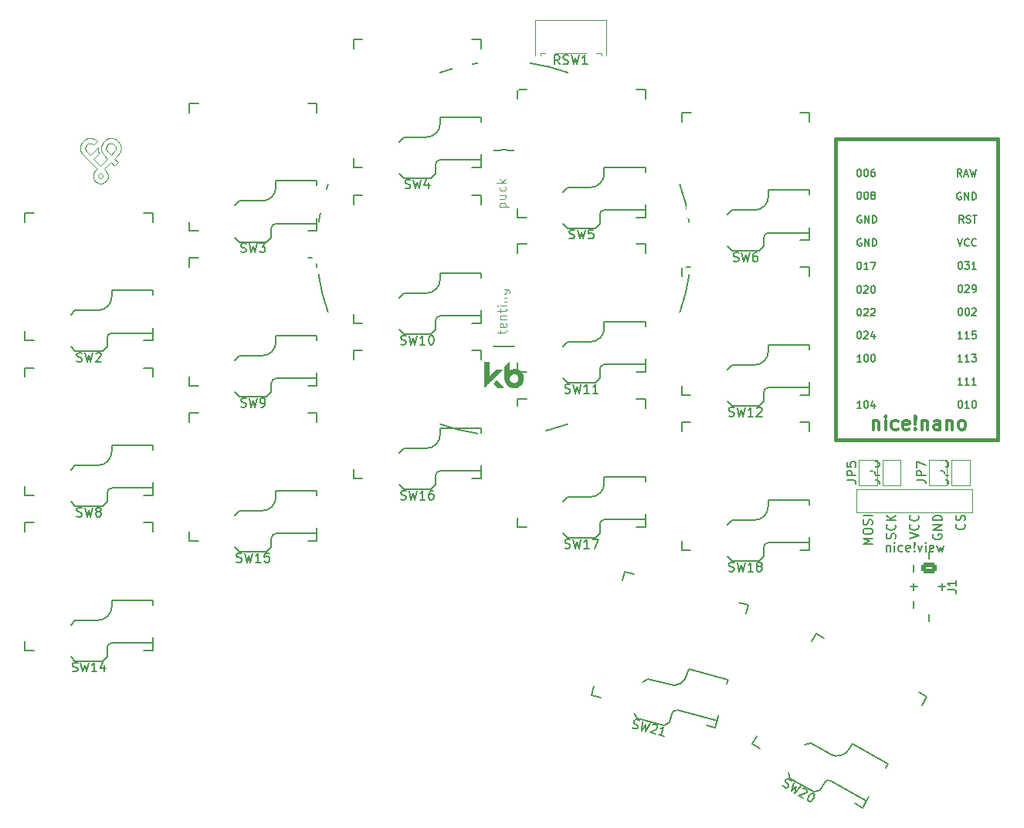
<source format=gbr>
%TF.GenerationSoftware,KiCad,Pcbnew,7.0.8*%
%TF.CreationDate,2023-10-31T13:57:00-04:00*%
%TF.ProjectId,half-swept,68616c66-2d73-4776-9570-742e6b696361,rev?*%
%TF.SameCoordinates,Original*%
%TF.FileFunction,Legend,Top*%
%TF.FilePolarity,Positive*%
%FSLAX46Y46*%
G04 Gerber Fmt 4.6, Leading zero omitted, Abs format (unit mm)*
G04 Created by KiCad (PCBNEW 7.0.8) date 2023-10-31 13:57:00*
%MOMM*%
%LPD*%
G01*
G04 APERTURE LIST*
G04 Aperture macros list*
%AMRoundRect*
0 Rectangle with rounded corners*
0 $1 Rounding radius*
0 $2 $3 $4 $5 $6 $7 $8 $9 X,Y pos of 4 corners*
0 Add a 4 corners polygon primitive as box body*
4,1,4,$2,$3,$4,$5,$6,$7,$8,$9,$2,$3,0*
0 Add four circle primitives for the rounded corners*
1,1,$1+$1,$2,$3*
1,1,$1+$1,$4,$5*
1,1,$1+$1,$6,$7*
1,1,$1+$1,$8,$9*
0 Add four rect primitives between the rounded corners*
20,1,$1+$1,$2,$3,$4,$5,0*
20,1,$1+$1,$4,$5,$6,$7,0*
20,1,$1+$1,$6,$7,$8,$9,0*
20,1,$1+$1,$8,$9,$2,$3,0*%
%AMRotRect*
0 Rectangle, with rotation*
0 The origin of the aperture is its center*
0 $1 length*
0 $2 width*
0 $3 Rotation angle, in degrees counterclockwise*
0 Add horizontal line*
21,1,$1,$2,0,0,$3*%
%AMFreePoly0*
4,1,6,1.000000,0.000000,0.500000,-0.750000,-0.500000,-0.750000,-0.500000,0.750000,0.500000,0.750000,1.000000,0.000000,1.000000,0.000000,$1*%
%AMFreePoly1*
4,1,6,0.500000,-0.750000,-0.650000,-0.750000,-0.150000,0.000000,-0.650000,0.750000,0.500000,0.750000,0.500000,-0.750000,0.500000,-0.750000,$1*%
G04 Aperture macros list end*
%ADD10C,0.150000*%
%ADD11C,0.100000*%
%ADD12C,0.300000*%
%ADD13C,0.120000*%
%ADD14C,0.200000*%
%ADD15C,0.010000*%
%ADD16C,0.381000*%
%ADD17C,0.040000*%
%ADD18C,1.752600*%
%ADD19C,1.701800*%
%ADD20C,3.000000*%
%ADD21C,3.429000*%
%ADD22C,2.232000*%
%ADD23RotRect,2.600000X2.600000X165.000000*%
%ADD24C,1.200000*%
%ADD25C,1.750000*%
%ADD26R,2.600000X2.600000*%
%ADD27RotRect,2.600000X2.600000X150.000000*%
%ADD28C,4.400000*%
%ADD29FreePoly0,90.000000*%
%ADD30FreePoly1,90.000000*%
%ADD31RoundRect,0.250000X-0.625000X0.350000X-0.625000X-0.350000X0.625000X-0.350000X0.625000X0.350000X0*%
%ADD32O,1.750000X1.200000*%
%ADD33O,3.500000X2.200000*%
%ADD34R,2.500000X1.500000*%
%ADD35O,2.500000X1.500000*%
G04 APERTURE END LIST*
D10*
X82182361Y-90767068D02*
X82308025Y-90850039D01*
X82308025Y-90850039D02*
X82538008Y-90911662D01*
X82538008Y-90911662D02*
X82642325Y-90890315D01*
X82642325Y-90890315D02*
X82700646Y-90856644D01*
X82700646Y-90856644D02*
X82771292Y-90776975D01*
X82771292Y-90776975D02*
X82795942Y-90684983D01*
X82795942Y-90684983D02*
X82774595Y-90580665D01*
X82774595Y-90580665D02*
X82740923Y-90522344D01*
X82740923Y-90522344D02*
X82661255Y-90451698D01*
X82661255Y-90451698D02*
X82489594Y-90356402D01*
X82489594Y-90356402D02*
X82409925Y-90285757D01*
X82409925Y-90285757D02*
X82376254Y-90227435D01*
X82376254Y-90227435D02*
X82354907Y-90123118D01*
X82354907Y-90123118D02*
X82379556Y-90031125D01*
X82379556Y-90031125D02*
X82450202Y-89951457D01*
X82450202Y-89951457D02*
X82508523Y-89917785D01*
X82508523Y-89917785D02*
X82612841Y-89896438D01*
X82612841Y-89896438D02*
X82842823Y-89958061D01*
X82842823Y-89958061D02*
X82968488Y-90041032D01*
X83302788Y-90081309D02*
X83273951Y-91108858D01*
X83273951Y-91108858D02*
X83642808Y-90468210D01*
X83642808Y-90468210D02*
X83641923Y-91207456D01*
X83641923Y-91207456D02*
X84130724Y-90303153D01*
X84428050Y-90481419D02*
X84486371Y-90447748D01*
X84486371Y-90447748D02*
X84590689Y-90426401D01*
X84590689Y-90426401D02*
X84820671Y-90488024D01*
X84820671Y-90488024D02*
X84900339Y-90558670D01*
X84900339Y-90558670D02*
X84934011Y-90616991D01*
X84934011Y-90616991D02*
X84955358Y-90721309D01*
X84955358Y-90721309D02*
X84930709Y-90813302D01*
X84930709Y-90813302D02*
X84847738Y-90938967D01*
X84847738Y-90938967D02*
X84147884Y-91343028D01*
X84147884Y-91343028D02*
X84745838Y-91503249D01*
X85665767Y-91749743D02*
X85113810Y-91601847D01*
X85389789Y-91675795D02*
X85648608Y-90709869D01*
X85648608Y-90709869D02*
X85519641Y-90823209D01*
X85519641Y-90823209D02*
X85402998Y-90890553D01*
X85402998Y-90890553D02*
X85298681Y-90911900D01*
X74237579Y-18002323D02*
X73904246Y-17526132D01*
X73666151Y-18002323D02*
X73666151Y-17002323D01*
X73666151Y-17002323D02*
X74047103Y-17002323D01*
X74047103Y-17002323D02*
X74142341Y-17049942D01*
X74142341Y-17049942D02*
X74189960Y-17097561D01*
X74189960Y-17097561D02*
X74237579Y-17192799D01*
X74237579Y-17192799D02*
X74237579Y-17335656D01*
X74237579Y-17335656D02*
X74189960Y-17430894D01*
X74189960Y-17430894D02*
X74142341Y-17478513D01*
X74142341Y-17478513D02*
X74047103Y-17526132D01*
X74047103Y-17526132D02*
X73666151Y-17526132D01*
X74618532Y-17954704D02*
X74761389Y-18002323D01*
X74761389Y-18002323D02*
X74999484Y-18002323D01*
X74999484Y-18002323D02*
X75094722Y-17954704D01*
X75094722Y-17954704D02*
X75142341Y-17907084D01*
X75142341Y-17907084D02*
X75189960Y-17811846D01*
X75189960Y-17811846D02*
X75189960Y-17716608D01*
X75189960Y-17716608D02*
X75142341Y-17621370D01*
X75142341Y-17621370D02*
X75094722Y-17573751D01*
X75094722Y-17573751D02*
X74999484Y-17526132D01*
X74999484Y-17526132D02*
X74809008Y-17478513D01*
X74809008Y-17478513D02*
X74713770Y-17430894D01*
X74713770Y-17430894D02*
X74666151Y-17383275D01*
X74666151Y-17383275D02*
X74618532Y-17288037D01*
X74618532Y-17288037D02*
X74618532Y-17192799D01*
X74618532Y-17192799D02*
X74666151Y-17097561D01*
X74666151Y-17097561D02*
X74713770Y-17049942D01*
X74713770Y-17049942D02*
X74809008Y-17002323D01*
X74809008Y-17002323D02*
X75047103Y-17002323D01*
X75047103Y-17002323D02*
X75189960Y-17049942D01*
X75523294Y-17002323D02*
X75761389Y-18002323D01*
X75761389Y-18002323D02*
X75951865Y-17288037D01*
X75951865Y-17288037D02*
X76142341Y-18002323D01*
X76142341Y-18002323D02*
X76380437Y-17002323D01*
X77285198Y-18002323D02*
X76713770Y-18002323D01*
X76999484Y-18002323D02*
X76999484Y-17002323D01*
X76999484Y-17002323D02*
X76904246Y-17145180D01*
X76904246Y-17145180D02*
X76809008Y-17240418D01*
X76809008Y-17240418D02*
X76713770Y-17288037D01*
X21293532Y-50602202D02*
X21436389Y-50649821D01*
X21436389Y-50649821D02*
X21674484Y-50649821D01*
X21674484Y-50649821D02*
X21769722Y-50602202D01*
X21769722Y-50602202D02*
X21817341Y-50554582D01*
X21817341Y-50554582D02*
X21864960Y-50459344D01*
X21864960Y-50459344D02*
X21864960Y-50364106D01*
X21864960Y-50364106D02*
X21817341Y-50268868D01*
X21817341Y-50268868D02*
X21769722Y-50221249D01*
X21769722Y-50221249D02*
X21674484Y-50173630D01*
X21674484Y-50173630D02*
X21484008Y-50126011D01*
X21484008Y-50126011D02*
X21388770Y-50078392D01*
X21388770Y-50078392D02*
X21341151Y-50030773D01*
X21341151Y-50030773D02*
X21293532Y-49935535D01*
X21293532Y-49935535D02*
X21293532Y-49840297D01*
X21293532Y-49840297D02*
X21341151Y-49745059D01*
X21341151Y-49745059D02*
X21388770Y-49697440D01*
X21388770Y-49697440D02*
X21484008Y-49649821D01*
X21484008Y-49649821D02*
X21722103Y-49649821D01*
X21722103Y-49649821D02*
X21864960Y-49697440D01*
X22198294Y-49649821D02*
X22436389Y-50649821D01*
X22436389Y-50649821D02*
X22626865Y-49935535D01*
X22626865Y-49935535D02*
X22817341Y-50649821D01*
X22817341Y-50649821D02*
X23055437Y-49649821D01*
X23388770Y-49745059D02*
X23436389Y-49697440D01*
X23436389Y-49697440D02*
X23531627Y-49649821D01*
X23531627Y-49649821D02*
X23769722Y-49649821D01*
X23769722Y-49649821D02*
X23864960Y-49697440D01*
X23864960Y-49697440D02*
X23912579Y-49745059D01*
X23912579Y-49745059D02*
X23960198Y-49840297D01*
X23960198Y-49840297D02*
X23960198Y-49935535D01*
X23960198Y-49935535D02*
X23912579Y-50078392D01*
X23912579Y-50078392D02*
X23341151Y-50649821D01*
X23341151Y-50649821D02*
X23960198Y-50649821D01*
X39293534Y-38602202D02*
X39436391Y-38649821D01*
X39436391Y-38649821D02*
X39674486Y-38649821D01*
X39674486Y-38649821D02*
X39769724Y-38602202D01*
X39769724Y-38602202D02*
X39817343Y-38554582D01*
X39817343Y-38554582D02*
X39864962Y-38459344D01*
X39864962Y-38459344D02*
X39864962Y-38364106D01*
X39864962Y-38364106D02*
X39817343Y-38268868D01*
X39817343Y-38268868D02*
X39769724Y-38221249D01*
X39769724Y-38221249D02*
X39674486Y-38173630D01*
X39674486Y-38173630D02*
X39484010Y-38126011D01*
X39484010Y-38126011D02*
X39388772Y-38078392D01*
X39388772Y-38078392D02*
X39341153Y-38030773D01*
X39341153Y-38030773D02*
X39293534Y-37935535D01*
X39293534Y-37935535D02*
X39293534Y-37840297D01*
X39293534Y-37840297D02*
X39341153Y-37745059D01*
X39341153Y-37745059D02*
X39388772Y-37697440D01*
X39388772Y-37697440D02*
X39484010Y-37649821D01*
X39484010Y-37649821D02*
X39722105Y-37649821D01*
X39722105Y-37649821D02*
X39864962Y-37697440D01*
X40198296Y-37649821D02*
X40436391Y-38649821D01*
X40436391Y-38649821D02*
X40626867Y-37935535D01*
X40626867Y-37935535D02*
X40817343Y-38649821D01*
X40817343Y-38649821D02*
X41055439Y-37649821D01*
X41341153Y-37649821D02*
X41960200Y-37649821D01*
X41960200Y-37649821D02*
X41626867Y-38030773D01*
X41626867Y-38030773D02*
X41769724Y-38030773D01*
X41769724Y-38030773D02*
X41864962Y-38078392D01*
X41864962Y-38078392D02*
X41912581Y-38126011D01*
X41912581Y-38126011D02*
X41960200Y-38221249D01*
X41960200Y-38221249D02*
X41960200Y-38459344D01*
X41960200Y-38459344D02*
X41912581Y-38554582D01*
X41912581Y-38554582D02*
X41864962Y-38602202D01*
X41864962Y-38602202D02*
X41769724Y-38649821D01*
X41769724Y-38649821D02*
X41484010Y-38649821D01*
X41484010Y-38649821D02*
X41388772Y-38602202D01*
X41388772Y-38602202D02*
X41341153Y-38554582D01*
X57293531Y-31602202D02*
X57436388Y-31649821D01*
X57436388Y-31649821D02*
X57674483Y-31649821D01*
X57674483Y-31649821D02*
X57769721Y-31602202D01*
X57769721Y-31602202D02*
X57817340Y-31554582D01*
X57817340Y-31554582D02*
X57864959Y-31459344D01*
X57864959Y-31459344D02*
X57864959Y-31364106D01*
X57864959Y-31364106D02*
X57817340Y-31268868D01*
X57817340Y-31268868D02*
X57769721Y-31221249D01*
X57769721Y-31221249D02*
X57674483Y-31173630D01*
X57674483Y-31173630D02*
X57484007Y-31126011D01*
X57484007Y-31126011D02*
X57388769Y-31078392D01*
X57388769Y-31078392D02*
X57341150Y-31030773D01*
X57341150Y-31030773D02*
X57293531Y-30935535D01*
X57293531Y-30935535D02*
X57293531Y-30840297D01*
X57293531Y-30840297D02*
X57341150Y-30745059D01*
X57341150Y-30745059D02*
X57388769Y-30697440D01*
X57388769Y-30697440D02*
X57484007Y-30649821D01*
X57484007Y-30649821D02*
X57722102Y-30649821D01*
X57722102Y-30649821D02*
X57864959Y-30697440D01*
X58198293Y-30649821D02*
X58436388Y-31649821D01*
X58436388Y-31649821D02*
X58626864Y-30935535D01*
X58626864Y-30935535D02*
X58817340Y-31649821D01*
X58817340Y-31649821D02*
X59055436Y-30649821D01*
X59864959Y-30983154D02*
X59864959Y-31649821D01*
X59626864Y-30602202D02*
X59388769Y-31316487D01*
X59388769Y-31316487D02*
X60007816Y-31316487D01*
X75293532Y-37102203D02*
X75436389Y-37149822D01*
X75436389Y-37149822D02*
X75674484Y-37149822D01*
X75674484Y-37149822D02*
X75769722Y-37102203D01*
X75769722Y-37102203D02*
X75817341Y-37054583D01*
X75817341Y-37054583D02*
X75864960Y-36959345D01*
X75864960Y-36959345D02*
X75864960Y-36864107D01*
X75864960Y-36864107D02*
X75817341Y-36768869D01*
X75817341Y-36768869D02*
X75769722Y-36721250D01*
X75769722Y-36721250D02*
X75674484Y-36673631D01*
X75674484Y-36673631D02*
X75484008Y-36626012D01*
X75484008Y-36626012D02*
X75388770Y-36578393D01*
X75388770Y-36578393D02*
X75341151Y-36530774D01*
X75341151Y-36530774D02*
X75293532Y-36435536D01*
X75293532Y-36435536D02*
X75293532Y-36340298D01*
X75293532Y-36340298D02*
X75341151Y-36245060D01*
X75341151Y-36245060D02*
X75388770Y-36197441D01*
X75388770Y-36197441D02*
X75484008Y-36149822D01*
X75484008Y-36149822D02*
X75722103Y-36149822D01*
X75722103Y-36149822D02*
X75864960Y-36197441D01*
X76198294Y-36149822D02*
X76436389Y-37149822D01*
X76436389Y-37149822D02*
X76626865Y-36435536D01*
X76626865Y-36435536D02*
X76817341Y-37149822D01*
X76817341Y-37149822D02*
X77055437Y-36149822D01*
X77912579Y-36149822D02*
X77436389Y-36149822D01*
X77436389Y-36149822D02*
X77388770Y-36626012D01*
X77388770Y-36626012D02*
X77436389Y-36578393D01*
X77436389Y-36578393D02*
X77531627Y-36530774D01*
X77531627Y-36530774D02*
X77769722Y-36530774D01*
X77769722Y-36530774D02*
X77864960Y-36578393D01*
X77864960Y-36578393D02*
X77912579Y-36626012D01*
X77912579Y-36626012D02*
X77960198Y-36721250D01*
X77960198Y-36721250D02*
X77960198Y-36959345D01*
X77960198Y-36959345D02*
X77912579Y-37054583D01*
X77912579Y-37054583D02*
X77864960Y-37102203D01*
X77864960Y-37102203D02*
X77769722Y-37149822D01*
X77769722Y-37149822D02*
X77531627Y-37149822D01*
X77531627Y-37149822D02*
X77436389Y-37102203D01*
X77436389Y-37102203D02*
X77388770Y-37054583D01*
X93293530Y-39602202D02*
X93436387Y-39649821D01*
X93436387Y-39649821D02*
X93674482Y-39649821D01*
X93674482Y-39649821D02*
X93769720Y-39602202D01*
X93769720Y-39602202D02*
X93817339Y-39554582D01*
X93817339Y-39554582D02*
X93864958Y-39459344D01*
X93864958Y-39459344D02*
X93864958Y-39364106D01*
X93864958Y-39364106D02*
X93817339Y-39268868D01*
X93817339Y-39268868D02*
X93769720Y-39221249D01*
X93769720Y-39221249D02*
X93674482Y-39173630D01*
X93674482Y-39173630D02*
X93484006Y-39126011D01*
X93484006Y-39126011D02*
X93388768Y-39078392D01*
X93388768Y-39078392D02*
X93341149Y-39030773D01*
X93341149Y-39030773D02*
X93293530Y-38935535D01*
X93293530Y-38935535D02*
X93293530Y-38840297D01*
X93293530Y-38840297D02*
X93341149Y-38745059D01*
X93341149Y-38745059D02*
X93388768Y-38697440D01*
X93388768Y-38697440D02*
X93484006Y-38649821D01*
X93484006Y-38649821D02*
X93722101Y-38649821D01*
X93722101Y-38649821D02*
X93864958Y-38697440D01*
X94198292Y-38649821D02*
X94436387Y-39649821D01*
X94436387Y-39649821D02*
X94626863Y-38935535D01*
X94626863Y-38935535D02*
X94817339Y-39649821D01*
X94817339Y-39649821D02*
X95055435Y-38649821D01*
X95864958Y-38649821D02*
X95674482Y-38649821D01*
X95674482Y-38649821D02*
X95579244Y-38697440D01*
X95579244Y-38697440D02*
X95531625Y-38745059D01*
X95531625Y-38745059D02*
X95436387Y-38887916D01*
X95436387Y-38887916D02*
X95388768Y-39078392D01*
X95388768Y-39078392D02*
X95388768Y-39459344D01*
X95388768Y-39459344D02*
X95436387Y-39554582D01*
X95436387Y-39554582D02*
X95484006Y-39602202D01*
X95484006Y-39602202D02*
X95579244Y-39649821D01*
X95579244Y-39649821D02*
X95769720Y-39649821D01*
X95769720Y-39649821D02*
X95864958Y-39602202D01*
X95864958Y-39602202D02*
X95912577Y-39554582D01*
X95912577Y-39554582D02*
X95960196Y-39459344D01*
X95960196Y-39459344D02*
X95960196Y-39221249D01*
X95960196Y-39221249D02*
X95912577Y-39126011D01*
X95912577Y-39126011D02*
X95864958Y-39078392D01*
X95864958Y-39078392D02*
X95769720Y-39030773D01*
X95769720Y-39030773D02*
X95579244Y-39030773D01*
X95579244Y-39030773D02*
X95484006Y-39078392D01*
X95484006Y-39078392D02*
X95436387Y-39126011D01*
X95436387Y-39126011D02*
X95388768Y-39221249D01*
X21293532Y-67602202D02*
X21436389Y-67649821D01*
X21436389Y-67649821D02*
X21674484Y-67649821D01*
X21674484Y-67649821D02*
X21769722Y-67602202D01*
X21769722Y-67602202D02*
X21817341Y-67554582D01*
X21817341Y-67554582D02*
X21864960Y-67459344D01*
X21864960Y-67459344D02*
X21864960Y-67364106D01*
X21864960Y-67364106D02*
X21817341Y-67268868D01*
X21817341Y-67268868D02*
X21769722Y-67221249D01*
X21769722Y-67221249D02*
X21674484Y-67173630D01*
X21674484Y-67173630D02*
X21484008Y-67126011D01*
X21484008Y-67126011D02*
X21388770Y-67078392D01*
X21388770Y-67078392D02*
X21341151Y-67030773D01*
X21341151Y-67030773D02*
X21293532Y-66935535D01*
X21293532Y-66935535D02*
X21293532Y-66840297D01*
X21293532Y-66840297D02*
X21341151Y-66745059D01*
X21341151Y-66745059D02*
X21388770Y-66697440D01*
X21388770Y-66697440D02*
X21484008Y-66649821D01*
X21484008Y-66649821D02*
X21722103Y-66649821D01*
X21722103Y-66649821D02*
X21864960Y-66697440D01*
X22198294Y-66649821D02*
X22436389Y-67649821D01*
X22436389Y-67649821D02*
X22626865Y-66935535D01*
X22626865Y-66935535D02*
X22817341Y-67649821D01*
X22817341Y-67649821D02*
X23055437Y-66649821D01*
X23579246Y-67078392D02*
X23484008Y-67030773D01*
X23484008Y-67030773D02*
X23436389Y-66983154D01*
X23436389Y-66983154D02*
X23388770Y-66887916D01*
X23388770Y-66887916D02*
X23388770Y-66840297D01*
X23388770Y-66840297D02*
X23436389Y-66745059D01*
X23436389Y-66745059D02*
X23484008Y-66697440D01*
X23484008Y-66697440D02*
X23579246Y-66649821D01*
X23579246Y-66649821D02*
X23769722Y-66649821D01*
X23769722Y-66649821D02*
X23864960Y-66697440D01*
X23864960Y-66697440D02*
X23912579Y-66745059D01*
X23912579Y-66745059D02*
X23960198Y-66840297D01*
X23960198Y-66840297D02*
X23960198Y-66887916D01*
X23960198Y-66887916D02*
X23912579Y-66983154D01*
X23912579Y-66983154D02*
X23864960Y-67030773D01*
X23864960Y-67030773D02*
X23769722Y-67078392D01*
X23769722Y-67078392D02*
X23579246Y-67078392D01*
X23579246Y-67078392D02*
X23484008Y-67126011D01*
X23484008Y-67126011D02*
X23436389Y-67173630D01*
X23436389Y-67173630D02*
X23388770Y-67268868D01*
X23388770Y-67268868D02*
X23388770Y-67459344D01*
X23388770Y-67459344D02*
X23436389Y-67554582D01*
X23436389Y-67554582D02*
X23484008Y-67602202D01*
X23484008Y-67602202D02*
X23579246Y-67649821D01*
X23579246Y-67649821D02*
X23769722Y-67649821D01*
X23769722Y-67649821D02*
X23864960Y-67602202D01*
X23864960Y-67602202D02*
X23912579Y-67554582D01*
X23912579Y-67554582D02*
X23960198Y-67459344D01*
X23960198Y-67459344D02*
X23960198Y-67268868D01*
X23960198Y-67268868D02*
X23912579Y-67173630D01*
X23912579Y-67173630D02*
X23864960Y-67126011D01*
X23864960Y-67126011D02*
X23769722Y-67078392D01*
X39293534Y-55576202D02*
X39436391Y-55623821D01*
X39436391Y-55623821D02*
X39674486Y-55623821D01*
X39674486Y-55623821D02*
X39769724Y-55576202D01*
X39769724Y-55576202D02*
X39817343Y-55528582D01*
X39817343Y-55528582D02*
X39864962Y-55433344D01*
X39864962Y-55433344D02*
X39864962Y-55338106D01*
X39864962Y-55338106D02*
X39817343Y-55242868D01*
X39817343Y-55242868D02*
X39769724Y-55195249D01*
X39769724Y-55195249D02*
X39674486Y-55147630D01*
X39674486Y-55147630D02*
X39484010Y-55100011D01*
X39484010Y-55100011D02*
X39388772Y-55052392D01*
X39388772Y-55052392D02*
X39341153Y-55004773D01*
X39341153Y-55004773D02*
X39293534Y-54909535D01*
X39293534Y-54909535D02*
X39293534Y-54814297D01*
X39293534Y-54814297D02*
X39341153Y-54719059D01*
X39341153Y-54719059D02*
X39388772Y-54671440D01*
X39388772Y-54671440D02*
X39484010Y-54623821D01*
X39484010Y-54623821D02*
X39722105Y-54623821D01*
X39722105Y-54623821D02*
X39864962Y-54671440D01*
X40198296Y-54623821D02*
X40436391Y-55623821D01*
X40436391Y-55623821D02*
X40626867Y-54909535D01*
X40626867Y-54909535D02*
X40817343Y-55623821D01*
X40817343Y-55623821D02*
X41055439Y-54623821D01*
X41484010Y-55623821D02*
X41674486Y-55623821D01*
X41674486Y-55623821D02*
X41769724Y-55576202D01*
X41769724Y-55576202D02*
X41817343Y-55528582D01*
X41817343Y-55528582D02*
X41912581Y-55385725D01*
X41912581Y-55385725D02*
X41960200Y-55195249D01*
X41960200Y-55195249D02*
X41960200Y-54814297D01*
X41960200Y-54814297D02*
X41912581Y-54719059D01*
X41912581Y-54719059D02*
X41864962Y-54671440D01*
X41864962Y-54671440D02*
X41769724Y-54623821D01*
X41769724Y-54623821D02*
X41579248Y-54623821D01*
X41579248Y-54623821D02*
X41484010Y-54671440D01*
X41484010Y-54671440D02*
X41436391Y-54719059D01*
X41436391Y-54719059D02*
X41388772Y-54814297D01*
X41388772Y-54814297D02*
X41388772Y-55052392D01*
X41388772Y-55052392D02*
X41436391Y-55147630D01*
X41436391Y-55147630D02*
X41484010Y-55195249D01*
X41484010Y-55195249D02*
X41579248Y-55242868D01*
X41579248Y-55242868D02*
X41769724Y-55242868D01*
X41769724Y-55242868D02*
X41864962Y-55195249D01*
X41864962Y-55195249D02*
X41912581Y-55147630D01*
X41912581Y-55147630D02*
X41960200Y-55052392D01*
X56817342Y-48718202D02*
X56960199Y-48765821D01*
X56960199Y-48765821D02*
X57198294Y-48765821D01*
X57198294Y-48765821D02*
X57293532Y-48718202D01*
X57293532Y-48718202D02*
X57341151Y-48670582D01*
X57341151Y-48670582D02*
X57388770Y-48575344D01*
X57388770Y-48575344D02*
X57388770Y-48480106D01*
X57388770Y-48480106D02*
X57341151Y-48384868D01*
X57341151Y-48384868D02*
X57293532Y-48337249D01*
X57293532Y-48337249D02*
X57198294Y-48289630D01*
X57198294Y-48289630D02*
X57007818Y-48242011D01*
X57007818Y-48242011D02*
X56912580Y-48194392D01*
X56912580Y-48194392D02*
X56864961Y-48146773D01*
X56864961Y-48146773D02*
X56817342Y-48051535D01*
X56817342Y-48051535D02*
X56817342Y-47956297D01*
X56817342Y-47956297D02*
X56864961Y-47861059D01*
X56864961Y-47861059D02*
X56912580Y-47813440D01*
X56912580Y-47813440D02*
X57007818Y-47765821D01*
X57007818Y-47765821D02*
X57245913Y-47765821D01*
X57245913Y-47765821D02*
X57388770Y-47813440D01*
X57722104Y-47765821D02*
X57960199Y-48765821D01*
X57960199Y-48765821D02*
X58150675Y-48051535D01*
X58150675Y-48051535D02*
X58341151Y-48765821D01*
X58341151Y-48765821D02*
X58579247Y-47765821D01*
X59484008Y-48765821D02*
X58912580Y-48765821D01*
X59198294Y-48765821D02*
X59198294Y-47765821D01*
X59198294Y-47765821D02*
X59103056Y-47908678D01*
X59103056Y-47908678D02*
X59007818Y-48003916D01*
X59007818Y-48003916D02*
X58912580Y-48051535D01*
X60103056Y-47765821D02*
X60198294Y-47765821D01*
X60198294Y-47765821D02*
X60293532Y-47813440D01*
X60293532Y-47813440D02*
X60341151Y-47861059D01*
X60341151Y-47861059D02*
X60388770Y-47956297D01*
X60388770Y-47956297D02*
X60436389Y-48146773D01*
X60436389Y-48146773D02*
X60436389Y-48384868D01*
X60436389Y-48384868D02*
X60388770Y-48575344D01*
X60388770Y-48575344D02*
X60341151Y-48670582D01*
X60341151Y-48670582D02*
X60293532Y-48718202D01*
X60293532Y-48718202D02*
X60198294Y-48765821D01*
X60198294Y-48765821D02*
X60103056Y-48765821D01*
X60103056Y-48765821D02*
X60007818Y-48718202D01*
X60007818Y-48718202D02*
X59960199Y-48670582D01*
X59960199Y-48670582D02*
X59912580Y-48575344D01*
X59912580Y-48575344D02*
X59864961Y-48384868D01*
X59864961Y-48384868D02*
X59864961Y-48146773D01*
X59864961Y-48146773D02*
X59912580Y-47956297D01*
X59912580Y-47956297D02*
X59960199Y-47861059D01*
X59960199Y-47861059D02*
X60007818Y-47813440D01*
X60007818Y-47813440D02*
X60103056Y-47765821D01*
X74817343Y-54052205D02*
X74960200Y-54099824D01*
X74960200Y-54099824D02*
X75198295Y-54099824D01*
X75198295Y-54099824D02*
X75293533Y-54052205D01*
X75293533Y-54052205D02*
X75341152Y-54004585D01*
X75341152Y-54004585D02*
X75388771Y-53909347D01*
X75388771Y-53909347D02*
X75388771Y-53814109D01*
X75388771Y-53814109D02*
X75341152Y-53718871D01*
X75341152Y-53718871D02*
X75293533Y-53671252D01*
X75293533Y-53671252D02*
X75198295Y-53623633D01*
X75198295Y-53623633D02*
X75007819Y-53576014D01*
X75007819Y-53576014D02*
X74912581Y-53528395D01*
X74912581Y-53528395D02*
X74864962Y-53480776D01*
X74864962Y-53480776D02*
X74817343Y-53385538D01*
X74817343Y-53385538D02*
X74817343Y-53290300D01*
X74817343Y-53290300D02*
X74864962Y-53195062D01*
X74864962Y-53195062D02*
X74912581Y-53147443D01*
X74912581Y-53147443D02*
X75007819Y-53099824D01*
X75007819Y-53099824D02*
X75245914Y-53099824D01*
X75245914Y-53099824D02*
X75388771Y-53147443D01*
X75722105Y-53099824D02*
X75960200Y-54099824D01*
X75960200Y-54099824D02*
X76150676Y-53385538D01*
X76150676Y-53385538D02*
X76341152Y-54099824D01*
X76341152Y-54099824D02*
X76579248Y-53099824D01*
X77484009Y-54099824D02*
X76912581Y-54099824D01*
X77198295Y-54099824D02*
X77198295Y-53099824D01*
X77198295Y-53099824D02*
X77103057Y-53242681D01*
X77103057Y-53242681D02*
X77007819Y-53337919D01*
X77007819Y-53337919D02*
X76912581Y-53385538D01*
X78436390Y-54099824D02*
X77864962Y-54099824D01*
X78150676Y-54099824D02*
X78150676Y-53099824D01*
X78150676Y-53099824D02*
X78055438Y-53242681D01*
X78055438Y-53242681D02*
X77960200Y-53337919D01*
X77960200Y-53337919D02*
X77864962Y-53385538D01*
X92797341Y-56592202D02*
X92940198Y-56639821D01*
X92940198Y-56639821D02*
X93178293Y-56639821D01*
X93178293Y-56639821D02*
X93273531Y-56592202D01*
X93273531Y-56592202D02*
X93321150Y-56544582D01*
X93321150Y-56544582D02*
X93368769Y-56449344D01*
X93368769Y-56449344D02*
X93368769Y-56354106D01*
X93368769Y-56354106D02*
X93321150Y-56258868D01*
X93321150Y-56258868D02*
X93273531Y-56211249D01*
X93273531Y-56211249D02*
X93178293Y-56163630D01*
X93178293Y-56163630D02*
X92987817Y-56116011D01*
X92987817Y-56116011D02*
X92892579Y-56068392D01*
X92892579Y-56068392D02*
X92844960Y-56020773D01*
X92844960Y-56020773D02*
X92797341Y-55925535D01*
X92797341Y-55925535D02*
X92797341Y-55830297D01*
X92797341Y-55830297D02*
X92844960Y-55735059D01*
X92844960Y-55735059D02*
X92892579Y-55687440D01*
X92892579Y-55687440D02*
X92987817Y-55639821D01*
X92987817Y-55639821D02*
X93225912Y-55639821D01*
X93225912Y-55639821D02*
X93368769Y-55687440D01*
X93702103Y-55639821D02*
X93940198Y-56639821D01*
X93940198Y-56639821D02*
X94130674Y-55925535D01*
X94130674Y-55925535D02*
X94321150Y-56639821D01*
X94321150Y-56639821D02*
X94559246Y-55639821D01*
X95464007Y-56639821D02*
X94892579Y-56639821D01*
X95178293Y-56639821D02*
X95178293Y-55639821D01*
X95178293Y-55639821D02*
X95083055Y-55782678D01*
X95083055Y-55782678D02*
X94987817Y-55877916D01*
X94987817Y-55877916D02*
X94892579Y-55925535D01*
X95844960Y-55735059D02*
X95892579Y-55687440D01*
X95892579Y-55687440D02*
X95987817Y-55639821D01*
X95987817Y-55639821D02*
X96225912Y-55639821D01*
X96225912Y-55639821D02*
X96321150Y-55687440D01*
X96321150Y-55687440D02*
X96368769Y-55735059D01*
X96368769Y-55735059D02*
X96416388Y-55830297D01*
X96416388Y-55830297D02*
X96416388Y-55925535D01*
X96416388Y-55925535D02*
X96368769Y-56068392D01*
X96368769Y-56068392D02*
X95797341Y-56639821D01*
X95797341Y-56639821D02*
X96416388Y-56639821D01*
X20817341Y-84602199D02*
X20960198Y-84649818D01*
X20960198Y-84649818D02*
X21198293Y-84649818D01*
X21198293Y-84649818D02*
X21293531Y-84602199D01*
X21293531Y-84602199D02*
X21341150Y-84554579D01*
X21341150Y-84554579D02*
X21388769Y-84459341D01*
X21388769Y-84459341D02*
X21388769Y-84364103D01*
X21388769Y-84364103D02*
X21341150Y-84268865D01*
X21341150Y-84268865D02*
X21293531Y-84221246D01*
X21293531Y-84221246D02*
X21198293Y-84173627D01*
X21198293Y-84173627D02*
X21007817Y-84126008D01*
X21007817Y-84126008D02*
X20912579Y-84078389D01*
X20912579Y-84078389D02*
X20864960Y-84030770D01*
X20864960Y-84030770D02*
X20817341Y-83935532D01*
X20817341Y-83935532D02*
X20817341Y-83840294D01*
X20817341Y-83840294D02*
X20864960Y-83745056D01*
X20864960Y-83745056D02*
X20912579Y-83697437D01*
X20912579Y-83697437D02*
X21007817Y-83649818D01*
X21007817Y-83649818D02*
X21245912Y-83649818D01*
X21245912Y-83649818D02*
X21388769Y-83697437D01*
X21722103Y-83649818D02*
X21960198Y-84649818D01*
X21960198Y-84649818D02*
X22150674Y-83935532D01*
X22150674Y-83935532D02*
X22341150Y-84649818D01*
X22341150Y-84649818D02*
X22579246Y-83649818D01*
X23484007Y-84649818D02*
X22912579Y-84649818D01*
X23198293Y-84649818D02*
X23198293Y-83649818D01*
X23198293Y-83649818D02*
X23103055Y-83792675D01*
X23103055Y-83792675D02*
X23007817Y-83887913D01*
X23007817Y-83887913D02*
X22912579Y-83935532D01*
X24341150Y-83983151D02*
X24341150Y-84649818D01*
X24103055Y-83602199D02*
X23864960Y-84316484D01*
X23864960Y-84316484D02*
X24484007Y-84316484D01*
X38817340Y-72594201D02*
X38960197Y-72641820D01*
X38960197Y-72641820D02*
X39198292Y-72641820D01*
X39198292Y-72641820D02*
X39293530Y-72594201D01*
X39293530Y-72594201D02*
X39341149Y-72546581D01*
X39341149Y-72546581D02*
X39388768Y-72451343D01*
X39388768Y-72451343D02*
X39388768Y-72356105D01*
X39388768Y-72356105D02*
X39341149Y-72260867D01*
X39341149Y-72260867D02*
X39293530Y-72213248D01*
X39293530Y-72213248D02*
X39198292Y-72165629D01*
X39198292Y-72165629D02*
X39007816Y-72118010D01*
X39007816Y-72118010D02*
X38912578Y-72070391D01*
X38912578Y-72070391D02*
X38864959Y-72022772D01*
X38864959Y-72022772D02*
X38817340Y-71927534D01*
X38817340Y-71927534D02*
X38817340Y-71832296D01*
X38817340Y-71832296D02*
X38864959Y-71737058D01*
X38864959Y-71737058D02*
X38912578Y-71689439D01*
X38912578Y-71689439D02*
X39007816Y-71641820D01*
X39007816Y-71641820D02*
X39245911Y-71641820D01*
X39245911Y-71641820D02*
X39388768Y-71689439D01*
X39722102Y-71641820D02*
X39960197Y-72641820D01*
X39960197Y-72641820D02*
X40150673Y-71927534D01*
X40150673Y-71927534D02*
X40341149Y-72641820D01*
X40341149Y-72641820D02*
X40579245Y-71641820D01*
X41484006Y-72641820D02*
X40912578Y-72641820D01*
X41198292Y-72641820D02*
X41198292Y-71641820D01*
X41198292Y-71641820D02*
X41103054Y-71784677D01*
X41103054Y-71784677D02*
X41007816Y-71879915D01*
X41007816Y-71879915D02*
X40912578Y-71927534D01*
X42388768Y-71641820D02*
X41912578Y-71641820D01*
X41912578Y-71641820D02*
X41864959Y-72118010D01*
X41864959Y-72118010D02*
X41912578Y-72070391D01*
X41912578Y-72070391D02*
X42007816Y-72022772D01*
X42007816Y-72022772D02*
X42245911Y-72022772D01*
X42245911Y-72022772D02*
X42341149Y-72070391D01*
X42341149Y-72070391D02*
X42388768Y-72118010D01*
X42388768Y-72118010D02*
X42436387Y-72213248D01*
X42436387Y-72213248D02*
X42436387Y-72451343D01*
X42436387Y-72451343D02*
X42388768Y-72546581D01*
X42388768Y-72546581D02*
X42341149Y-72594201D01*
X42341149Y-72594201D02*
X42245911Y-72641820D01*
X42245911Y-72641820D02*
X42007816Y-72641820D01*
X42007816Y-72641820D02*
X41912578Y-72594201D01*
X41912578Y-72594201D02*
X41864959Y-72546581D01*
X56817339Y-65736203D02*
X56960196Y-65783822D01*
X56960196Y-65783822D02*
X57198291Y-65783822D01*
X57198291Y-65783822D02*
X57293529Y-65736203D01*
X57293529Y-65736203D02*
X57341148Y-65688583D01*
X57341148Y-65688583D02*
X57388767Y-65593345D01*
X57388767Y-65593345D02*
X57388767Y-65498107D01*
X57388767Y-65498107D02*
X57341148Y-65402869D01*
X57341148Y-65402869D02*
X57293529Y-65355250D01*
X57293529Y-65355250D02*
X57198291Y-65307631D01*
X57198291Y-65307631D02*
X57007815Y-65260012D01*
X57007815Y-65260012D02*
X56912577Y-65212393D01*
X56912577Y-65212393D02*
X56864958Y-65164774D01*
X56864958Y-65164774D02*
X56817339Y-65069536D01*
X56817339Y-65069536D02*
X56817339Y-64974298D01*
X56817339Y-64974298D02*
X56864958Y-64879060D01*
X56864958Y-64879060D02*
X56912577Y-64831441D01*
X56912577Y-64831441D02*
X57007815Y-64783822D01*
X57007815Y-64783822D02*
X57245910Y-64783822D01*
X57245910Y-64783822D02*
X57388767Y-64831441D01*
X57722101Y-64783822D02*
X57960196Y-65783822D01*
X57960196Y-65783822D02*
X58150672Y-65069536D01*
X58150672Y-65069536D02*
X58341148Y-65783822D01*
X58341148Y-65783822D02*
X58579244Y-64783822D01*
X59484005Y-65783822D02*
X58912577Y-65783822D01*
X59198291Y-65783822D02*
X59198291Y-64783822D01*
X59198291Y-64783822D02*
X59103053Y-64926679D01*
X59103053Y-64926679D02*
X59007815Y-65021917D01*
X59007815Y-65021917D02*
X58912577Y-65069536D01*
X60341148Y-64783822D02*
X60150672Y-64783822D01*
X60150672Y-64783822D02*
X60055434Y-64831441D01*
X60055434Y-64831441D02*
X60007815Y-64879060D01*
X60007815Y-64879060D02*
X59912577Y-65021917D01*
X59912577Y-65021917D02*
X59864958Y-65212393D01*
X59864958Y-65212393D02*
X59864958Y-65593345D01*
X59864958Y-65593345D02*
X59912577Y-65688583D01*
X59912577Y-65688583D02*
X59960196Y-65736203D01*
X59960196Y-65736203D02*
X60055434Y-65783822D01*
X60055434Y-65783822D02*
X60245910Y-65783822D01*
X60245910Y-65783822D02*
X60341148Y-65736203D01*
X60341148Y-65736203D02*
X60388767Y-65688583D01*
X60388767Y-65688583D02*
X60436386Y-65593345D01*
X60436386Y-65593345D02*
X60436386Y-65355250D01*
X60436386Y-65355250D02*
X60388767Y-65260012D01*
X60388767Y-65260012D02*
X60341148Y-65212393D01*
X60341148Y-65212393D02*
X60245910Y-65164774D01*
X60245910Y-65164774D02*
X60055434Y-65164774D01*
X60055434Y-65164774D02*
X59960196Y-65212393D01*
X59960196Y-65212393D02*
X59912577Y-65260012D01*
X59912577Y-65260012D02*
X59864958Y-65355250D01*
X74817341Y-71070205D02*
X74960198Y-71117824D01*
X74960198Y-71117824D02*
X75198293Y-71117824D01*
X75198293Y-71117824D02*
X75293531Y-71070205D01*
X75293531Y-71070205D02*
X75341150Y-71022585D01*
X75341150Y-71022585D02*
X75388769Y-70927347D01*
X75388769Y-70927347D02*
X75388769Y-70832109D01*
X75388769Y-70832109D02*
X75341150Y-70736871D01*
X75341150Y-70736871D02*
X75293531Y-70689252D01*
X75293531Y-70689252D02*
X75198293Y-70641633D01*
X75198293Y-70641633D02*
X75007817Y-70594014D01*
X75007817Y-70594014D02*
X74912579Y-70546395D01*
X74912579Y-70546395D02*
X74864960Y-70498776D01*
X74864960Y-70498776D02*
X74817341Y-70403538D01*
X74817341Y-70403538D02*
X74817341Y-70308300D01*
X74817341Y-70308300D02*
X74864960Y-70213062D01*
X74864960Y-70213062D02*
X74912579Y-70165443D01*
X74912579Y-70165443D02*
X75007817Y-70117824D01*
X75007817Y-70117824D02*
X75245912Y-70117824D01*
X75245912Y-70117824D02*
X75388769Y-70165443D01*
X75722103Y-70117824D02*
X75960198Y-71117824D01*
X75960198Y-71117824D02*
X76150674Y-70403538D01*
X76150674Y-70403538D02*
X76341150Y-71117824D01*
X76341150Y-71117824D02*
X76579246Y-70117824D01*
X77484007Y-71117824D02*
X76912579Y-71117824D01*
X77198293Y-71117824D02*
X77198293Y-70117824D01*
X77198293Y-70117824D02*
X77103055Y-70260681D01*
X77103055Y-70260681D02*
X77007817Y-70355919D01*
X77007817Y-70355919D02*
X76912579Y-70403538D01*
X77817341Y-70117824D02*
X78484007Y-70117824D01*
X78484007Y-70117824D02*
X78055436Y-71117824D01*
X92790995Y-73610202D02*
X92933852Y-73657821D01*
X92933852Y-73657821D02*
X93171947Y-73657821D01*
X93171947Y-73657821D02*
X93267185Y-73610202D01*
X93267185Y-73610202D02*
X93314804Y-73562582D01*
X93314804Y-73562582D02*
X93362423Y-73467344D01*
X93362423Y-73467344D02*
X93362423Y-73372106D01*
X93362423Y-73372106D02*
X93314804Y-73276868D01*
X93314804Y-73276868D02*
X93267185Y-73229249D01*
X93267185Y-73229249D02*
X93171947Y-73181630D01*
X93171947Y-73181630D02*
X92981471Y-73134011D01*
X92981471Y-73134011D02*
X92886233Y-73086392D01*
X92886233Y-73086392D02*
X92838614Y-73038773D01*
X92838614Y-73038773D02*
X92790995Y-72943535D01*
X92790995Y-72943535D02*
X92790995Y-72848297D01*
X92790995Y-72848297D02*
X92838614Y-72753059D01*
X92838614Y-72753059D02*
X92886233Y-72705440D01*
X92886233Y-72705440D02*
X92981471Y-72657821D01*
X92981471Y-72657821D02*
X93219566Y-72657821D01*
X93219566Y-72657821D02*
X93362423Y-72705440D01*
X93695757Y-72657821D02*
X93933852Y-73657821D01*
X93933852Y-73657821D02*
X94124328Y-72943535D01*
X94124328Y-72943535D02*
X94314804Y-73657821D01*
X94314804Y-73657821D02*
X94552900Y-72657821D01*
X95457661Y-73657821D02*
X94886233Y-73657821D01*
X95171947Y-73657821D02*
X95171947Y-72657821D01*
X95171947Y-72657821D02*
X95076709Y-72800678D01*
X95076709Y-72800678D02*
X94981471Y-72895916D01*
X94981471Y-72895916D02*
X94886233Y-72943535D01*
X96029090Y-73086392D02*
X95933852Y-73038773D01*
X95933852Y-73038773D02*
X95886233Y-72991154D01*
X95886233Y-72991154D02*
X95838614Y-72895916D01*
X95838614Y-72895916D02*
X95838614Y-72848297D01*
X95838614Y-72848297D02*
X95886233Y-72753059D01*
X95886233Y-72753059D02*
X95933852Y-72705440D01*
X95933852Y-72705440D02*
X96029090Y-72657821D01*
X96029090Y-72657821D02*
X96219566Y-72657821D01*
X96219566Y-72657821D02*
X96314804Y-72705440D01*
X96314804Y-72705440D02*
X96362423Y-72753059D01*
X96362423Y-72753059D02*
X96410042Y-72848297D01*
X96410042Y-72848297D02*
X96410042Y-72895916D01*
X96410042Y-72895916D02*
X96362423Y-72991154D01*
X96362423Y-72991154D02*
X96314804Y-73038773D01*
X96314804Y-73038773D02*
X96219566Y-73086392D01*
X96219566Y-73086392D02*
X96029090Y-73086392D01*
X96029090Y-73086392D02*
X95933852Y-73134011D01*
X95933852Y-73134011D02*
X95886233Y-73181630D01*
X95886233Y-73181630D02*
X95838614Y-73276868D01*
X95838614Y-73276868D02*
X95838614Y-73467344D01*
X95838614Y-73467344D02*
X95886233Y-73562582D01*
X95886233Y-73562582D02*
X95933852Y-73610202D01*
X95933852Y-73610202D02*
X96029090Y-73657821D01*
X96029090Y-73657821D02*
X96219566Y-73657821D01*
X96219566Y-73657821D02*
X96314804Y-73610202D01*
X96314804Y-73610202D02*
X96362423Y-73562582D01*
X96362423Y-73562582D02*
X96410042Y-73467344D01*
X96410042Y-73467344D02*
X96410042Y-73276868D01*
X96410042Y-73276868D02*
X96362423Y-73181630D01*
X96362423Y-73181630D02*
X96314804Y-73134011D01*
X96314804Y-73134011D02*
X96219566Y-73086392D01*
X98680825Y-97151851D02*
X98780733Y-97264519D01*
X98780733Y-97264519D02*
X98986930Y-97383567D01*
X98986930Y-97383567D02*
X99093218Y-97389946D01*
X99093218Y-97389946D02*
X99158267Y-97372517D01*
X99158267Y-97372517D02*
X99247125Y-97313848D01*
X99247125Y-97313848D02*
X99294744Y-97231369D01*
X99294744Y-97231369D02*
X99301124Y-97125081D01*
X99301124Y-97125081D02*
X99283694Y-97060032D01*
X99283694Y-97060032D02*
X99225025Y-96971174D01*
X99225025Y-96971174D02*
X99083877Y-96834696D01*
X99083877Y-96834696D02*
X99025208Y-96745838D01*
X99025208Y-96745838D02*
X99007779Y-96680789D01*
X99007779Y-96680789D02*
X99014158Y-96574501D01*
X99014158Y-96574501D02*
X99061777Y-96492022D01*
X99061777Y-96492022D02*
X99150636Y-96433353D01*
X99150636Y-96433353D02*
X99215684Y-96415923D01*
X99215684Y-96415923D02*
X99321973Y-96422303D01*
X99321973Y-96422303D02*
X99528169Y-96541351D01*
X99528169Y-96541351D02*
X99628078Y-96654019D01*
X99940562Y-96779446D02*
X99646759Y-97764519D01*
X99646759Y-97764519D02*
X100168859Y-97241168D01*
X100168859Y-97241168D02*
X99976673Y-97954995D01*
X99976673Y-97954995D02*
X100682870Y-97208017D01*
X100923926Y-97457163D02*
X100988975Y-97439733D01*
X100988975Y-97439733D02*
X101095263Y-97446113D01*
X101095263Y-97446113D02*
X101301459Y-97565160D01*
X101301459Y-97565160D02*
X101360128Y-97654019D01*
X101360128Y-97654019D02*
X101377558Y-97719067D01*
X101377558Y-97719067D02*
X101371178Y-97825356D01*
X101371178Y-97825356D02*
X101323559Y-97907834D01*
X101323559Y-97907834D02*
X101210891Y-98007743D01*
X101210891Y-98007743D02*
X100430305Y-98216900D01*
X100430305Y-98216900D02*
X100966416Y-98526424D01*
X102002527Y-97969922D02*
X102085006Y-98017541D01*
X102085006Y-98017541D02*
X102143675Y-98106400D01*
X102143675Y-98106400D02*
X102161105Y-98171448D01*
X102161105Y-98171448D02*
X102154725Y-98277737D01*
X102154725Y-98277737D02*
X102100726Y-98466503D01*
X102100726Y-98466503D02*
X101981679Y-98672700D01*
X101981679Y-98672700D02*
X101845201Y-98813847D01*
X101845201Y-98813847D02*
X101756343Y-98872517D01*
X101756343Y-98872517D02*
X101691294Y-98889946D01*
X101691294Y-98889946D02*
X101585006Y-98883567D01*
X101585006Y-98883567D02*
X101502527Y-98835948D01*
X101502527Y-98835948D02*
X101443858Y-98747089D01*
X101443858Y-98747089D02*
X101426429Y-98682040D01*
X101426429Y-98682040D02*
X101432808Y-98575752D01*
X101432808Y-98575752D02*
X101486807Y-98386986D01*
X101486807Y-98386986D02*
X101605855Y-98180789D01*
X101605855Y-98180789D02*
X101742332Y-98039641D01*
X101742332Y-98039641D02*
X101831190Y-97980972D01*
X101831190Y-97980972D02*
X101896239Y-97963542D01*
X101896239Y-97963542D02*
X102002527Y-97969922D01*
D11*
X67727118Y-47563002D02*
X67727118Y-47182050D01*
X67393785Y-47420145D02*
X68250927Y-47420145D01*
X68250927Y-47420145D02*
X68346166Y-47372526D01*
X68346166Y-47372526D02*
X68393785Y-47277288D01*
X68393785Y-47277288D02*
X68393785Y-47182050D01*
X68346166Y-46467764D02*
X68393785Y-46563002D01*
X68393785Y-46563002D02*
X68393785Y-46753478D01*
X68393785Y-46753478D02*
X68346166Y-46848716D01*
X68346166Y-46848716D02*
X68250927Y-46896335D01*
X68250927Y-46896335D02*
X67869975Y-46896335D01*
X67869975Y-46896335D02*
X67774737Y-46848716D01*
X67774737Y-46848716D02*
X67727118Y-46753478D01*
X67727118Y-46753478D02*
X67727118Y-46563002D01*
X67727118Y-46563002D02*
X67774737Y-46467764D01*
X67774737Y-46467764D02*
X67869975Y-46420145D01*
X67869975Y-46420145D02*
X67965213Y-46420145D01*
X67965213Y-46420145D02*
X68060451Y-46896335D01*
X67727118Y-45991573D02*
X68393785Y-45991573D01*
X67822356Y-45991573D02*
X67774737Y-45943954D01*
X67774737Y-45943954D02*
X67727118Y-45848716D01*
X67727118Y-45848716D02*
X67727118Y-45705859D01*
X67727118Y-45705859D02*
X67774737Y-45610621D01*
X67774737Y-45610621D02*
X67869975Y-45563002D01*
X67869975Y-45563002D02*
X68393785Y-45563002D01*
X67727118Y-45229668D02*
X67727118Y-44848716D01*
X67393785Y-45086811D02*
X68250927Y-45086811D01*
X68250927Y-45086811D02*
X68346166Y-45039192D01*
X68346166Y-45039192D02*
X68393785Y-44943954D01*
X68393785Y-44943954D02*
X68393785Y-44848716D01*
X68393785Y-44515382D02*
X67727118Y-44515382D01*
X67393785Y-44515382D02*
X67441404Y-44563001D01*
X67441404Y-44563001D02*
X67489023Y-44515382D01*
X67489023Y-44515382D02*
X67441404Y-44467763D01*
X67441404Y-44467763D02*
X67393785Y-44515382D01*
X67393785Y-44515382D02*
X67489023Y-44515382D01*
X67727118Y-44039192D02*
X68393785Y-44039192D01*
X67822356Y-44039192D02*
X67774737Y-43991573D01*
X67774737Y-43991573D02*
X67727118Y-43896335D01*
X67727118Y-43896335D02*
X67727118Y-43753478D01*
X67727118Y-43753478D02*
X67774737Y-43658240D01*
X67774737Y-43658240D02*
X67869975Y-43610621D01*
X67869975Y-43610621D02*
X68393785Y-43610621D01*
X67727118Y-42705859D02*
X68536642Y-42705859D01*
X68536642Y-42705859D02*
X68631880Y-42753478D01*
X68631880Y-42753478D02*
X68679499Y-42801097D01*
X68679499Y-42801097D02*
X68727118Y-42896335D01*
X68727118Y-42896335D02*
X68727118Y-43039192D01*
X68727118Y-43039192D02*
X68679499Y-43134430D01*
X68346166Y-42705859D02*
X68393785Y-42801097D01*
X68393785Y-42801097D02*
X68393785Y-42991573D01*
X68393785Y-42991573D02*
X68346166Y-43086811D01*
X68346166Y-43086811D02*
X68298546Y-43134430D01*
X68298546Y-43134430D02*
X68203308Y-43182049D01*
X68203308Y-43182049D02*
X67917594Y-43182049D01*
X67917594Y-43182049D02*
X67822356Y-43134430D01*
X67822356Y-43134430D02*
X67774737Y-43086811D01*
X67774737Y-43086811D02*
X67727118Y-42991573D01*
X67727118Y-42991573D02*
X67727118Y-42801097D01*
X67727118Y-42801097D02*
X67774737Y-42705859D01*
X67663618Y-33672502D02*
X68663618Y-33672502D01*
X67711237Y-33672502D02*
X67663618Y-33577264D01*
X67663618Y-33577264D02*
X67663618Y-33386788D01*
X67663618Y-33386788D02*
X67711237Y-33291550D01*
X67711237Y-33291550D02*
X67758856Y-33243931D01*
X67758856Y-33243931D02*
X67854094Y-33196312D01*
X67854094Y-33196312D02*
X68139808Y-33196312D01*
X68139808Y-33196312D02*
X68235046Y-33243931D01*
X68235046Y-33243931D02*
X68282666Y-33291550D01*
X68282666Y-33291550D02*
X68330285Y-33386788D01*
X68330285Y-33386788D02*
X68330285Y-33577264D01*
X68330285Y-33577264D02*
X68282666Y-33672502D01*
X67663618Y-32339169D02*
X68330285Y-32339169D01*
X67663618Y-32767740D02*
X68187427Y-32767740D01*
X68187427Y-32767740D02*
X68282666Y-32720121D01*
X68282666Y-32720121D02*
X68330285Y-32624883D01*
X68330285Y-32624883D02*
X68330285Y-32482026D01*
X68330285Y-32482026D02*
X68282666Y-32386788D01*
X68282666Y-32386788D02*
X68235046Y-32339169D01*
X68282666Y-31434407D02*
X68330285Y-31529645D01*
X68330285Y-31529645D02*
X68330285Y-31720121D01*
X68330285Y-31720121D02*
X68282666Y-31815359D01*
X68282666Y-31815359D02*
X68235046Y-31862978D01*
X68235046Y-31862978D02*
X68139808Y-31910597D01*
X68139808Y-31910597D02*
X67854094Y-31910597D01*
X67854094Y-31910597D02*
X67758856Y-31862978D01*
X67758856Y-31862978D02*
X67711237Y-31815359D01*
X67711237Y-31815359D02*
X67663618Y-31720121D01*
X67663618Y-31720121D02*
X67663618Y-31529645D01*
X67663618Y-31529645D02*
X67711237Y-31434407D01*
X68330285Y-31005835D02*
X67330285Y-31005835D01*
X67949332Y-30910597D02*
X68330285Y-30624883D01*
X67663618Y-30624883D02*
X68044570Y-31005835D01*
D12*
X108595149Y-57082080D02*
X108595149Y-58082080D01*
X108595149Y-57224937D02*
X108666578Y-57153509D01*
X108666578Y-57153509D02*
X108809435Y-57082080D01*
X108809435Y-57082080D02*
X109023721Y-57082080D01*
X109023721Y-57082080D02*
X109166578Y-57153509D01*
X109166578Y-57153509D02*
X109238007Y-57296366D01*
X109238007Y-57296366D02*
X109238007Y-58082080D01*
X109952292Y-58082080D02*
X109952292Y-57082080D01*
X109952292Y-56582080D02*
X109880864Y-56653509D01*
X109880864Y-56653509D02*
X109952292Y-56724937D01*
X109952292Y-56724937D02*
X110023721Y-56653509D01*
X110023721Y-56653509D02*
X109952292Y-56582080D01*
X109952292Y-56582080D02*
X109952292Y-56724937D01*
X111309436Y-58010652D02*
X111166578Y-58082080D01*
X111166578Y-58082080D02*
X110880864Y-58082080D01*
X110880864Y-58082080D02*
X110738007Y-58010652D01*
X110738007Y-58010652D02*
X110666578Y-57939223D01*
X110666578Y-57939223D02*
X110595150Y-57796366D01*
X110595150Y-57796366D02*
X110595150Y-57367794D01*
X110595150Y-57367794D02*
X110666578Y-57224937D01*
X110666578Y-57224937D02*
X110738007Y-57153509D01*
X110738007Y-57153509D02*
X110880864Y-57082080D01*
X110880864Y-57082080D02*
X111166578Y-57082080D01*
X111166578Y-57082080D02*
X111309436Y-57153509D01*
X112523721Y-58010652D02*
X112380864Y-58082080D01*
X112380864Y-58082080D02*
X112095150Y-58082080D01*
X112095150Y-58082080D02*
X111952292Y-58010652D01*
X111952292Y-58010652D02*
X111880864Y-57867794D01*
X111880864Y-57867794D02*
X111880864Y-57296366D01*
X111880864Y-57296366D02*
X111952292Y-57153509D01*
X111952292Y-57153509D02*
X112095150Y-57082080D01*
X112095150Y-57082080D02*
X112380864Y-57082080D01*
X112380864Y-57082080D02*
X112523721Y-57153509D01*
X112523721Y-57153509D02*
X112595150Y-57296366D01*
X112595150Y-57296366D02*
X112595150Y-57439223D01*
X112595150Y-57439223D02*
X111880864Y-57582080D01*
X113238006Y-57939223D02*
X113309435Y-58010652D01*
X113309435Y-58010652D02*
X113238006Y-58082080D01*
X113238006Y-58082080D02*
X113166578Y-58010652D01*
X113166578Y-58010652D02*
X113238006Y-57939223D01*
X113238006Y-57939223D02*
X113238006Y-58082080D01*
X113238006Y-57510652D02*
X113166578Y-56653509D01*
X113166578Y-56653509D02*
X113238006Y-56582080D01*
X113238006Y-56582080D02*
X113309435Y-56653509D01*
X113309435Y-56653509D02*
X113238006Y-57510652D01*
X113238006Y-57510652D02*
X113238006Y-56582080D01*
X113952292Y-57082080D02*
X113952292Y-58082080D01*
X113952292Y-57224937D02*
X114023721Y-57153509D01*
X114023721Y-57153509D02*
X114166578Y-57082080D01*
X114166578Y-57082080D02*
X114380864Y-57082080D01*
X114380864Y-57082080D02*
X114523721Y-57153509D01*
X114523721Y-57153509D02*
X114595150Y-57296366D01*
X114595150Y-57296366D02*
X114595150Y-58082080D01*
X115952293Y-58082080D02*
X115952293Y-57296366D01*
X115952293Y-57296366D02*
X115880864Y-57153509D01*
X115880864Y-57153509D02*
X115738007Y-57082080D01*
X115738007Y-57082080D02*
X115452293Y-57082080D01*
X115452293Y-57082080D02*
X115309435Y-57153509D01*
X115952293Y-58010652D02*
X115809435Y-58082080D01*
X115809435Y-58082080D02*
X115452293Y-58082080D01*
X115452293Y-58082080D02*
X115309435Y-58010652D01*
X115309435Y-58010652D02*
X115238007Y-57867794D01*
X115238007Y-57867794D02*
X115238007Y-57724937D01*
X115238007Y-57724937D02*
X115309435Y-57582080D01*
X115309435Y-57582080D02*
X115452293Y-57510652D01*
X115452293Y-57510652D02*
X115809435Y-57510652D01*
X115809435Y-57510652D02*
X115952293Y-57439223D01*
X116666578Y-57082080D02*
X116666578Y-58082080D01*
X116666578Y-57224937D02*
X116738007Y-57153509D01*
X116738007Y-57153509D02*
X116880864Y-57082080D01*
X116880864Y-57082080D02*
X117095150Y-57082080D01*
X117095150Y-57082080D02*
X117238007Y-57153509D01*
X117238007Y-57153509D02*
X117309436Y-57296366D01*
X117309436Y-57296366D02*
X117309436Y-58082080D01*
X118238007Y-58082080D02*
X118095150Y-58010652D01*
X118095150Y-58010652D02*
X118023721Y-57939223D01*
X118023721Y-57939223D02*
X117952293Y-57796366D01*
X117952293Y-57796366D02*
X117952293Y-57367794D01*
X117952293Y-57367794D02*
X118023721Y-57224937D01*
X118023721Y-57224937D02*
X118095150Y-57153509D01*
X118095150Y-57153509D02*
X118238007Y-57082080D01*
X118238007Y-57082080D02*
X118452293Y-57082080D01*
X118452293Y-57082080D02*
X118595150Y-57153509D01*
X118595150Y-57153509D02*
X118666579Y-57224937D01*
X118666579Y-57224937D02*
X118738007Y-57367794D01*
X118738007Y-57367794D02*
X118738007Y-57796366D01*
X118738007Y-57796366D02*
X118666579Y-57939223D01*
X118666579Y-57939223D02*
X118595150Y-58010652D01*
X118595150Y-58010652D02*
X118452293Y-58082080D01*
X118452293Y-58082080D02*
X118238007Y-58082080D01*
D10*
X107306340Y-55734047D02*
X106849197Y-55734047D01*
X107077769Y-55734047D02*
X107077769Y-54934047D01*
X107077769Y-54934047D02*
X107001578Y-55048332D01*
X107001578Y-55048332D02*
X106925388Y-55124523D01*
X106925388Y-55124523D02*
X106849197Y-55162618D01*
X107801579Y-54934047D02*
X107877769Y-54934047D01*
X107877769Y-54934047D02*
X107953960Y-54972142D01*
X107953960Y-54972142D02*
X107992055Y-55010237D01*
X107992055Y-55010237D02*
X108030150Y-55086428D01*
X108030150Y-55086428D02*
X108068245Y-55238809D01*
X108068245Y-55238809D02*
X108068245Y-55429285D01*
X108068245Y-55429285D02*
X108030150Y-55581666D01*
X108030150Y-55581666D02*
X107992055Y-55657856D01*
X107992055Y-55657856D02*
X107953960Y-55695952D01*
X107953960Y-55695952D02*
X107877769Y-55734047D01*
X107877769Y-55734047D02*
X107801579Y-55734047D01*
X107801579Y-55734047D02*
X107725388Y-55695952D01*
X107725388Y-55695952D02*
X107687293Y-55657856D01*
X107687293Y-55657856D02*
X107649198Y-55581666D01*
X107649198Y-55581666D02*
X107611102Y-55429285D01*
X107611102Y-55429285D02*
X107611102Y-55238809D01*
X107611102Y-55238809D02*
X107649198Y-55086428D01*
X107649198Y-55086428D02*
X107687293Y-55010237D01*
X107687293Y-55010237D02*
X107725388Y-54972142D01*
X107725388Y-54972142D02*
X107801579Y-54934047D01*
X108753960Y-55200713D02*
X108753960Y-55734047D01*
X108563484Y-54895952D02*
X108373007Y-55467380D01*
X108373007Y-55467380D02*
X108868246Y-55467380D01*
X118114055Y-42234047D02*
X118190245Y-42234047D01*
X118190245Y-42234047D02*
X118266436Y-42272142D01*
X118266436Y-42272142D02*
X118304531Y-42310237D01*
X118304531Y-42310237D02*
X118342626Y-42386428D01*
X118342626Y-42386428D02*
X118380721Y-42538809D01*
X118380721Y-42538809D02*
X118380721Y-42729285D01*
X118380721Y-42729285D02*
X118342626Y-42881666D01*
X118342626Y-42881666D02*
X118304531Y-42957856D01*
X118304531Y-42957856D02*
X118266436Y-42995952D01*
X118266436Y-42995952D02*
X118190245Y-43034047D01*
X118190245Y-43034047D02*
X118114055Y-43034047D01*
X118114055Y-43034047D02*
X118037864Y-42995952D01*
X118037864Y-42995952D02*
X117999769Y-42957856D01*
X117999769Y-42957856D02*
X117961674Y-42881666D01*
X117961674Y-42881666D02*
X117923578Y-42729285D01*
X117923578Y-42729285D02*
X117923578Y-42538809D01*
X117923578Y-42538809D02*
X117961674Y-42386428D01*
X117961674Y-42386428D02*
X117999769Y-42310237D01*
X117999769Y-42310237D02*
X118037864Y-42272142D01*
X118037864Y-42272142D02*
X118114055Y-42234047D01*
X118685483Y-42310237D02*
X118723579Y-42272142D01*
X118723579Y-42272142D02*
X118799769Y-42234047D01*
X118799769Y-42234047D02*
X118990245Y-42234047D01*
X118990245Y-42234047D02*
X119066436Y-42272142D01*
X119066436Y-42272142D02*
X119104531Y-42310237D01*
X119104531Y-42310237D02*
X119142626Y-42386428D01*
X119142626Y-42386428D02*
X119142626Y-42462618D01*
X119142626Y-42462618D02*
X119104531Y-42576904D01*
X119104531Y-42576904D02*
X118647388Y-43034047D01*
X118647388Y-43034047D02*
X119142626Y-43034047D01*
X119523579Y-43034047D02*
X119675960Y-43034047D01*
X119675960Y-43034047D02*
X119752150Y-42995952D01*
X119752150Y-42995952D02*
X119790246Y-42957856D01*
X119790246Y-42957856D02*
X119866436Y-42843571D01*
X119866436Y-42843571D02*
X119904531Y-42691190D01*
X119904531Y-42691190D02*
X119904531Y-42386428D01*
X119904531Y-42386428D02*
X119866436Y-42310237D01*
X119866436Y-42310237D02*
X119828341Y-42272142D01*
X119828341Y-42272142D02*
X119752150Y-42234047D01*
X119752150Y-42234047D02*
X119599769Y-42234047D01*
X119599769Y-42234047D02*
X119523579Y-42272142D01*
X119523579Y-42272142D02*
X119485484Y-42310237D01*
X119485484Y-42310237D02*
X119447388Y-42386428D01*
X119447388Y-42386428D02*
X119447388Y-42576904D01*
X119447388Y-42576904D02*
X119485484Y-42653094D01*
X119485484Y-42653094D02*
X119523579Y-42691190D01*
X119523579Y-42691190D02*
X119599769Y-42729285D01*
X119599769Y-42729285D02*
X119752150Y-42729285D01*
X119752150Y-42729285D02*
X119828341Y-42691190D01*
X119828341Y-42691190D02*
X119866436Y-42653094D01*
X119866436Y-42653094D02*
X119904531Y-42576904D01*
X107039674Y-44804047D02*
X107115864Y-44804047D01*
X107115864Y-44804047D02*
X107192055Y-44842142D01*
X107192055Y-44842142D02*
X107230150Y-44880237D01*
X107230150Y-44880237D02*
X107268245Y-44956428D01*
X107268245Y-44956428D02*
X107306340Y-45108809D01*
X107306340Y-45108809D02*
X107306340Y-45299285D01*
X107306340Y-45299285D02*
X107268245Y-45451666D01*
X107268245Y-45451666D02*
X107230150Y-45527856D01*
X107230150Y-45527856D02*
X107192055Y-45565952D01*
X107192055Y-45565952D02*
X107115864Y-45604047D01*
X107115864Y-45604047D02*
X107039674Y-45604047D01*
X107039674Y-45604047D02*
X106963483Y-45565952D01*
X106963483Y-45565952D02*
X106925388Y-45527856D01*
X106925388Y-45527856D02*
X106887293Y-45451666D01*
X106887293Y-45451666D02*
X106849197Y-45299285D01*
X106849197Y-45299285D02*
X106849197Y-45108809D01*
X106849197Y-45108809D02*
X106887293Y-44956428D01*
X106887293Y-44956428D02*
X106925388Y-44880237D01*
X106925388Y-44880237D02*
X106963483Y-44842142D01*
X106963483Y-44842142D02*
X107039674Y-44804047D01*
X107611102Y-44880237D02*
X107649198Y-44842142D01*
X107649198Y-44842142D02*
X107725388Y-44804047D01*
X107725388Y-44804047D02*
X107915864Y-44804047D01*
X107915864Y-44804047D02*
X107992055Y-44842142D01*
X107992055Y-44842142D02*
X108030150Y-44880237D01*
X108030150Y-44880237D02*
X108068245Y-44956428D01*
X108068245Y-44956428D02*
X108068245Y-45032618D01*
X108068245Y-45032618D02*
X108030150Y-45146904D01*
X108030150Y-45146904D02*
X107573007Y-45604047D01*
X107573007Y-45604047D02*
X108068245Y-45604047D01*
X108373007Y-44880237D02*
X108411103Y-44842142D01*
X108411103Y-44842142D02*
X108487293Y-44804047D01*
X108487293Y-44804047D02*
X108677769Y-44804047D01*
X108677769Y-44804047D02*
X108753960Y-44842142D01*
X108753960Y-44842142D02*
X108792055Y-44880237D01*
X108792055Y-44880237D02*
X108830150Y-44956428D01*
X108830150Y-44956428D02*
X108830150Y-45032618D01*
X108830150Y-45032618D02*
X108792055Y-45146904D01*
X108792055Y-45146904D02*
X108334912Y-45604047D01*
X108334912Y-45604047D02*
X108830150Y-45604047D01*
X118380721Y-53194047D02*
X117923578Y-53194047D01*
X118152150Y-53194047D02*
X118152150Y-52394047D01*
X118152150Y-52394047D02*
X118075959Y-52508332D01*
X118075959Y-52508332D02*
X117999769Y-52584523D01*
X117999769Y-52584523D02*
X117923578Y-52622618D01*
X119142626Y-53194047D02*
X118685483Y-53194047D01*
X118914055Y-53194047D02*
X118914055Y-52394047D01*
X118914055Y-52394047D02*
X118837864Y-52508332D01*
X118837864Y-52508332D02*
X118761674Y-52584523D01*
X118761674Y-52584523D02*
X118685483Y-52622618D01*
X119904531Y-53194047D02*
X119447388Y-53194047D01*
X119675960Y-53194047D02*
X119675960Y-52394047D01*
X119675960Y-52394047D02*
X119599769Y-52508332D01*
X119599769Y-52508332D02*
X119523579Y-52584523D01*
X119523579Y-52584523D02*
X119447388Y-52622618D01*
X107039674Y-29534047D02*
X107115864Y-29534047D01*
X107115864Y-29534047D02*
X107192055Y-29572142D01*
X107192055Y-29572142D02*
X107230150Y-29610237D01*
X107230150Y-29610237D02*
X107268245Y-29686428D01*
X107268245Y-29686428D02*
X107306340Y-29838809D01*
X107306340Y-29838809D02*
X107306340Y-30029285D01*
X107306340Y-30029285D02*
X107268245Y-30181666D01*
X107268245Y-30181666D02*
X107230150Y-30257856D01*
X107230150Y-30257856D02*
X107192055Y-30295952D01*
X107192055Y-30295952D02*
X107115864Y-30334047D01*
X107115864Y-30334047D02*
X107039674Y-30334047D01*
X107039674Y-30334047D02*
X106963483Y-30295952D01*
X106963483Y-30295952D02*
X106925388Y-30257856D01*
X106925388Y-30257856D02*
X106887293Y-30181666D01*
X106887293Y-30181666D02*
X106849197Y-30029285D01*
X106849197Y-30029285D02*
X106849197Y-29838809D01*
X106849197Y-29838809D02*
X106887293Y-29686428D01*
X106887293Y-29686428D02*
X106925388Y-29610237D01*
X106925388Y-29610237D02*
X106963483Y-29572142D01*
X106963483Y-29572142D02*
X107039674Y-29534047D01*
X107801579Y-29534047D02*
X107877769Y-29534047D01*
X107877769Y-29534047D02*
X107953960Y-29572142D01*
X107953960Y-29572142D02*
X107992055Y-29610237D01*
X107992055Y-29610237D02*
X108030150Y-29686428D01*
X108030150Y-29686428D02*
X108068245Y-29838809D01*
X108068245Y-29838809D02*
X108068245Y-30029285D01*
X108068245Y-30029285D02*
X108030150Y-30181666D01*
X108030150Y-30181666D02*
X107992055Y-30257856D01*
X107992055Y-30257856D02*
X107953960Y-30295952D01*
X107953960Y-30295952D02*
X107877769Y-30334047D01*
X107877769Y-30334047D02*
X107801579Y-30334047D01*
X107801579Y-30334047D02*
X107725388Y-30295952D01*
X107725388Y-30295952D02*
X107687293Y-30257856D01*
X107687293Y-30257856D02*
X107649198Y-30181666D01*
X107649198Y-30181666D02*
X107611102Y-30029285D01*
X107611102Y-30029285D02*
X107611102Y-29838809D01*
X107611102Y-29838809D02*
X107649198Y-29686428D01*
X107649198Y-29686428D02*
X107687293Y-29610237D01*
X107687293Y-29610237D02*
X107725388Y-29572142D01*
X107725388Y-29572142D02*
X107801579Y-29534047D01*
X108753960Y-29534047D02*
X108601579Y-29534047D01*
X108601579Y-29534047D02*
X108525388Y-29572142D01*
X108525388Y-29572142D02*
X108487293Y-29610237D01*
X108487293Y-29610237D02*
X108411103Y-29724523D01*
X108411103Y-29724523D02*
X108373007Y-29876904D01*
X108373007Y-29876904D02*
X108373007Y-30181666D01*
X108373007Y-30181666D02*
X108411103Y-30257856D01*
X108411103Y-30257856D02*
X108449198Y-30295952D01*
X108449198Y-30295952D02*
X108525388Y-30334047D01*
X108525388Y-30334047D02*
X108677769Y-30334047D01*
X108677769Y-30334047D02*
X108753960Y-30295952D01*
X108753960Y-30295952D02*
X108792055Y-30257856D01*
X108792055Y-30257856D02*
X108830150Y-30181666D01*
X108830150Y-30181666D02*
X108830150Y-29991190D01*
X108830150Y-29991190D02*
X108792055Y-29914999D01*
X108792055Y-29914999D02*
X108753960Y-29876904D01*
X108753960Y-29876904D02*
X108677769Y-29838809D01*
X108677769Y-29838809D02*
X108525388Y-29838809D01*
X108525388Y-29838809D02*
X108449198Y-29876904D01*
X108449198Y-29876904D02*
X108411103Y-29914999D01*
X108411103Y-29914999D02*
X108373007Y-29991190D01*
X107039674Y-42304047D02*
X107115864Y-42304047D01*
X107115864Y-42304047D02*
X107192055Y-42342142D01*
X107192055Y-42342142D02*
X107230150Y-42380237D01*
X107230150Y-42380237D02*
X107268245Y-42456428D01*
X107268245Y-42456428D02*
X107306340Y-42608809D01*
X107306340Y-42608809D02*
X107306340Y-42799285D01*
X107306340Y-42799285D02*
X107268245Y-42951666D01*
X107268245Y-42951666D02*
X107230150Y-43027856D01*
X107230150Y-43027856D02*
X107192055Y-43065952D01*
X107192055Y-43065952D02*
X107115864Y-43104047D01*
X107115864Y-43104047D02*
X107039674Y-43104047D01*
X107039674Y-43104047D02*
X106963483Y-43065952D01*
X106963483Y-43065952D02*
X106925388Y-43027856D01*
X106925388Y-43027856D02*
X106887293Y-42951666D01*
X106887293Y-42951666D02*
X106849197Y-42799285D01*
X106849197Y-42799285D02*
X106849197Y-42608809D01*
X106849197Y-42608809D02*
X106887293Y-42456428D01*
X106887293Y-42456428D02*
X106925388Y-42380237D01*
X106925388Y-42380237D02*
X106963483Y-42342142D01*
X106963483Y-42342142D02*
X107039674Y-42304047D01*
X107611102Y-42380237D02*
X107649198Y-42342142D01*
X107649198Y-42342142D02*
X107725388Y-42304047D01*
X107725388Y-42304047D02*
X107915864Y-42304047D01*
X107915864Y-42304047D02*
X107992055Y-42342142D01*
X107992055Y-42342142D02*
X108030150Y-42380237D01*
X108030150Y-42380237D02*
X108068245Y-42456428D01*
X108068245Y-42456428D02*
X108068245Y-42532618D01*
X108068245Y-42532618D02*
X108030150Y-42646904D01*
X108030150Y-42646904D02*
X107573007Y-43104047D01*
X107573007Y-43104047D02*
X108068245Y-43104047D01*
X108563484Y-42304047D02*
X108639674Y-42304047D01*
X108639674Y-42304047D02*
X108715865Y-42342142D01*
X108715865Y-42342142D02*
X108753960Y-42380237D01*
X108753960Y-42380237D02*
X108792055Y-42456428D01*
X108792055Y-42456428D02*
X108830150Y-42608809D01*
X108830150Y-42608809D02*
X108830150Y-42799285D01*
X108830150Y-42799285D02*
X108792055Y-42951666D01*
X108792055Y-42951666D02*
X108753960Y-43027856D01*
X108753960Y-43027856D02*
X108715865Y-43065952D01*
X108715865Y-43065952D02*
X108639674Y-43104047D01*
X108639674Y-43104047D02*
X108563484Y-43104047D01*
X108563484Y-43104047D02*
X108487293Y-43065952D01*
X108487293Y-43065952D02*
X108449198Y-43027856D01*
X108449198Y-43027856D02*
X108411103Y-42951666D01*
X108411103Y-42951666D02*
X108373007Y-42799285D01*
X108373007Y-42799285D02*
X108373007Y-42608809D01*
X108373007Y-42608809D02*
X108411103Y-42456428D01*
X108411103Y-42456428D02*
X108449198Y-42380237D01*
X108449198Y-42380237D02*
X108487293Y-42342142D01*
X108487293Y-42342142D02*
X108563484Y-42304047D01*
X107306340Y-37192142D02*
X107230150Y-37154047D01*
X107230150Y-37154047D02*
X107115864Y-37154047D01*
X107115864Y-37154047D02*
X107001578Y-37192142D01*
X107001578Y-37192142D02*
X106925388Y-37268332D01*
X106925388Y-37268332D02*
X106887293Y-37344523D01*
X106887293Y-37344523D02*
X106849197Y-37496904D01*
X106849197Y-37496904D02*
X106849197Y-37611190D01*
X106849197Y-37611190D02*
X106887293Y-37763571D01*
X106887293Y-37763571D02*
X106925388Y-37839761D01*
X106925388Y-37839761D02*
X107001578Y-37915952D01*
X107001578Y-37915952D02*
X107115864Y-37954047D01*
X107115864Y-37954047D02*
X107192055Y-37954047D01*
X107192055Y-37954047D02*
X107306340Y-37915952D01*
X107306340Y-37915952D02*
X107344436Y-37877856D01*
X107344436Y-37877856D02*
X107344436Y-37611190D01*
X107344436Y-37611190D02*
X107192055Y-37611190D01*
X107687293Y-37954047D02*
X107687293Y-37154047D01*
X107687293Y-37154047D02*
X108144436Y-37954047D01*
X108144436Y-37954047D02*
X108144436Y-37154047D01*
X108525388Y-37954047D02*
X108525388Y-37154047D01*
X108525388Y-37154047D02*
X108715864Y-37154047D01*
X108715864Y-37154047D02*
X108830150Y-37192142D01*
X108830150Y-37192142D02*
X108906340Y-37268332D01*
X108906340Y-37268332D02*
X108944435Y-37344523D01*
X108944435Y-37344523D02*
X108982531Y-37496904D01*
X108982531Y-37496904D02*
X108982531Y-37611190D01*
X108982531Y-37611190D02*
X108944435Y-37763571D01*
X108944435Y-37763571D02*
X108906340Y-37839761D01*
X108906340Y-37839761D02*
X108830150Y-37915952D01*
X108830150Y-37915952D02*
X108715864Y-37954047D01*
X108715864Y-37954047D02*
X108525388Y-37954047D01*
X107306340Y-34652142D02*
X107230150Y-34614047D01*
X107230150Y-34614047D02*
X107115864Y-34614047D01*
X107115864Y-34614047D02*
X107001578Y-34652142D01*
X107001578Y-34652142D02*
X106925388Y-34728332D01*
X106925388Y-34728332D02*
X106887293Y-34804523D01*
X106887293Y-34804523D02*
X106849197Y-34956904D01*
X106849197Y-34956904D02*
X106849197Y-35071190D01*
X106849197Y-35071190D02*
X106887293Y-35223571D01*
X106887293Y-35223571D02*
X106925388Y-35299761D01*
X106925388Y-35299761D02*
X107001578Y-35375952D01*
X107001578Y-35375952D02*
X107115864Y-35414047D01*
X107115864Y-35414047D02*
X107192055Y-35414047D01*
X107192055Y-35414047D02*
X107306340Y-35375952D01*
X107306340Y-35375952D02*
X107344436Y-35337856D01*
X107344436Y-35337856D02*
X107344436Y-35071190D01*
X107344436Y-35071190D02*
X107192055Y-35071190D01*
X107687293Y-35414047D02*
X107687293Y-34614047D01*
X107687293Y-34614047D02*
X108144436Y-35414047D01*
X108144436Y-35414047D02*
X108144436Y-34614047D01*
X108525388Y-35414047D02*
X108525388Y-34614047D01*
X108525388Y-34614047D02*
X108715864Y-34614047D01*
X108715864Y-34614047D02*
X108830150Y-34652142D01*
X108830150Y-34652142D02*
X108906340Y-34728332D01*
X108906340Y-34728332D02*
X108944435Y-34804523D01*
X108944435Y-34804523D02*
X108982531Y-34956904D01*
X108982531Y-34956904D02*
X108982531Y-35071190D01*
X108982531Y-35071190D02*
X108944435Y-35223571D01*
X108944435Y-35223571D02*
X108906340Y-35299761D01*
X108906340Y-35299761D02*
X108830150Y-35375952D01*
X108830150Y-35375952D02*
X108715864Y-35414047D01*
X108715864Y-35414047D02*
X108525388Y-35414047D01*
X118526769Y-35414047D02*
X118260102Y-35033094D01*
X118069626Y-35414047D02*
X118069626Y-34614047D01*
X118069626Y-34614047D02*
X118374388Y-34614047D01*
X118374388Y-34614047D02*
X118450578Y-34652142D01*
X118450578Y-34652142D02*
X118488673Y-34690237D01*
X118488673Y-34690237D02*
X118526769Y-34766428D01*
X118526769Y-34766428D02*
X118526769Y-34880713D01*
X118526769Y-34880713D02*
X118488673Y-34956904D01*
X118488673Y-34956904D02*
X118450578Y-34994999D01*
X118450578Y-34994999D02*
X118374388Y-35033094D01*
X118374388Y-35033094D02*
X118069626Y-35033094D01*
X118831530Y-35375952D02*
X118945816Y-35414047D01*
X118945816Y-35414047D02*
X119136292Y-35414047D01*
X119136292Y-35414047D02*
X119212483Y-35375952D01*
X119212483Y-35375952D02*
X119250578Y-35337856D01*
X119250578Y-35337856D02*
X119288673Y-35261666D01*
X119288673Y-35261666D02*
X119288673Y-35185475D01*
X119288673Y-35185475D02*
X119250578Y-35109285D01*
X119250578Y-35109285D02*
X119212483Y-35071190D01*
X119212483Y-35071190D02*
X119136292Y-35033094D01*
X119136292Y-35033094D02*
X118983911Y-34994999D01*
X118983911Y-34994999D02*
X118907721Y-34956904D01*
X118907721Y-34956904D02*
X118869626Y-34918809D01*
X118869626Y-34918809D02*
X118831530Y-34842618D01*
X118831530Y-34842618D02*
X118831530Y-34766428D01*
X118831530Y-34766428D02*
X118869626Y-34690237D01*
X118869626Y-34690237D02*
X118907721Y-34652142D01*
X118907721Y-34652142D02*
X118983911Y-34614047D01*
X118983911Y-34614047D02*
X119174388Y-34614047D01*
X119174388Y-34614047D02*
X119288673Y-34652142D01*
X119517245Y-34614047D02*
X119974388Y-34614047D01*
X119745816Y-35414047D02*
X119745816Y-34614047D01*
X118222007Y-32112142D02*
X118145817Y-32074047D01*
X118145817Y-32074047D02*
X118031531Y-32074047D01*
X118031531Y-32074047D02*
X117917245Y-32112142D01*
X117917245Y-32112142D02*
X117841055Y-32188332D01*
X117841055Y-32188332D02*
X117802960Y-32264523D01*
X117802960Y-32264523D02*
X117764864Y-32416904D01*
X117764864Y-32416904D02*
X117764864Y-32531190D01*
X117764864Y-32531190D02*
X117802960Y-32683571D01*
X117802960Y-32683571D02*
X117841055Y-32759761D01*
X117841055Y-32759761D02*
X117917245Y-32835952D01*
X117917245Y-32835952D02*
X118031531Y-32874047D01*
X118031531Y-32874047D02*
X118107722Y-32874047D01*
X118107722Y-32874047D02*
X118222007Y-32835952D01*
X118222007Y-32835952D02*
X118260103Y-32797856D01*
X118260103Y-32797856D02*
X118260103Y-32531190D01*
X118260103Y-32531190D02*
X118107722Y-32531190D01*
X118602960Y-32874047D02*
X118602960Y-32074047D01*
X118602960Y-32074047D02*
X119060103Y-32874047D01*
X119060103Y-32874047D02*
X119060103Y-32074047D01*
X119441055Y-32874047D02*
X119441055Y-32074047D01*
X119441055Y-32074047D02*
X119631531Y-32074047D01*
X119631531Y-32074047D02*
X119745817Y-32112142D01*
X119745817Y-32112142D02*
X119822007Y-32188332D01*
X119822007Y-32188332D02*
X119860102Y-32264523D01*
X119860102Y-32264523D02*
X119898198Y-32416904D01*
X119898198Y-32416904D02*
X119898198Y-32531190D01*
X119898198Y-32531190D02*
X119860102Y-32683571D01*
X119860102Y-32683571D02*
X119822007Y-32759761D01*
X119822007Y-32759761D02*
X119745817Y-32835952D01*
X119745817Y-32835952D02*
X119631531Y-32874047D01*
X119631531Y-32874047D02*
X119441055Y-32874047D01*
X107039674Y-32004047D02*
X107115864Y-32004047D01*
X107115864Y-32004047D02*
X107192055Y-32042142D01*
X107192055Y-32042142D02*
X107230150Y-32080237D01*
X107230150Y-32080237D02*
X107268245Y-32156428D01*
X107268245Y-32156428D02*
X107306340Y-32308809D01*
X107306340Y-32308809D02*
X107306340Y-32499285D01*
X107306340Y-32499285D02*
X107268245Y-32651666D01*
X107268245Y-32651666D02*
X107230150Y-32727856D01*
X107230150Y-32727856D02*
X107192055Y-32765952D01*
X107192055Y-32765952D02*
X107115864Y-32804047D01*
X107115864Y-32804047D02*
X107039674Y-32804047D01*
X107039674Y-32804047D02*
X106963483Y-32765952D01*
X106963483Y-32765952D02*
X106925388Y-32727856D01*
X106925388Y-32727856D02*
X106887293Y-32651666D01*
X106887293Y-32651666D02*
X106849197Y-32499285D01*
X106849197Y-32499285D02*
X106849197Y-32308809D01*
X106849197Y-32308809D02*
X106887293Y-32156428D01*
X106887293Y-32156428D02*
X106925388Y-32080237D01*
X106925388Y-32080237D02*
X106963483Y-32042142D01*
X106963483Y-32042142D02*
X107039674Y-32004047D01*
X107801579Y-32004047D02*
X107877769Y-32004047D01*
X107877769Y-32004047D02*
X107953960Y-32042142D01*
X107953960Y-32042142D02*
X107992055Y-32080237D01*
X107992055Y-32080237D02*
X108030150Y-32156428D01*
X108030150Y-32156428D02*
X108068245Y-32308809D01*
X108068245Y-32308809D02*
X108068245Y-32499285D01*
X108068245Y-32499285D02*
X108030150Y-32651666D01*
X108030150Y-32651666D02*
X107992055Y-32727856D01*
X107992055Y-32727856D02*
X107953960Y-32765952D01*
X107953960Y-32765952D02*
X107877769Y-32804047D01*
X107877769Y-32804047D02*
X107801579Y-32804047D01*
X107801579Y-32804047D02*
X107725388Y-32765952D01*
X107725388Y-32765952D02*
X107687293Y-32727856D01*
X107687293Y-32727856D02*
X107649198Y-32651666D01*
X107649198Y-32651666D02*
X107611102Y-32499285D01*
X107611102Y-32499285D02*
X107611102Y-32308809D01*
X107611102Y-32308809D02*
X107649198Y-32156428D01*
X107649198Y-32156428D02*
X107687293Y-32080237D01*
X107687293Y-32080237D02*
X107725388Y-32042142D01*
X107725388Y-32042142D02*
X107801579Y-32004047D01*
X108525388Y-32346904D02*
X108449198Y-32308809D01*
X108449198Y-32308809D02*
X108411103Y-32270713D01*
X108411103Y-32270713D02*
X108373007Y-32194523D01*
X108373007Y-32194523D02*
X108373007Y-32156428D01*
X108373007Y-32156428D02*
X108411103Y-32080237D01*
X108411103Y-32080237D02*
X108449198Y-32042142D01*
X108449198Y-32042142D02*
X108525388Y-32004047D01*
X108525388Y-32004047D02*
X108677769Y-32004047D01*
X108677769Y-32004047D02*
X108753960Y-32042142D01*
X108753960Y-32042142D02*
X108792055Y-32080237D01*
X108792055Y-32080237D02*
X108830150Y-32156428D01*
X108830150Y-32156428D02*
X108830150Y-32194523D01*
X108830150Y-32194523D02*
X108792055Y-32270713D01*
X108792055Y-32270713D02*
X108753960Y-32308809D01*
X108753960Y-32308809D02*
X108677769Y-32346904D01*
X108677769Y-32346904D02*
X108525388Y-32346904D01*
X108525388Y-32346904D02*
X108449198Y-32384999D01*
X108449198Y-32384999D02*
X108411103Y-32423094D01*
X108411103Y-32423094D02*
X108373007Y-32499285D01*
X108373007Y-32499285D02*
X108373007Y-32651666D01*
X108373007Y-32651666D02*
X108411103Y-32727856D01*
X108411103Y-32727856D02*
X108449198Y-32765952D01*
X108449198Y-32765952D02*
X108525388Y-32804047D01*
X108525388Y-32804047D02*
X108677769Y-32804047D01*
X108677769Y-32804047D02*
X108753960Y-32765952D01*
X108753960Y-32765952D02*
X108792055Y-32727856D01*
X108792055Y-32727856D02*
X108830150Y-32651666D01*
X108830150Y-32651666D02*
X108830150Y-32499285D01*
X108830150Y-32499285D02*
X108792055Y-32423094D01*
X108792055Y-32423094D02*
X108753960Y-32384999D01*
X108753960Y-32384999D02*
X108677769Y-32346904D01*
X118114055Y-39694047D02*
X118190245Y-39694047D01*
X118190245Y-39694047D02*
X118266436Y-39732142D01*
X118266436Y-39732142D02*
X118304531Y-39770237D01*
X118304531Y-39770237D02*
X118342626Y-39846428D01*
X118342626Y-39846428D02*
X118380721Y-39998809D01*
X118380721Y-39998809D02*
X118380721Y-40189285D01*
X118380721Y-40189285D02*
X118342626Y-40341666D01*
X118342626Y-40341666D02*
X118304531Y-40417856D01*
X118304531Y-40417856D02*
X118266436Y-40455952D01*
X118266436Y-40455952D02*
X118190245Y-40494047D01*
X118190245Y-40494047D02*
X118114055Y-40494047D01*
X118114055Y-40494047D02*
X118037864Y-40455952D01*
X118037864Y-40455952D02*
X117999769Y-40417856D01*
X117999769Y-40417856D02*
X117961674Y-40341666D01*
X117961674Y-40341666D02*
X117923578Y-40189285D01*
X117923578Y-40189285D02*
X117923578Y-39998809D01*
X117923578Y-39998809D02*
X117961674Y-39846428D01*
X117961674Y-39846428D02*
X117999769Y-39770237D01*
X117999769Y-39770237D02*
X118037864Y-39732142D01*
X118037864Y-39732142D02*
X118114055Y-39694047D01*
X118647388Y-39694047D02*
X119142626Y-39694047D01*
X119142626Y-39694047D02*
X118875960Y-39998809D01*
X118875960Y-39998809D02*
X118990245Y-39998809D01*
X118990245Y-39998809D02*
X119066436Y-40036904D01*
X119066436Y-40036904D02*
X119104531Y-40074999D01*
X119104531Y-40074999D02*
X119142626Y-40151190D01*
X119142626Y-40151190D02*
X119142626Y-40341666D01*
X119142626Y-40341666D02*
X119104531Y-40417856D01*
X119104531Y-40417856D02*
X119066436Y-40455952D01*
X119066436Y-40455952D02*
X118990245Y-40494047D01*
X118990245Y-40494047D02*
X118761674Y-40494047D01*
X118761674Y-40494047D02*
X118685483Y-40455952D01*
X118685483Y-40455952D02*
X118647388Y-40417856D01*
X119904531Y-40494047D02*
X119447388Y-40494047D01*
X119675960Y-40494047D02*
X119675960Y-39694047D01*
X119675960Y-39694047D02*
X119599769Y-39808332D01*
X119599769Y-39808332D02*
X119523579Y-39884523D01*
X119523579Y-39884523D02*
X119447388Y-39922618D01*
X107039674Y-47314047D02*
X107115864Y-47314047D01*
X107115864Y-47314047D02*
X107192055Y-47352142D01*
X107192055Y-47352142D02*
X107230150Y-47390237D01*
X107230150Y-47390237D02*
X107268245Y-47466428D01*
X107268245Y-47466428D02*
X107306340Y-47618809D01*
X107306340Y-47618809D02*
X107306340Y-47809285D01*
X107306340Y-47809285D02*
X107268245Y-47961666D01*
X107268245Y-47961666D02*
X107230150Y-48037856D01*
X107230150Y-48037856D02*
X107192055Y-48075952D01*
X107192055Y-48075952D02*
X107115864Y-48114047D01*
X107115864Y-48114047D02*
X107039674Y-48114047D01*
X107039674Y-48114047D02*
X106963483Y-48075952D01*
X106963483Y-48075952D02*
X106925388Y-48037856D01*
X106925388Y-48037856D02*
X106887293Y-47961666D01*
X106887293Y-47961666D02*
X106849197Y-47809285D01*
X106849197Y-47809285D02*
X106849197Y-47618809D01*
X106849197Y-47618809D02*
X106887293Y-47466428D01*
X106887293Y-47466428D02*
X106925388Y-47390237D01*
X106925388Y-47390237D02*
X106963483Y-47352142D01*
X106963483Y-47352142D02*
X107039674Y-47314047D01*
X107611102Y-47390237D02*
X107649198Y-47352142D01*
X107649198Y-47352142D02*
X107725388Y-47314047D01*
X107725388Y-47314047D02*
X107915864Y-47314047D01*
X107915864Y-47314047D02*
X107992055Y-47352142D01*
X107992055Y-47352142D02*
X108030150Y-47390237D01*
X108030150Y-47390237D02*
X108068245Y-47466428D01*
X108068245Y-47466428D02*
X108068245Y-47542618D01*
X108068245Y-47542618D02*
X108030150Y-47656904D01*
X108030150Y-47656904D02*
X107573007Y-48114047D01*
X107573007Y-48114047D02*
X108068245Y-48114047D01*
X108753960Y-47580713D02*
X108753960Y-48114047D01*
X108563484Y-47275952D02*
X108373007Y-47847380D01*
X108373007Y-47847380D02*
X108868246Y-47847380D01*
X118380721Y-48114047D02*
X117923578Y-48114047D01*
X118152150Y-48114047D02*
X118152150Y-47314047D01*
X118152150Y-47314047D02*
X118075959Y-47428332D01*
X118075959Y-47428332D02*
X117999769Y-47504523D01*
X117999769Y-47504523D02*
X117923578Y-47542618D01*
X119142626Y-48114047D02*
X118685483Y-48114047D01*
X118914055Y-48114047D02*
X118914055Y-47314047D01*
X118914055Y-47314047D02*
X118837864Y-47428332D01*
X118837864Y-47428332D02*
X118761674Y-47504523D01*
X118761674Y-47504523D02*
X118685483Y-47542618D01*
X119866436Y-47314047D02*
X119485484Y-47314047D01*
X119485484Y-47314047D02*
X119447388Y-47694999D01*
X119447388Y-47694999D02*
X119485484Y-47656904D01*
X119485484Y-47656904D02*
X119561674Y-47618809D01*
X119561674Y-47618809D02*
X119752150Y-47618809D01*
X119752150Y-47618809D02*
X119828341Y-47656904D01*
X119828341Y-47656904D02*
X119866436Y-47694999D01*
X119866436Y-47694999D02*
X119904531Y-47771190D01*
X119904531Y-47771190D02*
X119904531Y-47961666D01*
X119904531Y-47961666D02*
X119866436Y-48037856D01*
X119866436Y-48037856D02*
X119828341Y-48075952D01*
X119828341Y-48075952D02*
X119752150Y-48114047D01*
X119752150Y-48114047D02*
X119561674Y-48114047D01*
X119561674Y-48114047D02*
X119485484Y-48075952D01*
X119485484Y-48075952D02*
X119447388Y-48037856D01*
X117847388Y-37154047D02*
X118114055Y-37954047D01*
X118114055Y-37954047D02*
X118380721Y-37154047D01*
X119104531Y-37877856D02*
X119066435Y-37915952D01*
X119066435Y-37915952D02*
X118952150Y-37954047D01*
X118952150Y-37954047D02*
X118875959Y-37954047D01*
X118875959Y-37954047D02*
X118761673Y-37915952D01*
X118761673Y-37915952D02*
X118685483Y-37839761D01*
X118685483Y-37839761D02*
X118647388Y-37763571D01*
X118647388Y-37763571D02*
X118609292Y-37611190D01*
X118609292Y-37611190D02*
X118609292Y-37496904D01*
X118609292Y-37496904D02*
X118647388Y-37344523D01*
X118647388Y-37344523D02*
X118685483Y-37268332D01*
X118685483Y-37268332D02*
X118761673Y-37192142D01*
X118761673Y-37192142D02*
X118875959Y-37154047D01*
X118875959Y-37154047D02*
X118952150Y-37154047D01*
X118952150Y-37154047D02*
X119066435Y-37192142D01*
X119066435Y-37192142D02*
X119104531Y-37230237D01*
X119904531Y-37877856D02*
X119866435Y-37915952D01*
X119866435Y-37915952D02*
X119752150Y-37954047D01*
X119752150Y-37954047D02*
X119675959Y-37954047D01*
X119675959Y-37954047D02*
X119561673Y-37915952D01*
X119561673Y-37915952D02*
X119485483Y-37839761D01*
X119485483Y-37839761D02*
X119447388Y-37763571D01*
X119447388Y-37763571D02*
X119409292Y-37611190D01*
X119409292Y-37611190D02*
X119409292Y-37496904D01*
X119409292Y-37496904D02*
X119447388Y-37344523D01*
X119447388Y-37344523D02*
X119485483Y-37268332D01*
X119485483Y-37268332D02*
X119561673Y-37192142D01*
X119561673Y-37192142D02*
X119675959Y-37154047D01*
X119675959Y-37154047D02*
X119752150Y-37154047D01*
X119752150Y-37154047D02*
X119866435Y-37192142D01*
X119866435Y-37192142D02*
X119904531Y-37230237D01*
X118114055Y-44774047D02*
X118190245Y-44774047D01*
X118190245Y-44774047D02*
X118266436Y-44812142D01*
X118266436Y-44812142D02*
X118304531Y-44850237D01*
X118304531Y-44850237D02*
X118342626Y-44926428D01*
X118342626Y-44926428D02*
X118380721Y-45078809D01*
X118380721Y-45078809D02*
X118380721Y-45269285D01*
X118380721Y-45269285D02*
X118342626Y-45421666D01*
X118342626Y-45421666D02*
X118304531Y-45497856D01*
X118304531Y-45497856D02*
X118266436Y-45535952D01*
X118266436Y-45535952D02*
X118190245Y-45574047D01*
X118190245Y-45574047D02*
X118114055Y-45574047D01*
X118114055Y-45574047D02*
X118037864Y-45535952D01*
X118037864Y-45535952D02*
X117999769Y-45497856D01*
X117999769Y-45497856D02*
X117961674Y-45421666D01*
X117961674Y-45421666D02*
X117923578Y-45269285D01*
X117923578Y-45269285D02*
X117923578Y-45078809D01*
X117923578Y-45078809D02*
X117961674Y-44926428D01*
X117961674Y-44926428D02*
X117999769Y-44850237D01*
X117999769Y-44850237D02*
X118037864Y-44812142D01*
X118037864Y-44812142D02*
X118114055Y-44774047D01*
X118875960Y-44774047D02*
X118952150Y-44774047D01*
X118952150Y-44774047D02*
X119028341Y-44812142D01*
X119028341Y-44812142D02*
X119066436Y-44850237D01*
X119066436Y-44850237D02*
X119104531Y-44926428D01*
X119104531Y-44926428D02*
X119142626Y-45078809D01*
X119142626Y-45078809D02*
X119142626Y-45269285D01*
X119142626Y-45269285D02*
X119104531Y-45421666D01*
X119104531Y-45421666D02*
X119066436Y-45497856D01*
X119066436Y-45497856D02*
X119028341Y-45535952D01*
X119028341Y-45535952D02*
X118952150Y-45574047D01*
X118952150Y-45574047D02*
X118875960Y-45574047D01*
X118875960Y-45574047D02*
X118799769Y-45535952D01*
X118799769Y-45535952D02*
X118761674Y-45497856D01*
X118761674Y-45497856D02*
X118723579Y-45421666D01*
X118723579Y-45421666D02*
X118685483Y-45269285D01*
X118685483Y-45269285D02*
X118685483Y-45078809D01*
X118685483Y-45078809D02*
X118723579Y-44926428D01*
X118723579Y-44926428D02*
X118761674Y-44850237D01*
X118761674Y-44850237D02*
X118799769Y-44812142D01*
X118799769Y-44812142D02*
X118875960Y-44774047D01*
X119447388Y-44850237D02*
X119485484Y-44812142D01*
X119485484Y-44812142D02*
X119561674Y-44774047D01*
X119561674Y-44774047D02*
X119752150Y-44774047D01*
X119752150Y-44774047D02*
X119828341Y-44812142D01*
X119828341Y-44812142D02*
X119866436Y-44850237D01*
X119866436Y-44850237D02*
X119904531Y-44926428D01*
X119904531Y-44926428D02*
X119904531Y-45002618D01*
X119904531Y-45002618D02*
X119866436Y-45116904D01*
X119866436Y-45116904D02*
X119409293Y-45574047D01*
X119409293Y-45574047D02*
X119904531Y-45574047D01*
X118298198Y-30334047D02*
X118031531Y-29953094D01*
X117841055Y-30334047D02*
X117841055Y-29534047D01*
X117841055Y-29534047D02*
X118145817Y-29534047D01*
X118145817Y-29534047D02*
X118222007Y-29572142D01*
X118222007Y-29572142D02*
X118260102Y-29610237D01*
X118260102Y-29610237D02*
X118298198Y-29686428D01*
X118298198Y-29686428D02*
X118298198Y-29800713D01*
X118298198Y-29800713D02*
X118260102Y-29876904D01*
X118260102Y-29876904D02*
X118222007Y-29914999D01*
X118222007Y-29914999D02*
X118145817Y-29953094D01*
X118145817Y-29953094D02*
X117841055Y-29953094D01*
X118602959Y-30105475D02*
X118983912Y-30105475D01*
X118526769Y-30334047D02*
X118793436Y-29534047D01*
X118793436Y-29534047D02*
X119060102Y-30334047D01*
X119250578Y-29534047D02*
X119441054Y-30334047D01*
X119441054Y-30334047D02*
X119593435Y-29762618D01*
X119593435Y-29762618D02*
X119745816Y-30334047D01*
X119745816Y-30334047D02*
X119936293Y-29534047D01*
X107039674Y-39704047D02*
X107115864Y-39704047D01*
X107115864Y-39704047D02*
X107192055Y-39742142D01*
X107192055Y-39742142D02*
X107230150Y-39780237D01*
X107230150Y-39780237D02*
X107268245Y-39856428D01*
X107268245Y-39856428D02*
X107306340Y-40008809D01*
X107306340Y-40008809D02*
X107306340Y-40199285D01*
X107306340Y-40199285D02*
X107268245Y-40351666D01*
X107268245Y-40351666D02*
X107230150Y-40427856D01*
X107230150Y-40427856D02*
X107192055Y-40465952D01*
X107192055Y-40465952D02*
X107115864Y-40504047D01*
X107115864Y-40504047D02*
X107039674Y-40504047D01*
X107039674Y-40504047D02*
X106963483Y-40465952D01*
X106963483Y-40465952D02*
X106925388Y-40427856D01*
X106925388Y-40427856D02*
X106887293Y-40351666D01*
X106887293Y-40351666D02*
X106849197Y-40199285D01*
X106849197Y-40199285D02*
X106849197Y-40008809D01*
X106849197Y-40008809D02*
X106887293Y-39856428D01*
X106887293Y-39856428D02*
X106925388Y-39780237D01*
X106925388Y-39780237D02*
X106963483Y-39742142D01*
X106963483Y-39742142D02*
X107039674Y-39704047D01*
X108068245Y-40504047D02*
X107611102Y-40504047D01*
X107839674Y-40504047D02*
X107839674Y-39704047D01*
X107839674Y-39704047D02*
X107763483Y-39818332D01*
X107763483Y-39818332D02*
X107687293Y-39894523D01*
X107687293Y-39894523D02*
X107611102Y-39932618D01*
X108334912Y-39704047D02*
X108868246Y-39704047D01*
X108868246Y-39704047D02*
X108525388Y-40504047D01*
X118114055Y-54934047D02*
X118190245Y-54934047D01*
X118190245Y-54934047D02*
X118266436Y-54972142D01*
X118266436Y-54972142D02*
X118304531Y-55010237D01*
X118304531Y-55010237D02*
X118342626Y-55086428D01*
X118342626Y-55086428D02*
X118380721Y-55238809D01*
X118380721Y-55238809D02*
X118380721Y-55429285D01*
X118380721Y-55429285D02*
X118342626Y-55581666D01*
X118342626Y-55581666D02*
X118304531Y-55657856D01*
X118304531Y-55657856D02*
X118266436Y-55695952D01*
X118266436Y-55695952D02*
X118190245Y-55734047D01*
X118190245Y-55734047D02*
X118114055Y-55734047D01*
X118114055Y-55734047D02*
X118037864Y-55695952D01*
X118037864Y-55695952D02*
X117999769Y-55657856D01*
X117999769Y-55657856D02*
X117961674Y-55581666D01*
X117961674Y-55581666D02*
X117923578Y-55429285D01*
X117923578Y-55429285D02*
X117923578Y-55238809D01*
X117923578Y-55238809D02*
X117961674Y-55086428D01*
X117961674Y-55086428D02*
X117999769Y-55010237D01*
X117999769Y-55010237D02*
X118037864Y-54972142D01*
X118037864Y-54972142D02*
X118114055Y-54934047D01*
X119142626Y-55734047D02*
X118685483Y-55734047D01*
X118914055Y-55734047D02*
X118914055Y-54934047D01*
X118914055Y-54934047D02*
X118837864Y-55048332D01*
X118837864Y-55048332D02*
X118761674Y-55124523D01*
X118761674Y-55124523D02*
X118685483Y-55162618D01*
X119637865Y-54934047D02*
X119714055Y-54934047D01*
X119714055Y-54934047D02*
X119790246Y-54972142D01*
X119790246Y-54972142D02*
X119828341Y-55010237D01*
X119828341Y-55010237D02*
X119866436Y-55086428D01*
X119866436Y-55086428D02*
X119904531Y-55238809D01*
X119904531Y-55238809D02*
X119904531Y-55429285D01*
X119904531Y-55429285D02*
X119866436Y-55581666D01*
X119866436Y-55581666D02*
X119828341Y-55657856D01*
X119828341Y-55657856D02*
X119790246Y-55695952D01*
X119790246Y-55695952D02*
X119714055Y-55734047D01*
X119714055Y-55734047D02*
X119637865Y-55734047D01*
X119637865Y-55734047D02*
X119561674Y-55695952D01*
X119561674Y-55695952D02*
X119523579Y-55657856D01*
X119523579Y-55657856D02*
X119485484Y-55581666D01*
X119485484Y-55581666D02*
X119447388Y-55429285D01*
X119447388Y-55429285D02*
X119447388Y-55238809D01*
X119447388Y-55238809D02*
X119485484Y-55086428D01*
X119485484Y-55086428D02*
X119523579Y-55010237D01*
X119523579Y-55010237D02*
X119561674Y-54972142D01*
X119561674Y-54972142D02*
X119637865Y-54934047D01*
X118380721Y-50654047D02*
X117923578Y-50654047D01*
X118152150Y-50654047D02*
X118152150Y-49854047D01*
X118152150Y-49854047D02*
X118075959Y-49968332D01*
X118075959Y-49968332D02*
X117999769Y-50044523D01*
X117999769Y-50044523D02*
X117923578Y-50082618D01*
X119142626Y-50654047D02*
X118685483Y-50654047D01*
X118914055Y-50654047D02*
X118914055Y-49854047D01*
X118914055Y-49854047D02*
X118837864Y-49968332D01*
X118837864Y-49968332D02*
X118761674Y-50044523D01*
X118761674Y-50044523D02*
X118685483Y-50082618D01*
X119409293Y-49854047D02*
X119904531Y-49854047D01*
X119904531Y-49854047D02*
X119637865Y-50158809D01*
X119637865Y-50158809D02*
X119752150Y-50158809D01*
X119752150Y-50158809D02*
X119828341Y-50196904D01*
X119828341Y-50196904D02*
X119866436Y-50234999D01*
X119866436Y-50234999D02*
X119904531Y-50311190D01*
X119904531Y-50311190D02*
X119904531Y-50501666D01*
X119904531Y-50501666D02*
X119866436Y-50577856D01*
X119866436Y-50577856D02*
X119828341Y-50615952D01*
X119828341Y-50615952D02*
X119752150Y-50654047D01*
X119752150Y-50654047D02*
X119523579Y-50654047D01*
X119523579Y-50654047D02*
X119447388Y-50615952D01*
X119447388Y-50615952D02*
X119409293Y-50577856D01*
X107306340Y-50654047D02*
X106849197Y-50654047D01*
X107077769Y-50654047D02*
X107077769Y-49854047D01*
X107077769Y-49854047D02*
X107001578Y-49968332D01*
X107001578Y-49968332D02*
X106925388Y-50044523D01*
X106925388Y-50044523D02*
X106849197Y-50082618D01*
X107801579Y-49854047D02*
X107877769Y-49854047D01*
X107877769Y-49854047D02*
X107953960Y-49892142D01*
X107953960Y-49892142D02*
X107992055Y-49930237D01*
X107992055Y-49930237D02*
X108030150Y-50006428D01*
X108030150Y-50006428D02*
X108068245Y-50158809D01*
X108068245Y-50158809D02*
X108068245Y-50349285D01*
X108068245Y-50349285D02*
X108030150Y-50501666D01*
X108030150Y-50501666D02*
X107992055Y-50577856D01*
X107992055Y-50577856D02*
X107953960Y-50615952D01*
X107953960Y-50615952D02*
X107877769Y-50654047D01*
X107877769Y-50654047D02*
X107801579Y-50654047D01*
X107801579Y-50654047D02*
X107725388Y-50615952D01*
X107725388Y-50615952D02*
X107687293Y-50577856D01*
X107687293Y-50577856D02*
X107649198Y-50501666D01*
X107649198Y-50501666D02*
X107611102Y-50349285D01*
X107611102Y-50349285D02*
X107611102Y-50158809D01*
X107611102Y-50158809D02*
X107649198Y-50006428D01*
X107649198Y-50006428D02*
X107687293Y-49930237D01*
X107687293Y-49930237D02*
X107725388Y-49892142D01*
X107725388Y-49892142D02*
X107801579Y-49854047D01*
X108563484Y-49854047D02*
X108639674Y-49854047D01*
X108639674Y-49854047D02*
X108715865Y-49892142D01*
X108715865Y-49892142D02*
X108753960Y-49930237D01*
X108753960Y-49930237D02*
X108792055Y-50006428D01*
X108792055Y-50006428D02*
X108830150Y-50158809D01*
X108830150Y-50158809D02*
X108830150Y-50349285D01*
X108830150Y-50349285D02*
X108792055Y-50501666D01*
X108792055Y-50501666D02*
X108753960Y-50577856D01*
X108753960Y-50577856D02*
X108715865Y-50615952D01*
X108715865Y-50615952D02*
X108639674Y-50654047D01*
X108639674Y-50654047D02*
X108563484Y-50654047D01*
X108563484Y-50654047D02*
X108487293Y-50615952D01*
X108487293Y-50615952D02*
X108449198Y-50577856D01*
X108449198Y-50577856D02*
X108411103Y-50501666D01*
X108411103Y-50501666D02*
X108373007Y-50349285D01*
X108373007Y-50349285D02*
X108373007Y-50158809D01*
X108373007Y-50158809D02*
X108411103Y-50006428D01*
X108411103Y-50006428D02*
X108449198Y-49930237D01*
X108449198Y-49930237D02*
X108487293Y-49892142D01*
X108487293Y-49892142D02*
X108563484Y-49854047D01*
X113364819Y-63618333D02*
X114079104Y-63618333D01*
X114079104Y-63618333D02*
X114221961Y-63665952D01*
X114221961Y-63665952D02*
X114317200Y-63761190D01*
X114317200Y-63761190D02*
X114364819Y-63904047D01*
X114364819Y-63904047D02*
X114364819Y-63999285D01*
X114364819Y-63142142D02*
X113364819Y-63142142D01*
X113364819Y-63142142D02*
X113364819Y-62761190D01*
X113364819Y-62761190D02*
X113412438Y-62665952D01*
X113412438Y-62665952D02*
X113460057Y-62618333D01*
X113460057Y-62618333D02*
X113555295Y-62570714D01*
X113555295Y-62570714D02*
X113698152Y-62570714D01*
X113698152Y-62570714D02*
X113793390Y-62618333D01*
X113793390Y-62618333D02*
X113841009Y-62665952D01*
X113841009Y-62665952D02*
X113888628Y-62761190D01*
X113888628Y-62761190D02*
X113888628Y-63142142D01*
X113364819Y-62237380D02*
X113364819Y-61570714D01*
X113364819Y-61570714D02*
X114364819Y-61999285D01*
X108274819Y-63623333D02*
X108989104Y-63623333D01*
X108989104Y-63623333D02*
X109131961Y-63670952D01*
X109131961Y-63670952D02*
X109227200Y-63766190D01*
X109227200Y-63766190D02*
X109274819Y-63909047D01*
X109274819Y-63909047D02*
X109274819Y-64004285D01*
X109274819Y-63147142D02*
X108274819Y-63147142D01*
X108274819Y-63147142D02*
X108274819Y-62766190D01*
X108274819Y-62766190D02*
X108322438Y-62670952D01*
X108322438Y-62670952D02*
X108370057Y-62623333D01*
X108370057Y-62623333D02*
X108465295Y-62575714D01*
X108465295Y-62575714D02*
X108608152Y-62575714D01*
X108608152Y-62575714D02*
X108703390Y-62623333D01*
X108703390Y-62623333D02*
X108751009Y-62670952D01*
X108751009Y-62670952D02*
X108798628Y-62766190D01*
X108798628Y-62766190D02*
X108798628Y-63147142D01*
X108274819Y-61718571D02*
X108274819Y-61909047D01*
X108274819Y-61909047D02*
X108322438Y-62004285D01*
X108322438Y-62004285D02*
X108370057Y-62051904D01*
X108370057Y-62051904D02*
X108512914Y-62147142D01*
X108512914Y-62147142D02*
X108703390Y-62194761D01*
X108703390Y-62194761D02*
X109084342Y-62194761D01*
X109084342Y-62194761D02*
X109179580Y-62147142D01*
X109179580Y-62147142D02*
X109227200Y-62099523D01*
X109227200Y-62099523D02*
X109274819Y-62004285D01*
X109274819Y-62004285D02*
X109274819Y-61813809D01*
X109274819Y-61813809D02*
X109227200Y-61718571D01*
X109227200Y-61718571D02*
X109179580Y-61670952D01*
X109179580Y-61670952D02*
X109084342Y-61623333D01*
X109084342Y-61623333D02*
X108846247Y-61623333D01*
X108846247Y-61623333D02*
X108751009Y-61670952D01*
X108751009Y-61670952D02*
X108703390Y-61718571D01*
X108703390Y-61718571D02*
X108655771Y-61813809D01*
X108655771Y-61813809D02*
X108655771Y-62004285D01*
X108655771Y-62004285D02*
X108703390Y-62099523D01*
X108703390Y-62099523D02*
X108751009Y-62147142D01*
X108751009Y-62147142D02*
X108846247Y-62194761D01*
X116737885Y-75645624D02*
X117452170Y-75645624D01*
X117452170Y-75645624D02*
X117595027Y-75693243D01*
X117595027Y-75693243D02*
X117690266Y-75788481D01*
X117690266Y-75788481D02*
X117737885Y-75931338D01*
X117737885Y-75931338D02*
X117737885Y-76026576D01*
X117737885Y-74645624D02*
X117737885Y-75217052D01*
X117737885Y-74931338D02*
X116737885Y-74931338D01*
X116737885Y-74931338D02*
X116880742Y-75026576D01*
X116880742Y-75026576D02*
X116975980Y-75121814D01*
X116975980Y-75121814D02*
X117023599Y-75217052D01*
X114759199Y-71531339D02*
X114759199Y-72293244D01*
X113059199Y-74931339D02*
X113059199Y-75693244D01*
X112678246Y-75312291D02*
X113440151Y-75312291D01*
X113059199Y-76931339D02*
X113059199Y-77693244D01*
X116159199Y-74931339D02*
X116159199Y-75693244D01*
X115778246Y-75312291D02*
X116540151Y-75312291D01*
X113059199Y-72931339D02*
X113059199Y-73693244D01*
X114759199Y-78331339D02*
X114759199Y-79093244D01*
X105724819Y-63623333D02*
X106439104Y-63623333D01*
X106439104Y-63623333D02*
X106581961Y-63670952D01*
X106581961Y-63670952D02*
X106677200Y-63766190D01*
X106677200Y-63766190D02*
X106724819Y-63909047D01*
X106724819Y-63909047D02*
X106724819Y-64004285D01*
X106724819Y-63147142D02*
X105724819Y-63147142D01*
X105724819Y-63147142D02*
X105724819Y-62766190D01*
X105724819Y-62766190D02*
X105772438Y-62670952D01*
X105772438Y-62670952D02*
X105820057Y-62623333D01*
X105820057Y-62623333D02*
X105915295Y-62575714D01*
X105915295Y-62575714D02*
X106058152Y-62575714D01*
X106058152Y-62575714D02*
X106153390Y-62623333D01*
X106153390Y-62623333D02*
X106201009Y-62670952D01*
X106201009Y-62670952D02*
X106248628Y-62766190D01*
X106248628Y-62766190D02*
X106248628Y-63147142D01*
X105724819Y-61670952D02*
X105724819Y-62147142D01*
X105724819Y-62147142D02*
X106201009Y-62194761D01*
X106201009Y-62194761D02*
X106153390Y-62147142D01*
X106153390Y-62147142D02*
X106105771Y-62051904D01*
X106105771Y-62051904D02*
X106105771Y-61813809D01*
X106105771Y-61813809D02*
X106153390Y-61718571D01*
X106153390Y-61718571D02*
X106201009Y-61670952D01*
X106201009Y-61670952D02*
X106296247Y-61623333D01*
X106296247Y-61623333D02*
X106534342Y-61623333D01*
X106534342Y-61623333D02*
X106629580Y-61670952D01*
X106629580Y-61670952D02*
X106677200Y-61718571D01*
X106677200Y-61718571D02*
X106724819Y-61813809D01*
X106724819Y-61813809D02*
X106724819Y-62051904D01*
X106724819Y-62051904D02*
X106677200Y-62147142D01*
X106677200Y-62147142D02*
X106629580Y-62194761D01*
X115884819Y-63623333D02*
X116599104Y-63623333D01*
X116599104Y-63623333D02*
X116741961Y-63670952D01*
X116741961Y-63670952D02*
X116837200Y-63766190D01*
X116837200Y-63766190D02*
X116884819Y-63909047D01*
X116884819Y-63909047D02*
X116884819Y-64004285D01*
X116884819Y-63147142D02*
X115884819Y-63147142D01*
X115884819Y-63147142D02*
X115884819Y-62766190D01*
X115884819Y-62766190D02*
X115932438Y-62670952D01*
X115932438Y-62670952D02*
X115980057Y-62623333D01*
X115980057Y-62623333D02*
X116075295Y-62575714D01*
X116075295Y-62575714D02*
X116218152Y-62575714D01*
X116218152Y-62575714D02*
X116313390Y-62623333D01*
X116313390Y-62623333D02*
X116361009Y-62670952D01*
X116361009Y-62670952D02*
X116408628Y-62766190D01*
X116408628Y-62766190D02*
X116408628Y-63147142D01*
X116313390Y-62004285D02*
X116265771Y-62099523D01*
X116265771Y-62099523D02*
X116218152Y-62147142D01*
X116218152Y-62147142D02*
X116122914Y-62194761D01*
X116122914Y-62194761D02*
X116075295Y-62194761D01*
X116075295Y-62194761D02*
X115980057Y-62147142D01*
X115980057Y-62147142D02*
X115932438Y-62099523D01*
X115932438Y-62099523D02*
X115884819Y-62004285D01*
X115884819Y-62004285D02*
X115884819Y-61813809D01*
X115884819Y-61813809D02*
X115932438Y-61718571D01*
X115932438Y-61718571D02*
X115980057Y-61670952D01*
X115980057Y-61670952D02*
X116075295Y-61623333D01*
X116075295Y-61623333D02*
X116122914Y-61623333D01*
X116122914Y-61623333D02*
X116218152Y-61670952D01*
X116218152Y-61670952D02*
X116265771Y-61718571D01*
X116265771Y-61718571D02*
X116313390Y-61813809D01*
X116313390Y-61813809D02*
X116313390Y-62004285D01*
X116313390Y-62004285D02*
X116361009Y-62099523D01*
X116361009Y-62099523D02*
X116408628Y-62147142D01*
X116408628Y-62147142D02*
X116503866Y-62194761D01*
X116503866Y-62194761D02*
X116694342Y-62194761D01*
X116694342Y-62194761D02*
X116789580Y-62147142D01*
X116789580Y-62147142D02*
X116837200Y-62099523D01*
X116837200Y-62099523D02*
X116884819Y-62004285D01*
X116884819Y-62004285D02*
X116884819Y-61813809D01*
X116884819Y-61813809D02*
X116837200Y-61718571D01*
X116837200Y-61718571D02*
X116789580Y-61670952D01*
X116789580Y-61670952D02*
X116694342Y-61623333D01*
X116694342Y-61623333D02*
X116503866Y-61623333D01*
X116503866Y-61623333D02*
X116408628Y-61670952D01*
X116408628Y-61670952D02*
X116361009Y-61718571D01*
X116361009Y-61718571D02*
X116313390Y-61813809D01*
X110034019Y-70800444D02*
X110034019Y-71467111D01*
X110034019Y-70895682D02*
X110081638Y-70848063D01*
X110081638Y-70848063D02*
X110176876Y-70800444D01*
X110176876Y-70800444D02*
X110319733Y-70800444D01*
X110319733Y-70800444D02*
X110414971Y-70848063D01*
X110414971Y-70848063D02*
X110462590Y-70943301D01*
X110462590Y-70943301D02*
X110462590Y-71467111D01*
X110938781Y-71467111D02*
X110938781Y-70800444D01*
X110938781Y-70467111D02*
X110891162Y-70514730D01*
X110891162Y-70514730D02*
X110938781Y-70562349D01*
X110938781Y-70562349D02*
X110986400Y-70514730D01*
X110986400Y-70514730D02*
X110938781Y-70467111D01*
X110938781Y-70467111D02*
X110938781Y-70562349D01*
X111843542Y-71419492D02*
X111748304Y-71467111D01*
X111748304Y-71467111D02*
X111557828Y-71467111D01*
X111557828Y-71467111D02*
X111462590Y-71419492D01*
X111462590Y-71419492D02*
X111414971Y-71371872D01*
X111414971Y-71371872D02*
X111367352Y-71276634D01*
X111367352Y-71276634D02*
X111367352Y-70990920D01*
X111367352Y-70990920D02*
X111414971Y-70895682D01*
X111414971Y-70895682D02*
X111462590Y-70848063D01*
X111462590Y-70848063D02*
X111557828Y-70800444D01*
X111557828Y-70800444D02*
X111748304Y-70800444D01*
X111748304Y-70800444D02*
X111843542Y-70848063D01*
X112653066Y-71419492D02*
X112557828Y-71467111D01*
X112557828Y-71467111D02*
X112367352Y-71467111D01*
X112367352Y-71467111D02*
X112272114Y-71419492D01*
X112272114Y-71419492D02*
X112224495Y-71324253D01*
X112224495Y-71324253D02*
X112224495Y-70943301D01*
X112224495Y-70943301D02*
X112272114Y-70848063D01*
X112272114Y-70848063D02*
X112367352Y-70800444D01*
X112367352Y-70800444D02*
X112557828Y-70800444D01*
X112557828Y-70800444D02*
X112653066Y-70848063D01*
X112653066Y-70848063D02*
X112700685Y-70943301D01*
X112700685Y-70943301D02*
X112700685Y-71038539D01*
X112700685Y-71038539D02*
X112224495Y-71133777D01*
X113129257Y-71371872D02*
X113176876Y-71419492D01*
X113176876Y-71419492D02*
X113129257Y-71467111D01*
X113129257Y-71467111D02*
X113081638Y-71419492D01*
X113081638Y-71419492D02*
X113129257Y-71371872D01*
X113129257Y-71371872D02*
X113129257Y-71467111D01*
X113129257Y-71086158D02*
X113081638Y-70514730D01*
X113081638Y-70514730D02*
X113129257Y-70467111D01*
X113129257Y-70467111D02*
X113176876Y-70514730D01*
X113176876Y-70514730D02*
X113129257Y-71086158D01*
X113129257Y-71086158D02*
X113129257Y-70467111D01*
X113510209Y-70800444D02*
X113748304Y-71467111D01*
X113748304Y-71467111D02*
X113986399Y-70800444D01*
X114367352Y-71467111D02*
X114367352Y-70800444D01*
X114367352Y-70467111D02*
X114319733Y-70514730D01*
X114319733Y-70514730D02*
X114367352Y-70562349D01*
X114367352Y-70562349D02*
X114414971Y-70514730D01*
X114414971Y-70514730D02*
X114367352Y-70467111D01*
X114367352Y-70467111D02*
X114367352Y-70562349D01*
X115224494Y-71419492D02*
X115129256Y-71467111D01*
X115129256Y-71467111D02*
X114938780Y-71467111D01*
X114938780Y-71467111D02*
X114843542Y-71419492D01*
X114843542Y-71419492D02*
X114795923Y-71324253D01*
X114795923Y-71324253D02*
X114795923Y-70943301D01*
X114795923Y-70943301D02*
X114843542Y-70848063D01*
X114843542Y-70848063D02*
X114938780Y-70800444D01*
X114938780Y-70800444D02*
X115129256Y-70800444D01*
X115129256Y-70800444D02*
X115224494Y-70848063D01*
X115224494Y-70848063D02*
X115272113Y-70943301D01*
X115272113Y-70943301D02*
X115272113Y-71038539D01*
X115272113Y-71038539D02*
X114795923Y-71133777D01*
X115605447Y-70800444D02*
X115795923Y-71467111D01*
X115795923Y-71467111D02*
X115986399Y-70990920D01*
X115986399Y-70990920D02*
X116176875Y-71467111D01*
X116176875Y-71467111D02*
X116367351Y-70800444D01*
X108527885Y-70681927D02*
X107527885Y-70681927D01*
X107527885Y-70681927D02*
X108242170Y-70348594D01*
X108242170Y-70348594D02*
X107527885Y-70015261D01*
X107527885Y-70015261D02*
X108527885Y-70015261D01*
X107527885Y-69348594D02*
X107527885Y-69158118D01*
X107527885Y-69158118D02*
X107575504Y-69062880D01*
X107575504Y-69062880D02*
X107670742Y-68967642D01*
X107670742Y-68967642D02*
X107861218Y-68920023D01*
X107861218Y-68920023D02*
X108194551Y-68920023D01*
X108194551Y-68920023D02*
X108385027Y-68967642D01*
X108385027Y-68967642D02*
X108480266Y-69062880D01*
X108480266Y-69062880D02*
X108527885Y-69158118D01*
X108527885Y-69158118D02*
X108527885Y-69348594D01*
X108527885Y-69348594D02*
X108480266Y-69443832D01*
X108480266Y-69443832D02*
X108385027Y-69539070D01*
X108385027Y-69539070D02*
X108194551Y-69586689D01*
X108194551Y-69586689D02*
X107861218Y-69586689D01*
X107861218Y-69586689D02*
X107670742Y-69539070D01*
X107670742Y-69539070D02*
X107575504Y-69443832D01*
X107575504Y-69443832D02*
X107527885Y-69348594D01*
X108480266Y-68539070D02*
X108527885Y-68396213D01*
X108527885Y-68396213D02*
X108527885Y-68158118D01*
X108527885Y-68158118D02*
X108480266Y-68062880D01*
X108480266Y-68062880D02*
X108432646Y-68015261D01*
X108432646Y-68015261D02*
X108337408Y-67967642D01*
X108337408Y-67967642D02*
X108242170Y-67967642D01*
X108242170Y-67967642D02*
X108146932Y-68015261D01*
X108146932Y-68015261D02*
X108099313Y-68062880D01*
X108099313Y-68062880D02*
X108051694Y-68158118D01*
X108051694Y-68158118D02*
X108004075Y-68348594D01*
X108004075Y-68348594D02*
X107956456Y-68443832D01*
X107956456Y-68443832D02*
X107908837Y-68491451D01*
X107908837Y-68491451D02*
X107813599Y-68539070D01*
X107813599Y-68539070D02*
X107718361Y-68539070D01*
X107718361Y-68539070D02*
X107623123Y-68491451D01*
X107623123Y-68491451D02*
X107575504Y-68443832D01*
X107575504Y-68443832D02*
X107527885Y-68348594D01*
X107527885Y-68348594D02*
X107527885Y-68110499D01*
X107527885Y-68110499D02*
X107575504Y-67967642D01*
X108527885Y-67539070D02*
X107527885Y-67539070D01*
X112607885Y-70062880D02*
X113607885Y-69729547D01*
X113607885Y-69729547D02*
X112607885Y-69396214D01*
X113512646Y-68491452D02*
X113560266Y-68539071D01*
X113560266Y-68539071D02*
X113607885Y-68681928D01*
X113607885Y-68681928D02*
X113607885Y-68777166D01*
X113607885Y-68777166D02*
X113560266Y-68920023D01*
X113560266Y-68920023D02*
X113465027Y-69015261D01*
X113465027Y-69015261D02*
X113369789Y-69062880D01*
X113369789Y-69062880D02*
X113179313Y-69110499D01*
X113179313Y-69110499D02*
X113036456Y-69110499D01*
X113036456Y-69110499D02*
X112845980Y-69062880D01*
X112845980Y-69062880D02*
X112750742Y-69015261D01*
X112750742Y-69015261D02*
X112655504Y-68920023D01*
X112655504Y-68920023D02*
X112607885Y-68777166D01*
X112607885Y-68777166D02*
X112607885Y-68681928D01*
X112607885Y-68681928D02*
X112655504Y-68539071D01*
X112655504Y-68539071D02*
X112703123Y-68491452D01*
X113512646Y-67491452D02*
X113560266Y-67539071D01*
X113560266Y-67539071D02*
X113607885Y-67681928D01*
X113607885Y-67681928D02*
X113607885Y-67777166D01*
X113607885Y-67777166D02*
X113560266Y-67920023D01*
X113560266Y-67920023D02*
X113465027Y-68015261D01*
X113465027Y-68015261D02*
X113369789Y-68062880D01*
X113369789Y-68062880D02*
X113179313Y-68110499D01*
X113179313Y-68110499D02*
X113036456Y-68110499D01*
X113036456Y-68110499D02*
X112845980Y-68062880D01*
X112845980Y-68062880D02*
X112750742Y-68015261D01*
X112750742Y-68015261D02*
X112655504Y-67920023D01*
X112655504Y-67920023D02*
X112607885Y-67777166D01*
X112607885Y-67777166D02*
X112607885Y-67681928D01*
X112607885Y-67681928D02*
X112655504Y-67539071D01*
X112655504Y-67539071D02*
X112703123Y-67491452D01*
X111020266Y-70062880D02*
X111067885Y-69920023D01*
X111067885Y-69920023D02*
X111067885Y-69681928D01*
X111067885Y-69681928D02*
X111020266Y-69586690D01*
X111020266Y-69586690D02*
X110972646Y-69539071D01*
X110972646Y-69539071D02*
X110877408Y-69491452D01*
X110877408Y-69491452D02*
X110782170Y-69491452D01*
X110782170Y-69491452D02*
X110686932Y-69539071D01*
X110686932Y-69539071D02*
X110639313Y-69586690D01*
X110639313Y-69586690D02*
X110591694Y-69681928D01*
X110591694Y-69681928D02*
X110544075Y-69872404D01*
X110544075Y-69872404D02*
X110496456Y-69967642D01*
X110496456Y-69967642D02*
X110448837Y-70015261D01*
X110448837Y-70015261D02*
X110353599Y-70062880D01*
X110353599Y-70062880D02*
X110258361Y-70062880D01*
X110258361Y-70062880D02*
X110163123Y-70015261D01*
X110163123Y-70015261D02*
X110115504Y-69967642D01*
X110115504Y-69967642D02*
X110067885Y-69872404D01*
X110067885Y-69872404D02*
X110067885Y-69634309D01*
X110067885Y-69634309D02*
X110115504Y-69491452D01*
X110972646Y-68491452D02*
X111020266Y-68539071D01*
X111020266Y-68539071D02*
X111067885Y-68681928D01*
X111067885Y-68681928D02*
X111067885Y-68777166D01*
X111067885Y-68777166D02*
X111020266Y-68920023D01*
X111020266Y-68920023D02*
X110925027Y-69015261D01*
X110925027Y-69015261D02*
X110829789Y-69062880D01*
X110829789Y-69062880D02*
X110639313Y-69110499D01*
X110639313Y-69110499D02*
X110496456Y-69110499D01*
X110496456Y-69110499D02*
X110305980Y-69062880D01*
X110305980Y-69062880D02*
X110210742Y-69015261D01*
X110210742Y-69015261D02*
X110115504Y-68920023D01*
X110115504Y-68920023D02*
X110067885Y-68777166D01*
X110067885Y-68777166D02*
X110067885Y-68681928D01*
X110067885Y-68681928D02*
X110115504Y-68539071D01*
X110115504Y-68539071D02*
X110163123Y-68491452D01*
X111067885Y-68062880D02*
X110067885Y-68062880D01*
X111067885Y-67491452D02*
X110496456Y-67920023D01*
X110067885Y-67491452D02*
X110639313Y-68062880D01*
X118592646Y-68443833D02*
X118640266Y-68491452D01*
X118640266Y-68491452D02*
X118687885Y-68634309D01*
X118687885Y-68634309D02*
X118687885Y-68729547D01*
X118687885Y-68729547D02*
X118640266Y-68872404D01*
X118640266Y-68872404D02*
X118545027Y-68967642D01*
X118545027Y-68967642D02*
X118449789Y-69015261D01*
X118449789Y-69015261D02*
X118259313Y-69062880D01*
X118259313Y-69062880D02*
X118116456Y-69062880D01*
X118116456Y-69062880D02*
X117925980Y-69015261D01*
X117925980Y-69015261D02*
X117830742Y-68967642D01*
X117830742Y-68967642D02*
X117735504Y-68872404D01*
X117735504Y-68872404D02*
X117687885Y-68729547D01*
X117687885Y-68729547D02*
X117687885Y-68634309D01*
X117687885Y-68634309D02*
X117735504Y-68491452D01*
X117735504Y-68491452D02*
X117783123Y-68443833D01*
X118640266Y-68062880D02*
X118687885Y-67920023D01*
X118687885Y-67920023D02*
X118687885Y-67681928D01*
X118687885Y-67681928D02*
X118640266Y-67586690D01*
X118640266Y-67586690D02*
X118592646Y-67539071D01*
X118592646Y-67539071D02*
X118497408Y-67491452D01*
X118497408Y-67491452D02*
X118402170Y-67491452D01*
X118402170Y-67491452D02*
X118306932Y-67539071D01*
X118306932Y-67539071D02*
X118259313Y-67586690D01*
X118259313Y-67586690D02*
X118211694Y-67681928D01*
X118211694Y-67681928D02*
X118164075Y-67872404D01*
X118164075Y-67872404D02*
X118116456Y-67967642D01*
X118116456Y-67967642D02*
X118068837Y-68015261D01*
X118068837Y-68015261D02*
X117973599Y-68062880D01*
X117973599Y-68062880D02*
X117878361Y-68062880D01*
X117878361Y-68062880D02*
X117783123Y-68015261D01*
X117783123Y-68015261D02*
X117735504Y-67967642D01*
X117735504Y-67967642D02*
X117687885Y-67872404D01*
X117687885Y-67872404D02*
X117687885Y-67634309D01*
X117687885Y-67634309D02*
X117735504Y-67491452D01*
X115195504Y-69586690D02*
X115147885Y-69681928D01*
X115147885Y-69681928D02*
X115147885Y-69824785D01*
X115147885Y-69824785D02*
X115195504Y-69967642D01*
X115195504Y-69967642D02*
X115290742Y-70062880D01*
X115290742Y-70062880D02*
X115385980Y-70110499D01*
X115385980Y-70110499D02*
X115576456Y-70158118D01*
X115576456Y-70158118D02*
X115719313Y-70158118D01*
X115719313Y-70158118D02*
X115909789Y-70110499D01*
X115909789Y-70110499D02*
X116005027Y-70062880D01*
X116005027Y-70062880D02*
X116100266Y-69967642D01*
X116100266Y-69967642D02*
X116147885Y-69824785D01*
X116147885Y-69824785D02*
X116147885Y-69729547D01*
X116147885Y-69729547D02*
X116100266Y-69586690D01*
X116100266Y-69586690D02*
X116052646Y-69539071D01*
X116052646Y-69539071D02*
X115719313Y-69539071D01*
X115719313Y-69539071D02*
X115719313Y-69729547D01*
X116147885Y-69110499D02*
X115147885Y-69110499D01*
X115147885Y-69110499D02*
X116147885Y-68539071D01*
X116147885Y-68539071D02*
X115147885Y-68539071D01*
X116147885Y-68062880D02*
X115147885Y-68062880D01*
X115147885Y-68062880D02*
X115147885Y-67824785D01*
X115147885Y-67824785D02*
X115195504Y-67681928D01*
X115195504Y-67681928D02*
X115290742Y-67586690D01*
X115290742Y-67586690D02*
X115385980Y-67539071D01*
X115385980Y-67539071D02*
X115576456Y-67491452D01*
X115576456Y-67491452D02*
X115719313Y-67491452D01*
X115719313Y-67491452D02*
X115909789Y-67539071D01*
X115909789Y-67539071D02*
X116005027Y-67586690D01*
X116005027Y-67586690D02*
X116100266Y-67681928D01*
X116100266Y-67681928D02*
X116147885Y-67824785D01*
X116147885Y-67824785D02*
X116147885Y-68062880D01*
%TO.C,SW21*%
X91286266Y-90828216D02*
X90320341Y-90569397D01*
X91493322Y-90055475D02*
X87146655Y-88890790D01*
X91545086Y-89862290D02*
X91286266Y-90828216D01*
X91648613Y-89475920D02*
X91493322Y-90055475D01*
X92709771Y-85515624D02*
X92580362Y-85998587D01*
X94909733Y-77305255D02*
X94650914Y-78271180D01*
X93943807Y-77046435D02*
X94909733Y-77305255D01*
X88181932Y-85027086D02*
X88363105Y-84350938D01*
X88363105Y-84350938D02*
X92709771Y-85515624D01*
X86534283Y-89244343D02*
X86275464Y-90210269D01*
X85663092Y-90563822D02*
X86275464Y-90210269D01*
X82765314Y-89787365D02*
X85663092Y-90563822D01*
X83930000Y-85440699D02*
X86344814Y-86087747D01*
X82411761Y-89174993D02*
X82765314Y-89787365D01*
X83317627Y-85794252D02*
X83930000Y-85440699D01*
X78729231Y-87463569D02*
X77763305Y-87204749D01*
X77763305Y-87204749D02*
X78022124Y-86238824D01*
X81127952Y-74647714D02*
X81386772Y-73681788D01*
X81386772Y-73681788D02*
X82352697Y-73940607D01*
X86344814Y-86087747D02*
G75*
G03*
X88181932Y-85027086I388228J1448890D01*
G01*
X87146655Y-88890790D02*
G75*
G03*
X86534283Y-89244343I-129408J-482964D01*
G01*
D13*
%TO.C,RSW1*%
X71591865Y-13167504D02*
X71591865Y-17067504D01*
X71591865Y-13167504D02*
X79311865Y-13167504D01*
X72111865Y-16837504D02*
X72111865Y-17067504D01*
X72111865Y-16837504D02*
X72651865Y-16837504D01*
X73751865Y-16837504D02*
X77151865Y-16837504D01*
X78251865Y-16837504D02*
X78791865Y-16837504D01*
X78791865Y-16837504D02*
X78791865Y-17067504D01*
X79311865Y-13167504D02*
X79311865Y-17067504D01*
D10*
%TO.C,SW2*%
X29626865Y-48305002D02*
X28626865Y-48305002D01*
X29626865Y-47505002D02*
X25126865Y-47505002D01*
X29626865Y-47305002D02*
X29626865Y-48305002D01*
X29626865Y-46905002D02*
X29626865Y-47505002D01*
X29626865Y-42805002D02*
X29626865Y-43305002D01*
X29626865Y-34305002D02*
X29626865Y-35305002D01*
X28626865Y-34305002D02*
X29626865Y-34305002D01*
X25126865Y-43505002D02*
X25126865Y-42805002D01*
X25126865Y-42805002D02*
X29626865Y-42805002D01*
X24626865Y-48005002D02*
X24626865Y-49005002D01*
X24126865Y-49505002D02*
X24626865Y-49005002D01*
X21126865Y-49505002D02*
X24126865Y-49505002D01*
X21126865Y-45005002D02*
X23626865Y-45005002D01*
X20626865Y-49005002D02*
X21126865Y-49505002D01*
X20626865Y-45505002D02*
X21126865Y-45005002D01*
X16626865Y-48305002D02*
X15626865Y-48305002D01*
X15626865Y-48305002D02*
X15626865Y-47305002D01*
X15626865Y-35305002D02*
X15626865Y-34305002D01*
X15626865Y-34305002D02*
X16626865Y-34305002D01*
X23626865Y-45005002D02*
G75*
G03*
X25126865Y-43505002I-1J1500001D01*
G01*
X25126865Y-47505002D02*
G75*
G03*
X24626865Y-48005002I1J-500001D01*
G01*
%TO.C,SW3*%
X47626867Y-36305002D02*
X46626867Y-36305002D01*
X47626867Y-35505002D02*
X43126867Y-35505002D01*
X47626867Y-35305002D02*
X47626867Y-36305002D01*
X47626867Y-34905002D02*
X47626867Y-35505002D01*
X47626867Y-30805002D02*
X47626867Y-31305002D01*
X47626867Y-22305002D02*
X47626867Y-23305002D01*
X46626867Y-22305002D02*
X47626867Y-22305002D01*
X43126867Y-31505002D02*
X43126867Y-30805002D01*
X43126867Y-30805002D02*
X47626867Y-30805002D01*
X42626867Y-36005002D02*
X42626867Y-37005002D01*
X42126867Y-37505002D02*
X42626867Y-37005002D01*
X39126867Y-37505002D02*
X42126867Y-37505002D01*
X39126867Y-33005002D02*
X41626867Y-33005002D01*
X38626867Y-37005002D02*
X39126867Y-37505002D01*
X38626867Y-33505002D02*
X39126867Y-33005002D01*
X34626867Y-36305002D02*
X33626867Y-36305002D01*
X33626867Y-36305002D02*
X33626867Y-35305002D01*
X33626867Y-23305002D02*
X33626867Y-22305002D01*
X33626867Y-22305002D02*
X34626867Y-22305002D01*
X41626867Y-33005002D02*
G75*
G03*
X43126867Y-31505002I-1J1500001D01*
G01*
X43126867Y-35505002D02*
G75*
G03*
X42626867Y-36005002I1J-500001D01*
G01*
%TO.C,SW4*%
X65626864Y-29305002D02*
X64626864Y-29305002D01*
X65626864Y-28505002D02*
X61126864Y-28505002D01*
X65626864Y-28305002D02*
X65626864Y-29305002D01*
X65626864Y-27905002D02*
X65626864Y-28505002D01*
X65626864Y-23805002D02*
X65626864Y-24305002D01*
X65626864Y-15305002D02*
X65626864Y-16305002D01*
X64626864Y-15305002D02*
X65626864Y-15305002D01*
X61126864Y-24505002D02*
X61126864Y-23805002D01*
X61126864Y-23805002D02*
X65626864Y-23805002D01*
X60626864Y-29005002D02*
X60626864Y-30005002D01*
X60126864Y-30505002D02*
X60626864Y-30005002D01*
X57126864Y-30505002D02*
X60126864Y-30505002D01*
X57126864Y-26005002D02*
X59626864Y-26005002D01*
X56626864Y-30005002D02*
X57126864Y-30505002D01*
X56626864Y-26505002D02*
X57126864Y-26005002D01*
X52626864Y-29305002D02*
X51626864Y-29305002D01*
X51626864Y-29305002D02*
X51626864Y-28305002D01*
X51626864Y-16305002D02*
X51626864Y-15305002D01*
X51626864Y-15305002D02*
X52626864Y-15305002D01*
X59626864Y-26005002D02*
G75*
G03*
X61126864Y-24505002I-1J1500001D01*
G01*
X61126864Y-28505002D02*
G75*
G03*
X60626864Y-29005002I1J-500001D01*
G01*
%TO.C,SW5*%
X83626865Y-34805003D02*
X82626865Y-34805003D01*
X83626865Y-34005003D02*
X79126865Y-34005003D01*
X83626865Y-33805003D02*
X83626865Y-34805003D01*
X83626865Y-33405003D02*
X83626865Y-34005003D01*
X83626865Y-29305003D02*
X83626865Y-29805003D01*
X83626865Y-20805003D02*
X83626865Y-21805003D01*
X82626865Y-20805003D02*
X83626865Y-20805003D01*
X79126865Y-30005003D02*
X79126865Y-29305003D01*
X79126865Y-29305003D02*
X83626865Y-29305003D01*
X78626865Y-34505003D02*
X78626865Y-35505003D01*
X78126865Y-36005003D02*
X78626865Y-35505003D01*
X75126865Y-36005003D02*
X78126865Y-36005003D01*
X75126865Y-31505003D02*
X77626865Y-31505003D01*
X74626865Y-35505003D02*
X75126865Y-36005003D01*
X74626865Y-32005003D02*
X75126865Y-31505003D01*
X70626865Y-34805003D02*
X69626865Y-34805003D01*
X69626865Y-34805003D02*
X69626865Y-33805003D01*
X69626865Y-21805003D02*
X69626865Y-20805003D01*
X69626865Y-20805003D02*
X70626865Y-20805003D01*
X77626865Y-31505003D02*
G75*
G03*
X79126865Y-30005003I-1J1500001D01*
G01*
X79126865Y-34005003D02*
G75*
G03*
X78626865Y-34505003I1J-500001D01*
G01*
%TO.C,SW6*%
X101626863Y-37305002D02*
X100626863Y-37305002D01*
X101626863Y-36505002D02*
X97126863Y-36505002D01*
X101626863Y-36305002D02*
X101626863Y-37305002D01*
X101626863Y-35905002D02*
X101626863Y-36505002D01*
X101626863Y-31805002D02*
X101626863Y-32305002D01*
X101626863Y-23305002D02*
X101626863Y-24305002D01*
X100626863Y-23305002D02*
X101626863Y-23305002D01*
X97126863Y-32505002D02*
X97126863Y-31805002D01*
X97126863Y-31805002D02*
X101626863Y-31805002D01*
X96626863Y-37005002D02*
X96626863Y-38005002D01*
X96126863Y-38505002D02*
X96626863Y-38005002D01*
X93126863Y-38505002D02*
X96126863Y-38505002D01*
X93126863Y-34005002D02*
X95626863Y-34005002D01*
X92626863Y-38005002D02*
X93126863Y-38505002D01*
X92626863Y-34505002D02*
X93126863Y-34005002D01*
X88626863Y-37305002D02*
X87626863Y-37305002D01*
X87626863Y-37305002D02*
X87626863Y-36305002D01*
X87626863Y-24305002D02*
X87626863Y-23305002D01*
X87626863Y-23305002D02*
X88626863Y-23305002D01*
X95626863Y-34005002D02*
G75*
G03*
X97126863Y-32505002I-1J1500001D01*
G01*
X97126863Y-36505002D02*
G75*
G03*
X96626863Y-37005002I1J-500001D01*
G01*
%TO.C,SW8*%
X29626865Y-65305002D02*
X28626865Y-65305002D01*
X29626865Y-64505002D02*
X25126865Y-64505002D01*
X29626865Y-64305002D02*
X29626865Y-65305002D01*
X29626865Y-63905002D02*
X29626865Y-64505002D01*
X29626865Y-59805002D02*
X29626865Y-60305002D01*
X29626865Y-51305002D02*
X29626865Y-52305002D01*
X28626865Y-51305002D02*
X29626865Y-51305002D01*
X25126865Y-60505002D02*
X25126865Y-59805002D01*
X25126865Y-59805002D02*
X29626865Y-59805002D01*
X24626865Y-65005002D02*
X24626865Y-66005002D01*
X24126865Y-66505002D02*
X24626865Y-66005002D01*
X21126865Y-66505002D02*
X24126865Y-66505002D01*
X21126865Y-62005002D02*
X23626865Y-62005002D01*
X20626865Y-66005002D02*
X21126865Y-66505002D01*
X20626865Y-62505002D02*
X21126865Y-62005002D01*
X16626865Y-65305002D02*
X15626865Y-65305002D01*
X15626865Y-65305002D02*
X15626865Y-64305002D01*
X15626865Y-52305002D02*
X15626865Y-51305002D01*
X15626865Y-51305002D02*
X16626865Y-51305002D01*
X23626865Y-62005002D02*
G75*
G03*
X25126865Y-60505002I-1J1500001D01*
G01*
X25126865Y-64505002D02*
G75*
G03*
X24626865Y-65005002I1J-500001D01*
G01*
%TO.C,SW9*%
X47626867Y-53279002D02*
X46626867Y-53279002D01*
X47626867Y-52479002D02*
X43126867Y-52479002D01*
X47626867Y-52279002D02*
X47626867Y-53279002D01*
X47626867Y-51879002D02*
X47626867Y-52479002D01*
X47626867Y-47779002D02*
X47626867Y-48279002D01*
X47626867Y-39279002D02*
X47626867Y-40279002D01*
X46626867Y-39279002D02*
X47626867Y-39279002D01*
X43126867Y-48479002D02*
X43126867Y-47779002D01*
X43126867Y-47779002D02*
X47626867Y-47779002D01*
X42626867Y-52979002D02*
X42626867Y-53979002D01*
X42126867Y-54479002D02*
X42626867Y-53979002D01*
X39126867Y-54479002D02*
X42126867Y-54479002D01*
X39126867Y-49979002D02*
X41626867Y-49979002D01*
X38626867Y-53979002D02*
X39126867Y-54479002D01*
X38626867Y-50479002D02*
X39126867Y-49979002D01*
X34626867Y-53279002D02*
X33626867Y-53279002D01*
X33626867Y-53279002D02*
X33626867Y-52279002D01*
X33626867Y-40279002D02*
X33626867Y-39279002D01*
X33626867Y-39279002D02*
X34626867Y-39279002D01*
X41626867Y-49979002D02*
G75*
G03*
X43126867Y-48479002I-1J1500001D01*
G01*
X43126867Y-52479002D02*
G75*
G03*
X42626867Y-52979002I1J-500001D01*
G01*
%TO.C,SW10*%
X65626866Y-46421002D02*
X64626866Y-46421002D01*
X65626866Y-45621002D02*
X61126866Y-45621002D01*
X65626866Y-45421002D02*
X65626866Y-46421002D01*
X65626866Y-45021002D02*
X65626866Y-45621002D01*
X65626866Y-40921002D02*
X65626866Y-41421002D01*
X65626866Y-32421002D02*
X65626866Y-33421002D01*
X64626866Y-32421002D02*
X65626866Y-32421002D01*
X61126866Y-41621002D02*
X61126866Y-40921002D01*
X61126866Y-40921002D02*
X65626866Y-40921002D01*
X60626866Y-46121002D02*
X60626866Y-47121002D01*
X60126866Y-47621002D02*
X60626866Y-47121002D01*
X57126866Y-47621002D02*
X60126866Y-47621002D01*
X57126866Y-43121002D02*
X59626866Y-43121002D01*
X56626866Y-47121002D02*
X57126866Y-47621002D01*
X56626866Y-43621002D02*
X57126866Y-43121002D01*
X52626866Y-46421002D02*
X51626866Y-46421002D01*
X51626866Y-46421002D02*
X51626866Y-45421002D01*
X51626866Y-33421002D02*
X51626866Y-32421002D01*
X51626866Y-32421002D02*
X52626866Y-32421002D01*
X59626866Y-43121002D02*
G75*
G03*
X61126866Y-41621002I-1J1500001D01*
G01*
X61126866Y-45621002D02*
G75*
G03*
X60626866Y-46121002I1J-500001D01*
G01*
%TO.C,SW11*%
X83626867Y-51755005D02*
X82626867Y-51755005D01*
X83626867Y-50955005D02*
X79126867Y-50955005D01*
X83626867Y-50755005D02*
X83626867Y-51755005D01*
X83626867Y-50355005D02*
X83626867Y-50955005D01*
X83626867Y-46255005D02*
X83626867Y-46755005D01*
X83626867Y-37755005D02*
X83626867Y-38755005D01*
X82626867Y-37755005D02*
X83626867Y-37755005D01*
X79126867Y-46955005D02*
X79126867Y-46255005D01*
X79126867Y-46255005D02*
X83626867Y-46255005D01*
X78626867Y-51455005D02*
X78626867Y-52455005D01*
X78126867Y-52955005D02*
X78626867Y-52455005D01*
X75126867Y-52955005D02*
X78126867Y-52955005D01*
X75126867Y-48455005D02*
X77626867Y-48455005D01*
X74626867Y-52455005D02*
X75126867Y-52955005D01*
X74626867Y-48955005D02*
X75126867Y-48455005D01*
X70626867Y-51755005D02*
X69626867Y-51755005D01*
X69626867Y-51755005D02*
X69626867Y-50755005D01*
X69626867Y-38755005D02*
X69626867Y-37755005D01*
X69626867Y-37755005D02*
X70626867Y-37755005D01*
X77626867Y-48455005D02*
G75*
G03*
X79126867Y-46955005I-1J1500001D01*
G01*
X79126867Y-50955005D02*
G75*
G03*
X78626867Y-51455005I1J-500001D01*
G01*
%TO.C,SW12*%
X101606865Y-54295002D02*
X100606865Y-54295002D01*
X101606865Y-53495002D02*
X97106865Y-53495002D01*
X101606865Y-53295002D02*
X101606865Y-54295002D01*
X101606865Y-52895002D02*
X101606865Y-53495002D01*
X101606865Y-48795002D02*
X101606865Y-49295002D01*
X101606865Y-40295002D02*
X101606865Y-41295002D01*
X100606865Y-40295002D02*
X101606865Y-40295002D01*
X97106865Y-49495002D02*
X97106865Y-48795002D01*
X97106865Y-48795002D02*
X101606865Y-48795002D01*
X96606865Y-53995002D02*
X96606865Y-54995002D01*
X96106865Y-55495002D02*
X96606865Y-54995002D01*
X93106865Y-55495002D02*
X96106865Y-55495002D01*
X93106865Y-50995002D02*
X95606865Y-50995002D01*
X92606865Y-54995002D02*
X93106865Y-55495002D01*
X92606865Y-51495002D02*
X93106865Y-50995002D01*
X88606865Y-54295002D02*
X87606865Y-54295002D01*
X87606865Y-54295002D02*
X87606865Y-53295002D01*
X87606865Y-41295002D02*
X87606865Y-40295002D01*
X87606865Y-40295002D02*
X88606865Y-40295002D01*
X95606865Y-50995002D02*
G75*
G03*
X97106865Y-49495002I-1J1500001D01*
G01*
X97106865Y-53495002D02*
G75*
G03*
X96606865Y-53995002I1J-500001D01*
G01*
%TO.C,SW14*%
X29626865Y-82304999D02*
X28626865Y-82304999D01*
X29626865Y-81504999D02*
X25126865Y-81504999D01*
X29626865Y-81304999D02*
X29626865Y-82304999D01*
X29626865Y-80904999D02*
X29626865Y-81504999D01*
X29626865Y-76804999D02*
X29626865Y-77304999D01*
X29626865Y-68304999D02*
X29626865Y-69304999D01*
X28626865Y-68304999D02*
X29626865Y-68304999D01*
X25126865Y-77504999D02*
X25126865Y-76804999D01*
X25126865Y-76804999D02*
X29626865Y-76804999D01*
X24626865Y-82004999D02*
X24626865Y-83004999D01*
X24126865Y-83504999D02*
X24626865Y-83004999D01*
X21126865Y-83504999D02*
X24126865Y-83504999D01*
X21126865Y-79004999D02*
X23626865Y-79004999D01*
X20626865Y-83004999D02*
X21126865Y-83504999D01*
X20626865Y-79504999D02*
X21126865Y-79004999D01*
X16626865Y-82304999D02*
X15626865Y-82304999D01*
X15626865Y-82304999D02*
X15626865Y-81304999D01*
X15626865Y-69304999D02*
X15626865Y-68304999D01*
X15626865Y-68304999D02*
X16626865Y-68304999D01*
X23626865Y-79004999D02*
G75*
G03*
X25126865Y-77504999I-1J1500001D01*
G01*
X25126865Y-81504999D02*
G75*
G03*
X24626865Y-82004999I1J-500001D01*
G01*
%TO.C,SW15*%
X47626864Y-70297001D02*
X46626864Y-70297001D01*
X47626864Y-69497001D02*
X43126864Y-69497001D01*
X47626864Y-69297001D02*
X47626864Y-70297001D01*
X47626864Y-68897001D02*
X47626864Y-69497001D01*
X47626864Y-64797001D02*
X47626864Y-65297001D01*
X47626864Y-56297001D02*
X47626864Y-57297001D01*
X46626864Y-56297001D02*
X47626864Y-56297001D01*
X43126864Y-65497001D02*
X43126864Y-64797001D01*
X43126864Y-64797001D02*
X47626864Y-64797001D01*
X42626864Y-69997001D02*
X42626864Y-70997001D01*
X42126864Y-71497001D02*
X42626864Y-70997001D01*
X39126864Y-71497001D02*
X42126864Y-71497001D01*
X39126864Y-66997001D02*
X41626864Y-66997001D01*
X38626864Y-70997001D02*
X39126864Y-71497001D01*
X38626864Y-67497001D02*
X39126864Y-66997001D01*
X34626864Y-70297001D02*
X33626864Y-70297001D01*
X33626864Y-70297001D02*
X33626864Y-69297001D01*
X33626864Y-57297001D02*
X33626864Y-56297001D01*
X33626864Y-56297001D02*
X34626864Y-56297001D01*
X41626864Y-66997001D02*
G75*
G03*
X43126864Y-65497001I-1J1500001D01*
G01*
X43126864Y-69497001D02*
G75*
G03*
X42626864Y-69997001I1J-500001D01*
G01*
%TO.C,SW16*%
X65626863Y-63439003D02*
X64626863Y-63439003D01*
X65626863Y-62639003D02*
X61126863Y-62639003D01*
X65626863Y-62439003D02*
X65626863Y-63439003D01*
X65626863Y-62039003D02*
X65626863Y-62639003D01*
X65626863Y-57939003D02*
X65626863Y-58439003D01*
X65626863Y-49439003D02*
X65626863Y-50439003D01*
X64626863Y-49439003D02*
X65626863Y-49439003D01*
X61126863Y-58639003D02*
X61126863Y-57939003D01*
X61126863Y-57939003D02*
X65626863Y-57939003D01*
X60626863Y-63139003D02*
X60626863Y-64139003D01*
X60126863Y-64639003D02*
X60626863Y-64139003D01*
X57126863Y-64639003D02*
X60126863Y-64639003D01*
X57126863Y-60139003D02*
X59626863Y-60139003D01*
X56626863Y-64139003D02*
X57126863Y-64639003D01*
X56626863Y-60639003D02*
X57126863Y-60139003D01*
X52626863Y-63439003D02*
X51626863Y-63439003D01*
X51626863Y-63439003D02*
X51626863Y-62439003D01*
X51626863Y-50439003D02*
X51626863Y-49439003D01*
X51626863Y-49439003D02*
X52626863Y-49439003D01*
X59626863Y-60139003D02*
G75*
G03*
X61126863Y-58639003I-1J1500001D01*
G01*
X61126863Y-62639003D02*
G75*
G03*
X60626863Y-63139003I1J-500001D01*
G01*
%TO.C,SW17*%
X83626865Y-68773005D02*
X82626865Y-68773005D01*
X83626865Y-67973005D02*
X79126865Y-67973005D01*
X83626865Y-67773005D02*
X83626865Y-68773005D01*
X83626865Y-67373005D02*
X83626865Y-67973005D01*
X83626865Y-63273005D02*
X83626865Y-63773005D01*
X83626865Y-54773005D02*
X83626865Y-55773005D01*
X82626865Y-54773005D02*
X83626865Y-54773005D01*
X79126865Y-63973005D02*
X79126865Y-63273005D01*
X79126865Y-63273005D02*
X83626865Y-63273005D01*
X78626865Y-68473005D02*
X78626865Y-69473005D01*
X78126865Y-69973005D02*
X78626865Y-69473005D01*
X75126865Y-69973005D02*
X78126865Y-69973005D01*
X75126865Y-65473005D02*
X77626865Y-65473005D01*
X74626865Y-69473005D02*
X75126865Y-69973005D01*
X74626865Y-65973005D02*
X75126865Y-65473005D01*
X70626865Y-68773005D02*
X69626865Y-68773005D01*
X69626865Y-68773005D02*
X69626865Y-67773005D01*
X69626865Y-55773005D02*
X69626865Y-54773005D01*
X69626865Y-54773005D02*
X70626865Y-54773005D01*
X77626865Y-65473005D02*
G75*
G03*
X79126865Y-63973005I-1J1500001D01*
G01*
X79126865Y-67973005D02*
G75*
G03*
X78626865Y-68473005I1J-500001D01*
G01*
%TO.C,SW18*%
X101600519Y-71313002D02*
X100600519Y-71313002D01*
X101600519Y-70513002D02*
X97100519Y-70513002D01*
X101600519Y-70313002D02*
X101600519Y-71313002D01*
X101600519Y-69913002D02*
X101600519Y-70513002D01*
X101600519Y-65813002D02*
X101600519Y-66313002D01*
X101600519Y-57313002D02*
X101600519Y-58313002D01*
X100600519Y-57313002D02*
X101600519Y-57313002D01*
X97100519Y-66513002D02*
X97100519Y-65813002D01*
X97100519Y-65813002D02*
X101600519Y-65813002D01*
X96600519Y-71013002D02*
X96600519Y-72013002D01*
X96100519Y-72513002D02*
X96600519Y-72013002D01*
X93100519Y-72513002D02*
X96100519Y-72513002D01*
X93100519Y-68013002D02*
X95600519Y-68013002D01*
X92600519Y-72013002D02*
X93100519Y-72513002D01*
X92600519Y-68513002D02*
X93100519Y-68013002D01*
X88600519Y-71313002D02*
X87600519Y-71313002D01*
X87600519Y-71313002D02*
X87600519Y-70313002D01*
X87600519Y-58313002D02*
X87600519Y-57313002D01*
X87600519Y-57313002D02*
X88600519Y-57313002D01*
X95600519Y-68013002D02*
G75*
G03*
X97100519Y-66513002I-1J1500001D01*
G01*
X97100519Y-70513002D02*
G75*
G03*
X96600519Y-71013002I1J-500001D01*
G01*
%TO.C,SW20*%
X107458697Y-99567180D02*
X106592671Y-99067180D01*
X107858697Y-98874360D02*
X103961583Y-96624360D01*
X107958697Y-98701154D02*
X107458697Y-99567180D01*
X108158697Y-98354744D02*
X107858697Y-98874360D01*
X110208697Y-94804040D02*
X109958697Y-95237053D01*
X114458697Y-87442824D02*
X113958697Y-88308850D01*
X113592671Y-86942824D02*
X114458697Y-87442824D01*
X105961583Y-93160258D02*
X106311583Y-92554040D01*
X106311583Y-92554040D02*
X110208697Y-94804040D01*
X103278570Y-96807372D02*
X102778570Y-97673398D01*
X102095557Y-97856410D02*
X102778570Y-97673398D01*
X99497481Y-96356410D02*
X102095557Y-97856410D01*
X101747481Y-92459296D02*
X103912544Y-93709296D01*
X99314468Y-95673398D02*
X99497481Y-96356410D01*
X101064468Y-92642309D02*
X101747481Y-92459296D01*
X96200367Y-93067180D02*
X95334341Y-92567180D01*
X95334341Y-92567180D02*
X95834341Y-91701154D01*
X101834341Y-81308850D02*
X102334341Y-80442824D01*
X102334341Y-80442824D02*
X103200367Y-80942824D01*
X103912544Y-93709296D02*
G75*
G03*
X105961583Y-93160258I750000J1299039D01*
G01*
X103961583Y-96624360D02*
G75*
G03*
X103278570Y-96807372I-250000J-433014D01*
G01*
D14*
%TO.C,REF\u002A\u002A*%
X48840733Y-31196955D02*
G75*
G03*
X47806867Y-35347503I19286116J-7008044D01*
G01*
X47806866Y-41062503D02*
G75*
G03*
X48840732Y-45213050I20319953J2857490D01*
G01*
X65269366Y-17885004D02*
G75*
G03*
X61118818Y-18918870I2857496J-20319982D01*
G01*
X61118820Y-57491138D02*
G75*
G03*
X65269366Y-58525003I7008046J19286135D01*
G01*
X68126866Y-27410004D02*
G75*
G03*
X66998481Y-27469140I-6J-10794920D01*
G01*
X69255251Y-27469140D02*
G75*
G03*
X68126866Y-27410003I-1128385J-10735763D01*
G01*
X66998481Y-48940867D02*
G75*
G03*
X68126866Y-49000003I1128379J10735785D01*
G01*
X68126866Y-49000003D02*
G75*
G03*
X69255251Y-48940866I0J10794900D01*
G01*
X75134913Y-18918869D02*
G75*
G03*
X70984366Y-17885003I-7008047J-19286134D01*
G01*
X70984366Y-58525002D02*
G75*
G03*
X75134913Y-57491136I-2857500J20319999D01*
G01*
X88446866Y-35347503D02*
G75*
G03*
X87413001Y-31196958I-20320019J-2857506D01*
G01*
X87413000Y-45213049D02*
G75*
G03*
X88446865Y-41062503I-19286184J7008058D01*
G01*
D15*
X66500111Y-52286870D02*
X67303057Y-51484170D01*
X67591425Y-51487264D01*
X67879793Y-51490357D01*
X67032569Y-52350494D01*
X66914644Y-52470217D01*
X66799845Y-52586766D01*
X66689391Y-52698906D01*
X66584499Y-52805399D01*
X66486387Y-52905010D01*
X66396272Y-52996503D01*
X66315373Y-53078640D01*
X66244906Y-53150185D01*
X66186090Y-53209903D01*
X66140143Y-53256557D01*
X66108282Y-53288910D01*
X66094501Y-53302906D01*
X66003657Y-53395182D01*
X66003657Y-50653312D01*
X66500111Y-50653312D01*
X66500111Y-52286870D01*
G36*
X66500111Y-52286870D02*
G01*
X67303057Y-51484170D01*
X67591425Y-51487264D01*
X67879793Y-51490357D01*
X67032569Y-52350494D01*
X66914644Y-52470217D01*
X66799845Y-52586766D01*
X66689391Y-52698906D01*
X66584499Y-52805399D01*
X66486387Y-52905010D01*
X66396272Y-52996503D01*
X66315373Y-53078640D01*
X66244906Y-53150185D01*
X66186090Y-53209903D01*
X66140143Y-53256557D01*
X66108282Y-53288910D01*
X66094501Y-53302906D01*
X66003657Y-53395182D01*
X66003657Y-50653312D01*
X66500111Y-50653312D01*
X66500111Y-52286870D01*
G37*
X67306891Y-52693401D02*
X67329594Y-52716264D01*
X67364073Y-52751795D01*
X67408342Y-52797887D01*
X67460409Y-52852433D01*
X67518288Y-52913327D01*
X67579987Y-52978462D01*
X67643520Y-53045732D01*
X67706895Y-53113030D01*
X67768125Y-53178249D01*
X67825221Y-53239284D01*
X67876193Y-53294027D01*
X67919053Y-53340372D01*
X67951811Y-53376212D01*
X67972479Y-53399441D01*
X67974772Y-53402132D01*
X68003073Y-53435767D01*
X67383059Y-53435767D01*
X67209709Y-53259698D01*
X67155967Y-53204955D01*
X67105684Y-53153442D01*
X67061868Y-53108262D01*
X67027522Y-53072516D01*
X67005654Y-53049307D01*
X67002477Y-53045815D01*
X66968595Y-53008000D01*
X67129630Y-52846656D01*
X67179343Y-52797201D01*
X67223567Y-52753876D01*
X67259714Y-52719163D01*
X67285196Y-52695543D01*
X67297425Y-52685495D01*
X67297956Y-52685312D01*
X67306891Y-52693401D01*
G36*
X67306891Y-52693401D02*
G01*
X67329594Y-52716264D01*
X67364073Y-52751795D01*
X67408342Y-52797887D01*
X67460409Y-52852433D01*
X67518288Y-52913327D01*
X67579987Y-52978462D01*
X67643520Y-53045732D01*
X67706895Y-53113030D01*
X67768125Y-53178249D01*
X67825221Y-53239284D01*
X67876193Y-53294027D01*
X67919053Y-53340372D01*
X67951811Y-53376212D01*
X67972479Y-53399441D01*
X67974772Y-53402132D01*
X68003073Y-53435767D01*
X67383059Y-53435767D01*
X67209709Y-53259698D01*
X67155967Y-53204955D01*
X67105684Y-53153442D01*
X67061868Y-53108262D01*
X67027522Y-53072516D01*
X67005654Y-53049307D01*
X67002477Y-53045815D01*
X66968595Y-53008000D01*
X67129630Y-52846656D01*
X67179343Y-52797201D01*
X67223567Y-52753876D01*
X67259714Y-52719163D01*
X67285196Y-52695543D01*
X67297425Y-52685495D01*
X67297956Y-52685312D01*
X67306891Y-52693401D01*
G37*
X68705145Y-51152653D02*
X68705337Y-51256893D01*
X68705826Y-51353638D01*
X68706576Y-51440524D01*
X68707552Y-51515186D01*
X68708721Y-51575261D01*
X68710048Y-51618384D01*
X68711497Y-51642191D01*
X68712405Y-51646221D01*
X68724836Y-51639907D01*
X68749682Y-51623564D01*
X68773816Y-51606362D01*
X68888513Y-51535640D01*
X69010729Y-51486536D01*
X69141112Y-51458860D01*
X69280313Y-51452422D01*
X69298125Y-51453090D01*
X69387760Y-51459642D01*
X69464243Y-51471579D01*
X69535895Y-51491071D01*
X69611033Y-51520288D01*
X69680884Y-51552927D01*
X69808817Y-51628220D01*
X69921737Y-51720200D01*
X70018631Y-51827189D01*
X70098489Y-51947514D01*
X70160299Y-52079499D01*
X70203051Y-52221468D01*
X70225732Y-52371747D01*
X70229293Y-52461417D01*
X70219002Y-52613895D01*
X70187646Y-52758459D01*
X70134501Y-52897695D01*
X70077246Y-53004614D01*
X69991534Y-53124907D01*
X69889921Y-53229756D01*
X69774588Y-53318078D01*
X69647713Y-53388792D01*
X69511477Y-53440815D01*
X69368058Y-53473068D01*
X69219637Y-53484467D01*
X69119391Y-53479984D01*
X68974783Y-53455103D01*
X68834215Y-53408828D01*
X68701042Y-53342849D01*
X68578622Y-53258852D01*
X68470310Y-53158526D01*
X68461916Y-53149360D01*
X68380785Y-53045240D01*
X68311093Y-52927058D01*
X68255927Y-52801195D01*
X68218374Y-52674035D01*
X68209505Y-52627585D01*
X68206892Y-52599190D01*
X68204547Y-52549118D01*
X68203078Y-52498784D01*
X68699416Y-52498784D01*
X68709988Y-52596333D01*
X68740420Y-52690352D01*
X68769074Y-52744497D01*
X68836008Y-52832780D01*
X68915489Y-52903657D01*
X69004921Y-52956150D01*
X69101707Y-52989282D01*
X69203248Y-53002076D01*
X69306949Y-52993555D01*
X69379776Y-52974267D01*
X69422773Y-52958181D01*
X69463678Y-52940821D01*
X69479845Y-52933045D01*
X69525131Y-52902041D01*
X69574454Y-52855847D01*
X69622511Y-52800391D01*
X69663996Y-52741597D01*
X69685484Y-52703270D01*
X69705665Y-52659024D01*
X69718310Y-52620416D01*
X69725667Y-52578124D01*
X69729985Y-52522821D01*
X69730267Y-52517531D01*
X69726899Y-52410286D01*
X69704043Y-52312394D01*
X69660391Y-52218971D01*
X69642621Y-52190442D01*
X69578079Y-52112538D01*
X69499262Y-52050368D01*
X69409626Y-52004872D01*
X69312627Y-51976994D01*
X69211723Y-51967674D01*
X69110371Y-51977856D01*
X69012025Y-52008481D01*
X68998022Y-52014767D01*
X68910070Y-52067716D01*
X68836080Y-52135930D01*
X68777037Y-52216276D01*
X68733924Y-52305623D01*
X68707722Y-52400836D01*
X68699416Y-52498784D01*
X68203078Y-52498784D01*
X68202494Y-52478781D01*
X68200755Y-52389592D01*
X68199352Y-52282963D01*
X68198308Y-52160307D01*
X68197644Y-52023035D01*
X68197383Y-51872561D01*
X68197380Y-51860825D01*
X68197293Y-51169111D01*
X68704997Y-50659085D01*
X68705145Y-51152653D01*
G36*
X68705145Y-51152653D02*
G01*
X68705337Y-51256893D01*
X68705826Y-51353638D01*
X68706576Y-51440524D01*
X68707552Y-51515186D01*
X68708721Y-51575261D01*
X68710048Y-51618384D01*
X68711497Y-51642191D01*
X68712405Y-51646221D01*
X68724836Y-51639907D01*
X68749682Y-51623564D01*
X68773816Y-51606362D01*
X68888513Y-51535640D01*
X69010729Y-51486536D01*
X69141112Y-51458860D01*
X69280313Y-51452422D01*
X69298125Y-51453090D01*
X69387760Y-51459642D01*
X69464243Y-51471579D01*
X69535895Y-51491071D01*
X69611033Y-51520288D01*
X69680884Y-51552927D01*
X69808817Y-51628220D01*
X69921737Y-51720200D01*
X70018631Y-51827189D01*
X70098489Y-51947514D01*
X70160299Y-52079499D01*
X70203051Y-52221468D01*
X70225732Y-52371747D01*
X70229293Y-52461417D01*
X70219002Y-52613895D01*
X70187646Y-52758459D01*
X70134501Y-52897695D01*
X70077246Y-53004614D01*
X69991534Y-53124907D01*
X69889921Y-53229756D01*
X69774588Y-53318078D01*
X69647713Y-53388792D01*
X69511477Y-53440815D01*
X69368058Y-53473068D01*
X69219637Y-53484467D01*
X69119391Y-53479984D01*
X68974783Y-53455103D01*
X68834215Y-53408828D01*
X68701042Y-53342849D01*
X68578622Y-53258852D01*
X68470310Y-53158526D01*
X68461916Y-53149360D01*
X68380785Y-53045240D01*
X68311093Y-52927058D01*
X68255927Y-52801195D01*
X68218374Y-52674035D01*
X68209505Y-52627585D01*
X68206892Y-52599190D01*
X68204547Y-52549118D01*
X68203078Y-52498784D01*
X68699416Y-52498784D01*
X68709988Y-52596333D01*
X68740420Y-52690352D01*
X68769074Y-52744497D01*
X68836008Y-52832780D01*
X68915489Y-52903657D01*
X69004921Y-52956150D01*
X69101707Y-52989282D01*
X69203248Y-53002076D01*
X69306949Y-52993555D01*
X69379776Y-52974267D01*
X69422773Y-52958181D01*
X69463678Y-52940821D01*
X69479845Y-52933045D01*
X69525131Y-52902041D01*
X69574454Y-52855847D01*
X69622511Y-52800391D01*
X69663996Y-52741597D01*
X69685484Y-52703270D01*
X69705665Y-52659024D01*
X69718310Y-52620416D01*
X69725667Y-52578124D01*
X69729985Y-52522821D01*
X69730267Y-52517531D01*
X69726899Y-52410286D01*
X69704043Y-52312394D01*
X69660391Y-52218971D01*
X69642621Y-52190442D01*
X69578079Y-52112538D01*
X69499262Y-52050368D01*
X69409626Y-52004872D01*
X69312627Y-51976994D01*
X69211723Y-51967674D01*
X69110371Y-51977856D01*
X69012025Y-52008481D01*
X68998022Y-52014767D01*
X68910070Y-52067716D01*
X68836080Y-52135930D01*
X68777037Y-52216276D01*
X68733924Y-52305623D01*
X68707722Y-52400836D01*
X68699416Y-52498784D01*
X68203078Y-52498784D01*
X68202494Y-52478781D01*
X68200755Y-52389592D01*
X68199352Y-52282963D01*
X68198308Y-52160307D01*
X68197644Y-52023035D01*
X68197383Y-51872561D01*
X68197380Y-51860825D01*
X68197293Y-51169111D01*
X68704997Y-50659085D01*
X68705145Y-51152653D01*
G37*
D16*
%TO.C,U1*%
X122266864Y-26161752D02*
X104486864Y-26161752D01*
X104486864Y-26161752D02*
X104486864Y-59181752D01*
X122266864Y-59181752D02*
X122266864Y-26161752D01*
X104486864Y-59181752D02*
X122266864Y-59181752D01*
D17*
%TO.C,REF\u002A\u002A*%
X21664801Y-27216519D02*
X21685650Y-27430223D01*
X21685650Y-27002895D02*
X21664801Y-27216519D01*
X21685650Y-27430223D02*
X21746928Y-27632867D01*
X21746927Y-26800383D02*
X21685650Y-27002895D01*
X21746928Y-27632867D02*
X21846728Y-27819530D01*
X21846728Y-26613747D02*
X21746927Y-26800383D01*
X21846728Y-27819530D02*
X21983147Y-27985291D01*
X21983147Y-26447747D02*
X21846728Y-26613747D01*
X21983147Y-27985291D02*
X23509973Y-29512123D01*
X22153556Y-26308655D02*
X21983147Y-26447747D01*
X22216264Y-27216519D02*
X22256833Y-27011273D01*
X22256833Y-27011273D02*
X22373179Y-26837777D01*
X22256833Y-27421553D02*
X22216264Y-27216519D01*
X22342698Y-26209304D02*
X22153556Y-26308655D01*
X22373179Y-26837777D02*
X22550361Y-26720302D01*
X22373179Y-27595261D02*
X22256833Y-27421553D01*
X22544328Y-26149694D02*
X22342698Y-26209304D01*
X22550361Y-26720302D02*
X22752203Y-26681144D01*
X22751921Y-27974003D02*
X22373179Y-27595261D01*
X22752202Y-26129824D02*
X22544328Y-26149694D01*
X22752203Y-26681144D02*
X22954045Y-26720302D01*
X22954045Y-26720302D02*
X23131227Y-26837777D01*
X22960076Y-26149694D02*
X22752202Y-26129824D01*
X23083818Y-30277226D02*
X23098741Y-30433394D01*
X23098741Y-30121059D02*
X23083818Y-30277226D01*
X23098741Y-30433394D02*
X23143508Y-30584866D01*
X23131227Y-26837777D02*
X23521257Y-26447747D01*
X23142513Y-28364043D02*
X23739131Y-27767425D01*
X23143508Y-29969587D02*
X23098741Y-30121059D01*
X23143508Y-30584866D02*
X23218120Y-30726945D01*
X23161706Y-26209304D02*
X22960076Y-26149694D01*
X23218120Y-29827508D02*
X23143508Y-29969587D01*
X23218120Y-30726945D02*
X23322578Y-30854934D01*
X23322578Y-29699518D02*
X23218120Y-29827508D01*
X23322578Y-30854934D02*
X23450592Y-30959392D01*
X23350848Y-26308655D02*
X23161706Y-26209304D01*
X23450592Y-30959392D02*
X23592735Y-31034004D01*
X23509973Y-29512123D02*
X23322578Y-29699518D01*
X23521257Y-26447747D02*
X23350848Y-26308655D01*
X23592735Y-31034004D02*
X23744296Y-31078772D01*
X23626242Y-27207497D02*
X23631887Y-27094044D01*
X23631887Y-27094044D02*
X22751921Y-27974003D01*
X23635127Y-30277783D02*
X23654495Y-30177806D01*
X23654495Y-30177806D02*
X23712597Y-30090105D01*
X23654495Y-30377761D02*
X23635127Y-30277783D01*
X23654535Y-27495293D02*
X23626242Y-27207497D01*
X23712597Y-30090105D02*
X23899992Y-29902710D01*
X23712597Y-30465461D02*
X23654495Y-30377761D01*
X23739131Y-27767425D02*
X23654535Y-27495293D01*
X23744296Y-31078772D02*
X23900568Y-31093694D01*
X23799504Y-30521976D02*
X23712597Y-30465461D01*
X23899992Y-29902710D02*
X24087388Y-30090105D01*
X23899993Y-29122083D02*
X23142513Y-28364043D01*
X23899993Y-29122083D02*
X23899993Y-29122083D01*
X23900275Y-30540814D02*
X23799504Y-30521976D01*
X23900568Y-31093694D02*
X24056760Y-31078772D01*
X23956445Y-27209194D02*
X23997649Y-27508914D01*
X23972919Y-27022265D02*
X23956445Y-27209194D01*
X23997649Y-27508914D02*
X24104682Y-27761714D01*
X24001046Y-30521976D02*
X23900275Y-30540814D01*
X24020509Y-26843645D02*
X23972919Y-27022265D01*
X24056760Y-31078772D02*
X24208190Y-31034004D01*
X24087388Y-30090105D02*
X24145821Y-30177726D01*
X24087953Y-30465461D02*
X24001046Y-30521976D01*
X24087953Y-30465461D02*
X24087953Y-30465461D01*
X24097732Y-26676349D02*
X24020509Y-26843645D01*
X24104682Y-27761714D02*
X24274791Y-27981918D01*
X24145821Y-30177726D02*
X24165357Y-30277571D01*
X24146050Y-30377522D02*
X24087953Y-30465461D01*
X24165357Y-30277571D02*
X24146050Y-30377522D01*
X24203107Y-26523394D02*
X24097732Y-26676349D01*
X24208190Y-31034004D02*
X24350306Y-30959392D01*
X24274791Y-27981918D02*
X24657485Y-28364612D01*
X24279871Y-26438727D02*
X24203107Y-26523394D01*
X24290033Y-29512123D02*
X25048081Y-28754075D01*
X24350306Y-30959392D02*
X24478558Y-30854934D01*
X24450178Y-26301567D02*
X24279871Y-26438727D01*
X24478558Y-29699518D02*
X24290033Y-29512123D01*
X24478558Y-30854934D02*
X24583015Y-30726945D01*
X24509042Y-27210311D02*
X24541215Y-27031947D01*
X24541215Y-27031947D02*
X24630962Y-26875595D01*
X24549188Y-27416686D02*
X24509042Y-27210311D01*
X24583015Y-29827508D02*
X24478558Y-29699518D01*
X24583015Y-30726945D02*
X24657627Y-30584866D01*
X24630962Y-26875595D02*
X24668215Y-26831004D01*
X24639025Y-26203777D02*
X24450178Y-26301567D01*
X24657485Y-28364612D02*
X23899993Y-29122083D01*
X24657627Y-29969587D02*
X24583015Y-29827508D01*
X24657627Y-30584866D02*
X24702395Y-30433394D01*
X24665957Y-27591311D02*
X24549188Y-27416686D01*
X24668215Y-26831004D02*
X24669344Y-26829875D01*
X24669344Y-26829875D02*
X24844110Y-26715787D01*
X24702395Y-30121059D02*
X24657627Y-29969587D01*
X24702395Y-30433394D02*
X24717317Y-30277226D01*
X24717317Y-30277226D02*
X24702395Y-30121059D01*
X24840189Y-26145357D02*
X24639025Y-26203777D01*
X24844110Y-26715787D02*
X25043006Y-26677475D01*
X25043006Y-26677475D02*
X25247052Y-26717339D01*
X25047444Y-26126307D02*
X24840189Y-26145357D01*
X25048081Y-28754075D02*
X25426823Y-29132817D01*
X25048651Y-27974005D02*
X24665957Y-27591311D01*
X25247052Y-26717339D02*
X25427392Y-26837213D01*
X25254568Y-26146627D02*
X25047444Y-26126307D01*
X25426823Y-29132817D02*
X25816853Y-28742787D01*
X25427392Y-26837213D02*
X25543738Y-27010921D01*
X25427393Y-27595263D02*
X25048651Y-27974005D01*
X25427393Y-27595263D02*
X25427393Y-27595263D01*
X25438111Y-28364045D02*
X25816853Y-27985303D01*
X25455334Y-26206317D02*
X25254568Y-26146627D01*
X25543733Y-27421060D02*
X25427393Y-27595263D01*
X25543738Y-27010921D02*
X25584307Y-27215955D01*
X25584307Y-27215955D02*
X25543733Y-27421060D01*
X25643520Y-26305377D02*
X25455334Y-26206317D01*
X25812901Y-26443807D02*
X25643520Y-26305377D01*
X25816853Y-27985303D02*
X25953272Y-27819303D01*
X25816853Y-28742787D02*
X25438111Y-28364045D01*
X25951605Y-26611852D02*
X25812901Y-26443807D01*
X25953272Y-27819303D02*
X26053073Y-27632667D01*
X26052578Y-26799689D02*
X25951605Y-26611852D01*
X26053073Y-27632667D02*
X26114350Y-27430155D01*
X26114288Y-27002766D02*
X26052578Y-26799689D01*
X26114350Y-27430155D02*
X26135199Y-27216531D01*
X26135199Y-27216531D02*
X26114288Y-27002766D01*
D13*
%TO.C,JP7*%
X114710000Y-64185000D02*
X114710000Y-61385000D01*
X116710000Y-64185000D02*
X114710000Y-64185000D01*
X114710000Y-61385000D02*
X116710000Y-61385000D01*
X116710000Y-61385000D02*
X116710000Y-64185000D01*
%TO.C,JP6*%
X109620000Y-64190000D02*
X109620000Y-61390000D01*
X111620000Y-64190000D02*
X109620000Y-64190000D01*
X109620000Y-61390000D02*
X111620000Y-61390000D01*
X111620000Y-61390000D02*
X111620000Y-64190000D01*
%TO.C,JP5*%
X107070000Y-64190000D02*
X107070000Y-61390000D01*
X109070000Y-64190000D02*
X107070000Y-64190000D01*
X107070000Y-61390000D02*
X109070000Y-61390000D01*
X109070000Y-61390000D02*
X109070000Y-64190000D01*
%TO.C,JP8*%
X117230000Y-64190000D02*
X117230000Y-61390000D01*
X119230000Y-64190000D02*
X117230000Y-64190000D01*
X117230000Y-61390000D02*
X119230000Y-61390000D01*
X119230000Y-61390000D02*
X119230000Y-64190000D01*
%TO.C,Display1*%
X106803066Y-64602292D02*
X119503066Y-64602292D01*
X119503066Y-64602292D02*
X119503066Y-67202292D01*
X119503066Y-67202292D02*
X106803066Y-67202292D01*
X106803066Y-67202292D02*
X106803066Y-64602292D01*
%TD*%
D18*
%TO.C,U1*%
X105756864Y-29971752D03*
X105756864Y-32511752D03*
X105756864Y-35051752D03*
X105756864Y-37591752D03*
X105756864Y-40131752D03*
X105756864Y-42671752D03*
X105756864Y-45211752D03*
X105756864Y-47751752D03*
X105756864Y-50291752D03*
X105756864Y-52831752D03*
X105756864Y-55371752D03*
X105756864Y-57911752D03*
X120996864Y-57911752D03*
X120996864Y-55371752D03*
X120996864Y-52831752D03*
X120996864Y-50291752D03*
X120996864Y-47751752D03*
X120996864Y-45211752D03*
X120996864Y-42671752D03*
X120996864Y-40131752D03*
X120996864Y-37591752D03*
X120996864Y-35051752D03*
X120996864Y-32511752D03*
X120996864Y-29971752D03*
X108296864Y-52831752D03*
X110836864Y-52831752D03*
X113376864Y-52831752D03*
%TD*%
%LPC*%
D19*
%TO.C,SW21*%
X91649111Y-83678507D03*
D20*
X90195577Y-87171319D03*
X84796546Y-88002261D03*
D21*
X86336519Y-82255002D03*
D20*
X80536318Y-84583129D03*
D19*
X81023927Y-80831497D03*
D22*
X87863551Y-76556040D03*
D23*
X81633139Y-87154628D03*
X93358984Y-88018951D03*
D22*
X92149661Y-79878579D03*
X82490402Y-77290389D03*
%TD*%
D24*
%TO.C,RSW1*%
X75451865Y-14657504D03*
D25*
X72951865Y-15867504D03*
X77951865Y-15867504D03*
%TD*%
D19*
%TO.C,SW2*%
X28126865Y-41305002D03*
D20*
X27626865Y-45055002D03*
X22626865Y-47255002D03*
D21*
X22626865Y-41305002D03*
D20*
X17626865Y-45055002D03*
D19*
X17126865Y-41305002D03*
D22*
X22626865Y-35405002D03*
D26*
X19351865Y-47255002D03*
X30901865Y-45055002D03*
D22*
X27626865Y-37505002D03*
X17626865Y-37505002D03*
%TD*%
D19*
%TO.C,SW3*%
X46126867Y-29305002D03*
D20*
X45626867Y-33055002D03*
X40626867Y-35255002D03*
D21*
X40626867Y-29305002D03*
D20*
X35626867Y-33055002D03*
D19*
X35126867Y-29305002D03*
D22*
X40626867Y-23405002D03*
D26*
X37351867Y-35255002D03*
X48901867Y-33055002D03*
D22*
X45626867Y-25505002D03*
X35626867Y-25505002D03*
%TD*%
D19*
%TO.C,SW4*%
X64126864Y-22305002D03*
D20*
X63626864Y-26055002D03*
X58626864Y-28255002D03*
D21*
X58626864Y-22305002D03*
D20*
X53626864Y-26055002D03*
D19*
X53126864Y-22305002D03*
D22*
X58626864Y-16405002D03*
D26*
X55351864Y-28255002D03*
X66901864Y-26055002D03*
D22*
X63626864Y-18505002D03*
X53626864Y-18505002D03*
%TD*%
D19*
%TO.C,SW5*%
X82126865Y-27805003D03*
D20*
X81626865Y-31555003D03*
X76626865Y-33755003D03*
D21*
X76626865Y-27805003D03*
D20*
X71626865Y-31555003D03*
D19*
X71126865Y-27805003D03*
D22*
X76626865Y-21905003D03*
D26*
X73351865Y-33755003D03*
X84901865Y-31555003D03*
D22*
X81626865Y-24005003D03*
X71626865Y-24005003D03*
%TD*%
D19*
%TO.C,SW6*%
X100126863Y-30305002D03*
D20*
X99626863Y-34055002D03*
X94626863Y-36255002D03*
D21*
X94626863Y-30305002D03*
D20*
X89626863Y-34055002D03*
D19*
X89126863Y-30305002D03*
D22*
X94626863Y-24405002D03*
D26*
X91351863Y-36255002D03*
X102901863Y-34055002D03*
D22*
X99626863Y-26505002D03*
X89626863Y-26505002D03*
%TD*%
D19*
%TO.C,SW8*%
X28126865Y-58305002D03*
D20*
X27626865Y-62055002D03*
X22626865Y-64255002D03*
D21*
X22626865Y-58305002D03*
D20*
X17626865Y-62055002D03*
D19*
X17126865Y-58305002D03*
D22*
X22626865Y-52405002D03*
D26*
X19351865Y-64255002D03*
X30901865Y-62055002D03*
D22*
X27626865Y-54505002D03*
X17626865Y-54505002D03*
%TD*%
D19*
%TO.C,SW9*%
X46126867Y-46279002D03*
D20*
X45626867Y-50029002D03*
X40626867Y-52229002D03*
D21*
X40626867Y-46279002D03*
D20*
X35626867Y-50029002D03*
D19*
X35126867Y-46279002D03*
D22*
X40626867Y-40379002D03*
D26*
X37351867Y-52229002D03*
X48901867Y-50029002D03*
D22*
X45626867Y-42479002D03*
X35626867Y-42479002D03*
%TD*%
D19*
%TO.C,SW10*%
X64126866Y-39421002D03*
D20*
X63626866Y-43171002D03*
X58626866Y-45371002D03*
D21*
X58626866Y-39421002D03*
D20*
X53626866Y-43171002D03*
D19*
X53126866Y-39421002D03*
D22*
X58626866Y-33521002D03*
D26*
X55351866Y-45371002D03*
X66901866Y-43171002D03*
D22*
X63626866Y-35621002D03*
X53626866Y-35621002D03*
%TD*%
D19*
%TO.C,SW11*%
X82126867Y-44755005D03*
D20*
X81626867Y-48505005D03*
X76626867Y-50705005D03*
D21*
X76626867Y-44755005D03*
D20*
X71626867Y-48505005D03*
D19*
X71126867Y-44755005D03*
D22*
X76626867Y-38855005D03*
D26*
X73351867Y-50705005D03*
X84901867Y-48505005D03*
D22*
X81626867Y-40955005D03*
X71626867Y-40955005D03*
%TD*%
D19*
%TO.C,SW12*%
X100106865Y-47295002D03*
D20*
X99606865Y-51045002D03*
X94606865Y-53245002D03*
D21*
X94606865Y-47295002D03*
D20*
X89606865Y-51045002D03*
D19*
X89106865Y-47295002D03*
D22*
X94606865Y-41395002D03*
D26*
X91331865Y-53245002D03*
X102881865Y-51045002D03*
D22*
X99606865Y-43495002D03*
X89606865Y-43495002D03*
%TD*%
D19*
%TO.C,SW14*%
X28126865Y-75304999D03*
D20*
X27626865Y-79054999D03*
X22626865Y-81254999D03*
D21*
X22626865Y-75304999D03*
D20*
X17626865Y-79054999D03*
D19*
X17126865Y-75304999D03*
D22*
X22626865Y-69404999D03*
D26*
X19351865Y-81254999D03*
X30901865Y-79054999D03*
D22*
X27626865Y-71504999D03*
X17626865Y-71504999D03*
%TD*%
D19*
%TO.C,SW15*%
X46126864Y-63297001D03*
D20*
X45626864Y-67047001D03*
X40626864Y-69247001D03*
D21*
X40626864Y-63297001D03*
D20*
X35626864Y-67047001D03*
D19*
X35126864Y-63297001D03*
D22*
X40626864Y-57397001D03*
D26*
X37351864Y-69247001D03*
X48901864Y-67047001D03*
D22*
X45626864Y-59497001D03*
X35626864Y-59497001D03*
%TD*%
D19*
%TO.C,SW16*%
X64126863Y-56439003D03*
D20*
X63626863Y-60189003D03*
X58626863Y-62389003D03*
D21*
X58626863Y-56439003D03*
D20*
X53626863Y-60189003D03*
D19*
X53126863Y-56439003D03*
D22*
X58626863Y-50539003D03*
D26*
X55351863Y-62389003D03*
X66901863Y-60189003D03*
D22*
X63626863Y-52639003D03*
X53626863Y-52639003D03*
%TD*%
D19*
%TO.C,SW17*%
X82126865Y-61773005D03*
D20*
X81626865Y-65523005D03*
X76626865Y-67723005D03*
D21*
X76626865Y-61773005D03*
D20*
X71626865Y-65523005D03*
D19*
X71126865Y-61773005D03*
D22*
X76626865Y-55873005D03*
D26*
X73351865Y-67723005D03*
X84901865Y-65523005D03*
D22*
X81626865Y-57973005D03*
X71626865Y-57973005D03*
%TD*%
D19*
%TO.C,SW18*%
X100100519Y-64313002D03*
D20*
X99600519Y-68063002D03*
X94600519Y-70263002D03*
D21*
X94600519Y-64313002D03*
D20*
X89600519Y-68063002D03*
D19*
X89100519Y-64313002D03*
D22*
X94600519Y-58413002D03*
D26*
X91325519Y-70263002D03*
X102875519Y-68063002D03*
D22*
X99600519Y-60513002D03*
X89600519Y-60513002D03*
%TD*%
D19*
%TO.C,SW20*%
X109659659Y-92755002D03*
D20*
X107351646Y-95752597D03*
X101921519Y-95157853D03*
D21*
X104896519Y-90005002D03*
D20*
X98691392Y-90752597D03*
D19*
X100133379Y-87255002D03*
D22*
X107846519Y-84895452D03*
D27*
X99085286Y-93520353D03*
X110187879Y-97390097D03*
D22*
X111126646Y-89214105D03*
X102466392Y-84214105D03*
%TD*%
D28*
%TO.C,REF\u002A\u002A*%
X49076866Y-38205003D03*
X68126866Y-19155003D03*
X68126866Y-57255003D03*
X87176866Y-38205003D03*
%TD*%
D18*
%TO.C,U1*%
X105756864Y-29971752D03*
X105756864Y-32511752D03*
X105756864Y-35051752D03*
X105756864Y-37591752D03*
X105756864Y-40131752D03*
X105756864Y-42671752D03*
X105756864Y-45211752D03*
X105756864Y-47751752D03*
X105756864Y-50291752D03*
X105756864Y-52831752D03*
X105756864Y-55371752D03*
X105756864Y-57911752D03*
X120996864Y-57911752D03*
X120996864Y-55371752D03*
X120996864Y-52831752D03*
X120996864Y-50291752D03*
X120996864Y-47751752D03*
X120996864Y-45211752D03*
X120996864Y-42671752D03*
X120996864Y-40131752D03*
X120996864Y-37591752D03*
X120996864Y-35051752D03*
X120996864Y-32511752D03*
X120996864Y-29971752D03*
X108296864Y-52831752D03*
X110836864Y-52831752D03*
X113376864Y-52831752D03*
%TD*%
D29*
%TO.C,JP7*%
X115710000Y-63510000D03*
D30*
X115710000Y-62060000D03*
%TD*%
D29*
%TO.C,JP6*%
X110620000Y-63515000D03*
D30*
X110620000Y-62065000D03*
%TD*%
D31*
%TO.C,J1*%
X114733066Y-73312291D03*
D32*
X114733066Y-75312291D03*
X114733066Y-77312291D03*
%TD*%
D29*
%TO.C,JP5*%
X108070000Y-63515000D03*
D30*
X108070000Y-62065000D03*
%TD*%
D29*
%TO.C,JP8*%
X118230000Y-63515000D03*
D30*
X118230000Y-62065000D03*
%TD*%
D18*
%TO.C,Display1*%
X108073066Y-65902292D03*
X110613066Y-65902292D03*
X113153066Y-65902292D03*
X115693066Y-65902292D03*
X118233066Y-65902292D03*
%TD*%
D33*
%TO.C,SW7*%
X120590000Y-71470000D03*
X120590000Y-79670000D03*
D34*
X120590000Y-73570000D03*
D35*
X120590000Y-75570000D03*
X120590000Y-77570000D03*
%TD*%
%LPD*%
M02*

</source>
